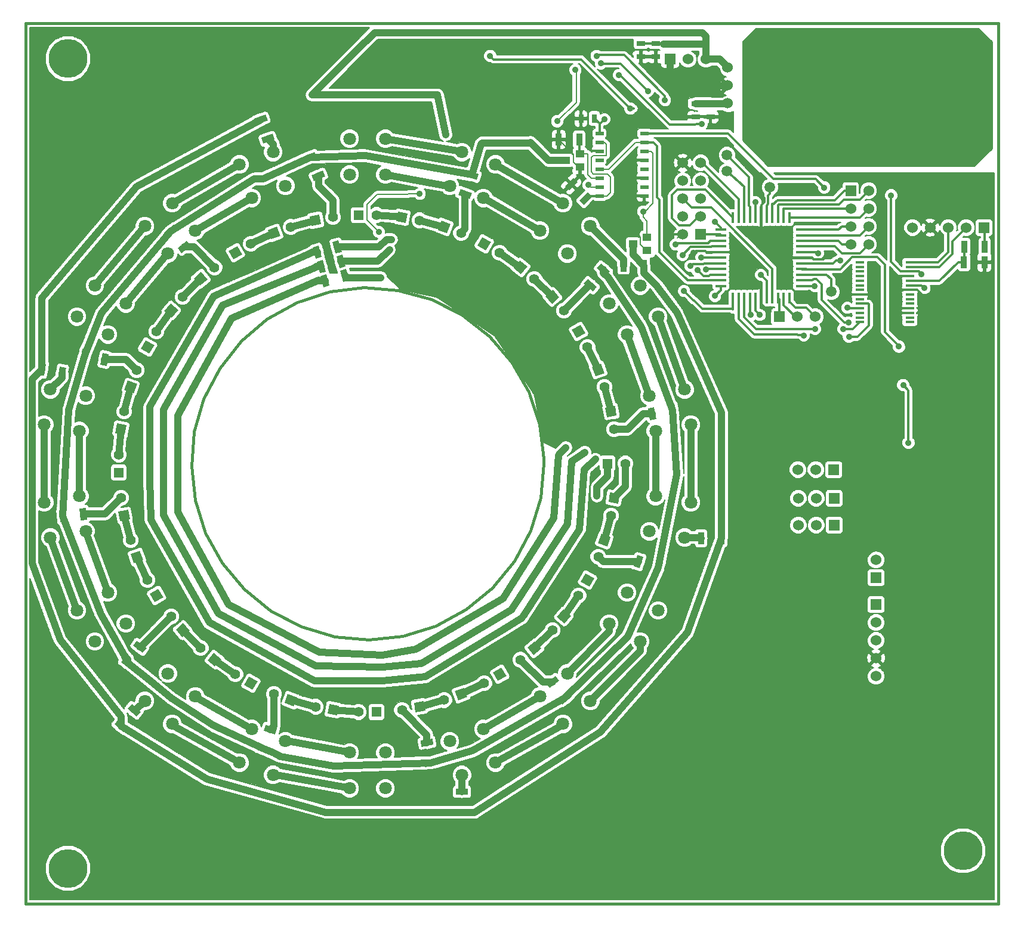
<source format=gbl>
G04 (created by PCBNEW-RS274X (2010-00-09 BZR 23xx)-stable) date So 23 Okt 2011 18:44:42 CEST*
G01*
G70*
G90*
%MOIN*%
G04 Gerber Fmt 3.4, Leading zero omitted, Abs format*
%FSLAX34Y34*%
G04 APERTURE LIST*
%ADD10C,0.006000*%
%ADD11C,0.015000*%
%ADD12R,0.035400X0.066900*%
%ADD13R,0.066900X0.035400*%
%ADD14C,0.055000*%
%ADD15R,0.055000X0.055000*%
%ADD16C,0.216500*%
%ADD17R,0.060000X0.060000*%
%ADD18C,0.060000*%
%ADD19R,0.045000X0.020000*%
%ADD20R,0.047200X0.039400*%
%ADD21R,0.050000X0.016000*%
%ADD22C,0.070900*%
%ADD23R,0.060000X0.016000*%
%ADD24R,0.016000X0.060000*%
%ADD25R,0.051200X0.027600*%
%ADD26C,0.059100*%
%ADD27R,0.027600X0.051200*%
%ADD28R,0.708700X0.472400*%
%ADD29C,0.035000*%
%ADD30C,0.039400*%
%ADD31C,0.011800*%
%ADD32C,0.007900*%
%ADD33C,0.010000*%
G04 APERTURE END LIST*
G54D10*
G54D11*
X60276Y-41338D02*
X60088Y-43249D01*
X59533Y-45088D01*
X58631Y-46785D01*
X57417Y-48273D01*
X55937Y-49498D01*
X54247Y-50411D01*
X52412Y-50979D01*
X50501Y-51180D01*
X48589Y-51006D01*
X46746Y-50464D01*
X45044Y-49574D01*
X43547Y-48370D01*
X42312Y-46898D01*
X41386Y-45215D01*
X40806Y-43384D01*
X40591Y-41475D01*
X40752Y-39562D01*
X41282Y-37715D01*
X42160Y-36006D01*
X43353Y-34501D01*
X44816Y-33256D01*
X46493Y-32319D01*
X48320Y-31725D01*
X50227Y-31498D01*
X52142Y-31645D01*
X53992Y-32162D01*
X55707Y-33028D01*
X57220Y-34210D01*
X58476Y-35665D01*
X59425Y-37335D01*
X60031Y-39158D01*
X60272Y-41064D01*
X60276Y-41338D01*
X31340Y-16732D02*
X31340Y-65945D01*
X85670Y-16732D02*
X31340Y-16732D01*
X85670Y-65945D02*
X85670Y-16732D01*
X31340Y-65945D02*
X85670Y-65945D01*
G54D12*
X84910Y-29212D03*
X83768Y-29212D03*
X83752Y-30078D03*
X84894Y-30078D03*
G54D10*
G36*
X62988Y-26412D02*
X62516Y-26884D01*
X62266Y-26634D01*
X62738Y-26162D01*
X62988Y-26412D01*
X62988Y-26412D01*
G37*
G36*
X62180Y-25604D02*
X61708Y-26076D01*
X61458Y-25826D01*
X61930Y-25354D01*
X62180Y-25604D01*
X62180Y-25604D01*
G37*
G36*
X48816Y-28862D02*
X48988Y-29507D01*
X48646Y-29598D01*
X48474Y-28953D01*
X48816Y-28862D01*
X48816Y-28862D01*
G37*
G36*
X47713Y-29158D02*
X47885Y-29803D01*
X47543Y-29894D01*
X47371Y-29249D01*
X47713Y-29158D01*
X47713Y-29158D01*
G37*
G36*
X49033Y-29669D02*
X49205Y-30314D01*
X48863Y-30405D01*
X48691Y-29760D01*
X49033Y-29669D01*
X49033Y-29669D01*
G37*
G36*
X47930Y-29965D02*
X48102Y-30610D01*
X47760Y-30701D01*
X47588Y-30056D01*
X47930Y-29965D01*
X47930Y-29965D01*
G37*
G36*
X49249Y-30456D02*
X49421Y-31101D01*
X49079Y-31192D01*
X48907Y-30547D01*
X49249Y-30456D01*
X49249Y-30456D01*
G37*
G36*
X48146Y-30752D02*
X48318Y-31397D01*
X47976Y-31488D01*
X47804Y-30843D01*
X48146Y-30752D01*
X48146Y-30752D01*
G37*
G54D12*
X64736Y-30275D03*
X65878Y-30275D03*
X69067Y-45512D03*
X70209Y-45512D03*
G54D13*
X55709Y-59696D03*
X55709Y-60838D03*
G54D10*
G36*
X37253Y-54787D02*
X37765Y-55216D01*
X37537Y-55487D01*
X37025Y-55058D01*
X37253Y-54787D01*
X37253Y-54787D01*
G37*
G36*
X36519Y-55662D02*
X37031Y-56091D01*
X36803Y-56362D01*
X36291Y-55933D01*
X36519Y-55662D01*
X36519Y-55662D01*
G37*
G36*
X33599Y-35977D02*
X33483Y-36635D01*
X33135Y-36573D01*
X33251Y-35915D01*
X33599Y-35977D01*
X33599Y-35977D01*
G37*
G36*
X32474Y-35778D02*
X32358Y-36436D01*
X32010Y-36374D01*
X32126Y-35716D01*
X32474Y-35778D01*
X32474Y-35778D01*
G37*
G36*
X45244Y-23236D02*
X44617Y-23465D01*
X44496Y-23132D01*
X45123Y-22903D01*
X45244Y-23236D01*
X45244Y-23236D01*
G37*
G36*
X44853Y-22163D02*
X44226Y-22392D01*
X44105Y-22059D01*
X44732Y-21830D01*
X44853Y-22163D01*
X44853Y-22163D01*
G37*
G36*
X65307Y-47100D02*
X65496Y-46460D01*
X65835Y-46560D01*
X65646Y-47200D01*
X65307Y-47100D01*
X65307Y-47100D01*
G37*
G36*
X66403Y-47422D02*
X66592Y-46782D01*
X66931Y-46882D01*
X66742Y-47522D01*
X66403Y-47422D01*
X66403Y-47422D01*
G37*
G36*
X60392Y-53609D02*
X60926Y-53208D01*
X61138Y-53491D01*
X60604Y-53892D01*
X60392Y-53609D01*
X60392Y-53609D01*
G37*
G36*
X61077Y-54522D02*
X61611Y-54121D01*
X61823Y-54404D01*
X61289Y-54805D01*
X61077Y-54522D01*
X61077Y-54522D01*
G37*
G36*
X44746Y-55947D02*
X45381Y-56155D01*
X45270Y-56491D01*
X44635Y-56283D01*
X44746Y-55947D01*
X44746Y-55947D01*
G37*
G36*
X44389Y-57032D02*
X45024Y-57240D01*
X44913Y-57576D01*
X44278Y-57368D01*
X44389Y-57032D01*
X44389Y-57032D01*
G37*
G36*
X53394Y-56828D02*
X54053Y-56720D01*
X54110Y-57070D01*
X53451Y-57178D01*
X53394Y-56828D01*
X53394Y-56828D01*
G37*
G36*
X53578Y-57955D02*
X54237Y-57847D01*
X54294Y-58197D01*
X53635Y-58305D01*
X53578Y-57955D01*
X53578Y-57955D01*
G37*
G36*
X35986Y-35225D02*
X35856Y-35880D01*
X35508Y-35811D01*
X35638Y-35156D01*
X35986Y-35225D01*
X35986Y-35225D01*
G37*
G36*
X34865Y-35003D02*
X34735Y-35658D01*
X34387Y-35589D01*
X34517Y-34934D01*
X34865Y-35003D01*
X34865Y-35003D01*
G37*
G36*
X40558Y-29140D02*
X40049Y-29573D01*
X39820Y-29304D01*
X40329Y-28871D01*
X40558Y-29140D01*
X40558Y-29140D01*
G37*
G36*
X39818Y-28271D02*
X39309Y-28704D01*
X39080Y-28435D01*
X39589Y-28002D01*
X39818Y-28271D01*
X39818Y-28271D01*
G37*
G36*
X34696Y-43812D02*
X34762Y-44477D01*
X34410Y-44512D01*
X34344Y-43847D01*
X34696Y-43812D01*
X34696Y-43812D01*
G37*
G36*
X33560Y-43926D02*
X33626Y-44591D01*
X33274Y-44626D01*
X33208Y-43961D01*
X33560Y-43926D01*
X33560Y-43926D01*
G37*
G36*
X37551Y-51244D02*
X38087Y-51644D01*
X37875Y-51928D01*
X37339Y-51528D01*
X37551Y-51244D01*
X37551Y-51244D01*
G37*
G36*
X36868Y-52160D02*
X37404Y-52560D01*
X37192Y-52844D01*
X36656Y-52444D01*
X36868Y-52160D01*
X36868Y-52160D01*
G37*
G36*
X56135Y-26555D02*
X55508Y-26326D01*
X55629Y-25993D01*
X56256Y-26222D01*
X56135Y-26555D01*
X56135Y-26555D01*
G37*
G36*
X56526Y-25482D02*
X55899Y-25253D01*
X56020Y-24920D01*
X56647Y-25149D01*
X56526Y-25482D01*
X56526Y-25482D01*
G37*
G36*
X63020Y-31728D02*
X62508Y-31299D01*
X62736Y-31028D01*
X63248Y-31457D01*
X63020Y-31728D01*
X63020Y-31728D01*
G37*
G36*
X63754Y-30853D02*
X63242Y-30424D01*
X63470Y-30153D01*
X63982Y-30582D01*
X63754Y-30853D01*
X63754Y-30853D01*
G37*
G36*
X66219Y-38908D02*
X66097Y-38251D01*
X66445Y-38186D01*
X66567Y-38843D01*
X66219Y-38908D01*
X66219Y-38908D01*
G37*
G36*
X67342Y-38700D02*
X67220Y-38043D01*
X67568Y-37978D01*
X67690Y-38635D01*
X67342Y-38700D01*
X67342Y-38700D01*
G37*
G36*
X48065Y-25287D02*
X47452Y-25554D01*
X47311Y-25229D01*
X47924Y-24962D01*
X48065Y-25287D01*
X48065Y-25287D01*
G37*
G36*
X47610Y-24240D02*
X46997Y-24507D01*
X46856Y-24182D01*
X47469Y-23915D01*
X47610Y-24240D01*
X47610Y-24240D01*
G37*
G36*
X63500Y-45270D02*
X64016Y-45458D01*
X63828Y-45974D01*
X63312Y-45786D01*
X63500Y-45270D01*
X63500Y-45270D01*
G37*
G54D14*
X63322Y-46562D03*
G54D10*
G36*
X63984Y-42941D02*
X64526Y-43037D01*
X64430Y-43579D01*
X63888Y-43483D01*
X63984Y-42941D01*
X63984Y-42941D01*
G37*
G54D14*
X64033Y-44244D03*
G54D15*
X63831Y-41338D03*
G54D14*
X64831Y-41338D03*
G54D10*
G36*
X62618Y-47478D02*
X63095Y-47753D01*
X62820Y-48230D01*
X62343Y-47955D01*
X62618Y-47478D01*
X62618Y-47478D01*
G37*
G54D14*
X62219Y-48720D03*
G54D10*
G36*
X61367Y-49502D02*
X61788Y-49855D01*
X61435Y-50276D01*
X61014Y-49923D01*
X61367Y-49502D01*
X61367Y-49502D01*
G37*
G54D14*
X60759Y-50655D03*
G54D10*
G36*
X59784Y-51277D02*
X60137Y-51698D01*
X59716Y-52051D01*
X59363Y-51630D01*
X59784Y-51277D01*
X59784Y-51277D01*
G37*
G54D14*
X58984Y-52306D03*
G54D10*
G36*
X46502Y-54405D02*
X46314Y-54921D01*
X45798Y-54733D01*
X45986Y-54217D01*
X46502Y-54405D01*
X46502Y-54405D01*
G37*
G54D14*
X45210Y-54227D03*
G54D10*
G36*
X48831Y-54889D02*
X48735Y-55431D01*
X48193Y-55335D01*
X48289Y-54793D01*
X48831Y-54889D01*
X48831Y-54889D01*
G37*
G54D14*
X47528Y-54938D03*
G54D15*
X50933Y-55236D03*
G54D14*
X49933Y-55236D03*
G54D10*
G36*
X57916Y-52748D02*
X58191Y-53225D01*
X57714Y-53500D01*
X57439Y-53023D01*
X57916Y-52748D01*
X57916Y-52748D01*
G37*
G54D14*
X56949Y-53624D03*
G54D10*
G36*
X55821Y-53875D02*
X56009Y-54391D01*
X55493Y-54579D01*
X55305Y-54063D01*
X55821Y-53875D01*
X55821Y-53875D01*
G37*
G54D14*
X54717Y-54569D03*
G54D10*
G36*
X53562Y-54619D02*
X53658Y-55161D01*
X53116Y-55257D01*
X53020Y-54715D01*
X53562Y-54619D01*
X53562Y-54619D01*
G37*
G54D14*
X52355Y-55112D03*
G54D10*
G36*
X37367Y-37407D02*
X36851Y-37219D01*
X37039Y-36703D01*
X37555Y-36891D01*
X37367Y-37407D01*
X37367Y-37407D01*
G37*
G54D14*
X37545Y-36115D03*
G54D10*
G36*
X36883Y-39736D02*
X36341Y-39640D01*
X36437Y-39098D01*
X36979Y-39194D01*
X36883Y-39736D01*
X36883Y-39736D01*
G37*
G54D14*
X36834Y-38433D03*
G54D15*
X36536Y-41838D03*
G54D14*
X36536Y-40838D03*
G54D10*
G36*
X38249Y-35198D02*
X37772Y-34923D01*
X38047Y-34446D01*
X38524Y-34721D01*
X38249Y-35198D01*
X38249Y-35198D01*
G37*
G54D14*
X38648Y-33956D03*
G54D10*
G36*
X39500Y-33175D02*
X39079Y-32822D01*
X39432Y-32401D01*
X39853Y-32754D01*
X39500Y-33175D01*
X39500Y-33175D01*
G37*
G54D14*
X40108Y-32022D03*
G54D10*
G36*
X41083Y-31400D02*
X40730Y-30979D01*
X41151Y-30626D01*
X41504Y-31047D01*
X41083Y-31400D01*
X41083Y-31400D01*
G37*
G54D14*
X41883Y-30371D03*
G54D10*
G36*
X37153Y-44467D02*
X36611Y-44563D01*
X36515Y-44021D01*
X37057Y-43925D01*
X37153Y-44467D01*
X37153Y-44467D01*
G37*
G54D14*
X36660Y-43260D03*
G54D10*
G36*
X37897Y-46726D02*
X37381Y-46914D01*
X37193Y-46398D01*
X37709Y-46210D01*
X37897Y-46726D01*
X37897Y-46726D01*
G37*
G54D14*
X37203Y-45622D03*
G54D10*
G36*
X39024Y-48821D02*
X38547Y-49096D01*
X38272Y-48619D01*
X38749Y-48344D01*
X39024Y-48821D01*
X39024Y-48821D01*
G37*
G54D14*
X38148Y-47854D03*
G54D10*
G36*
X44294Y-53523D02*
X44019Y-54000D01*
X43542Y-53725D01*
X43817Y-53248D01*
X44294Y-53523D01*
X44294Y-53523D01*
G37*
G54D14*
X43052Y-53124D03*
G54D10*
G36*
X42270Y-52272D02*
X41917Y-52693D01*
X41496Y-52340D01*
X41849Y-51919D01*
X42270Y-52272D01*
X42270Y-52272D01*
G37*
G54D14*
X41117Y-51664D03*
G54D10*
G36*
X40495Y-50689D02*
X40074Y-51042D01*
X39721Y-50621D01*
X40142Y-50268D01*
X40495Y-50689D01*
X40495Y-50689D01*
G37*
G54D14*
X39466Y-49889D03*
G54D10*
G36*
X54365Y-28271D02*
X54553Y-27755D01*
X55069Y-27943D01*
X54881Y-28459D01*
X54365Y-28271D01*
X54365Y-28271D01*
G37*
G54D14*
X55657Y-28449D03*
G54D10*
G36*
X52036Y-27788D02*
X52132Y-27246D01*
X52674Y-27342D01*
X52578Y-27884D01*
X52036Y-27788D01*
X52036Y-27788D01*
G37*
G54D14*
X53339Y-27739D03*
G54D15*
X49933Y-27441D03*
G54D14*
X50933Y-27441D03*
G54D10*
G36*
X56573Y-29154D02*
X56848Y-28677D01*
X57325Y-28952D01*
X57050Y-29429D01*
X56573Y-29154D01*
X56573Y-29154D01*
G37*
G54D14*
X57815Y-29553D03*
G54D10*
G36*
X58597Y-30405D02*
X58950Y-29984D01*
X59371Y-30337D01*
X59018Y-30758D01*
X58597Y-30405D01*
X58597Y-30405D01*
G37*
G54D14*
X59750Y-31013D03*
G54D10*
G36*
X60372Y-31988D02*
X60793Y-31635D01*
X61146Y-32056D01*
X60725Y-32409D01*
X60372Y-31988D01*
X60372Y-31988D01*
G37*
G54D14*
X61401Y-32788D03*
G54D10*
G36*
X61843Y-33855D02*
X62320Y-33580D01*
X62595Y-34057D01*
X62118Y-34332D01*
X61843Y-33855D01*
X61843Y-33855D01*
G37*
G54D14*
X62719Y-34822D03*
G54D10*
G36*
X62970Y-35951D02*
X63486Y-35763D01*
X63674Y-36279D01*
X63158Y-36467D01*
X62970Y-35951D01*
X62970Y-35951D01*
G37*
G54D14*
X63664Y-37055D03*
G54D10*
G36*
X63714Y-38210D02*
X64256Y-38114D01*
X64352Y-38656D01*
X63810Y-38752D01*
X63714Y-38210D01*
X63714Y-38210D01*
G37*
G54D14*
X64207Y-39417D03*
G54D10*
G36*
X42951Y-29929D02*
X42676Y-29452D01*
X43153Y-29177D01*
X43428Y-29654D01*
X42951Y-29929D01*
X42951Y-29929D01*
G37*
G54D14*
X43918Y-29053D03*
G54D10*
G36*
X45046Y-28801D02*
X44858Y-28285D01*
X45374Y-28097D01*
X45562Y-28613D01*
X45046Y-28801D01*
X45046Y-28801D01*
G37*
G54D14*
X46150Y-28107D03*
G54D10*
G36*
X47305Y-28058D02*
X47209Y-27516D01*
X47751Y-27420D01*
X47847Y-27962D01*
X47305Y-28058D01*
X47305Y-28058D01*
G37*
G54D14*
X48512Y-27565D03*
G54D16*
X33701Y-63976D03*
X33701Y-18701D03*
X83701Y-62992D03*
X83701Y-19685D03*
G54D17*
X76477Y-41676D03*
G54D18*
X75477Y-41676D03*
X74477Y-41676D03*
G54D17*
X76497Y-44783D03*
G54D18*
X75497Y-44783D03*
X74497Y-44783D03*
G54D17*
X76497Y-43283D03*
G54D18*
X75497Y-43283D03*
X74497Y-43283D03*
G54D17*
X67339Y-18732D03*
G54D18*
X68339Y-18732D03*
X69339Y-18732D03*
G54D17*
X73439Y-33132D03*
G54D18*
X74439Y-33132D03*
X75439Y-33132D03*
G54D17*
X77421Y-26084D03*
G54D18*
X78421Y-26084D03*
X77421Y-27084D03*
X78421Y-27084D03*
X77421Y-28084D03*
X78421Y-28084D03*
X77421Y-29084D03*
X78421Y-29084D03*
G54D17*
X84874Y-28149D03*
G54D18*
X83874Y-28149D03*
X82874Y-28149D03*
X81874Y-28149D03*
X80874Y-28149D03*
G54D17*
X69039Y-28532D03*
G54D18*
X68039Y-28532D03*
X69039Y-27532D03*
X68039Y-27532D03*
X69039Y-26532D03*
X68039Y-26532D03*
X69039Y-25532D03*
X68039Y-25532D03*
X69039Y-24532D03*
X68039Y-24532D03*
G54D19*
X63389Y-22882D03*
X63389Y-23882D03*
X63389Y-24382D03*
X63389Y-24882D03*
X63389Y-25382D03*
X63389Y-25882D03*
X63389Y-26382D03*
X65889Y-26382D03*
X65889Y-25882D03*
X65889Y-25382D03*
X65889Y-24882D03*
X65889Y-24382D03*
X65889Y-23882D03*
X65889Y-23382D03*
X65889Y-22882D03*
X63389Y-23382D03*
G54D20*
X66050Y-28675D03*
X66050Y-29423D03*
X65263Y-29049D03*
X62304Y-24017D03*
X62304Y-24765D03*
X61517Y-24391D03*
G54D21*
X77930Y-33421D03*
X77930Y-33171D03*
X77930Y-32911D03*
X77930Y-32651D03*
X77930Y-32401D03*
X77930Y-32141D03*
X77930Y-31881D03*
X77930Y-31631D03*
X77930Y-31371D03*
X77930Y-31121D03*
X77930Y-30861D03*
X77930Y-30601D03*
X77930Y-30351D03*
X77930Y-30091D03*
X80730Y-30091D03*
X80730Y-30351D03*
X80730Y-30591D03*
X80730Y-30861D03*
X80730Y-31121D03*
X80730Y-31371D03*
X80730Y-31631D03*
X80730Y-31881D03*
X80730Y-32141D03*
X80730Y-32401D03*
X80730Y-32651D03*
X80730Y-32911D03*
X80730Y-33171D03*
X80730Y-33421D03*
G54D22*
X57586Y-24610D03*
X55706Y-23926D03*
X55022Y-25806D03*
X56902Y-26490D03*
X62876Y-28066D03*
X61344Y-26780D03*
X60058Y-28312D03*
X61590Y-29598D03*
X51433Y-23173D03*
X49433Y-23173D03*
X49433Y-25173D03*
X51433Y-25173D03*
X66665Y-33122D03*
X65665Y-31390D03*
X63933Y-32390D03*
X64933Y-34122D03*
X68149Y-45477D03*
X68496Y-43508D03*
X66527Y-43161D03*
X66180Y-45130D03*
X68496Y-39169D03*
X68149Y-37200D03*
X66180Y-37547D03*
X66527Y-39516D03*
X43281Y-58066D03*
X45161Y-58750D03*
X45845Y-56870D03*
X43965Y-56186D03*
X37991Y-54611D03*
X39523Y-55897D03*
X40809Y-54365D03*
X39277Y-53079D03*
X49433Y-59504D03*
X51433Y-59504D03*
X51433Y-57504D03*
X49433Y-57504D03*
X65665Y-51287D03*
X66665Y-49555D03*
X64933Y-48555D03*
X63933Y-50287D03*
X55706Y-58750D03*
X57586Y-58066D03*
X56902Y-56186D03*
X55022Y-56870D03*
X61344Y-55897D03*
X62876Y-54611D03*
X61590Y-53079D03*
X60058Y-54365D03*
X32371Y-43508D03*
X32718Y-45477D03*
X34687Y-45130D03*
X34340Y-43161D03*
X32718Y-37200D03*
X32371Y-39169D03*
X34340Y-39516D03*
X34687Y-37547D03*
X34202Y-49555D03*
X35202Y-51287D03*
X36934Y-50287D03*
X35934Y-48555D03*
X35202Y-31390D03*
X34202Y-33122D03*
X35934Y-34122D03*
X36934Y-32390D03*
X45161Y-23926D03*
X43281Y-24610D03*
X43965Y-26490D03*
X45845Y-25806D03*
X39523Y-26780D03*
X37991Y-28066D03*
X39277Y-29598D03*
X40809Y-28312D03*
G54D17*
X78839Y-49232D03*
G54D18*
X78839Y-50232D03*
X78839Y-51232D03*
X78839Y-52232D03*
X78839Y-53232D03*
G54D23*
X74671Y-29834D03*
X74671Y-30149D03*
X74671Y-30464D03*
X74671Y-30779D03*
X74671Y-31094D03*
X74671Y-31409D03*
X74671Y-29519D03*
X74671Y-29204D03*
X74671Y-28889D03*
X74671Y-28574D03*
X74671Y-28259D03*
X70171Y-29834D03*
X70171Y-30149D03*
X70171Y-30464D03*
X70171Y-30779D03*
X70171Y-31094D03*
X70171Y-31409D03*
X70171Y-29519D03*
X70171Y-29204D03*
X70171Y-28889D03*
X70171Y-28574D03*
X70171Y-28259D03*
G54D24*
X72421Y-32084D03*
X72421Y-27584D03*
X72106Y-32084D03*
X72106Y-27584D03*
X71791Y-27584D03*
X71791Y-32084D03*
X71476Y-32084D03*
X71476Y-27584D03*
X71161Y-27584D03*
X71161Y-32084D03*
X70846Y-32084D03*
X70846Y-27584D03*
X72736Y-27584D03*
X72736Y-32084D03*
X73051Y-32084D03*
X73051Y-27584D03*
X73366Y-27584D03*
X73366Y-32084D03*
X73681Y-32084D03*
X73681Y-27584D03*
X73996Y-27584D03*
X73996Y-32084D03*
G54D25*
X68760Y-21214D03*
X68760Y-21962D03*
X69587Y-21214D03*
X69587Y-21962D03*
X65709Y-17848D03*
X65709Y-18596D03*
X66536Y-17848D03*
X66536Y-18596D03*
G54D17*
X78839Y-47732D03*
G54D18*
X78839Y-46732D03*
G54D26*
X76339Y-31732D03*
X70512Y-24094D03*
X70512Y-25000D03*
G54D12*
X62253Y-23228D03*
X61111Y-23228D03*
G54D26*
X72914Y-25886D03*
G54D27*
X62357Y-22047D03*
X63105Y-22047D03*
G54D18*
X70552Y-19197D03*
X70552Y-20197D03*
X70552Y-21197D03*
G54D28*
X76064Y-20197D03*
G54D29*
X63252Y-43149D03*
X54804Y-22952D03*
X47339Y-20732D03*
X72402Y-30787D03*
X63662Y-22086D03*
X62776Y-25767D03*
X75589Y-29582D03*
X72089Y-26732D03*
X69079Y-29817D03*
X77239Y-32632D03*
X81539Y-31532D03*
X74804Y-34173D03*
X77323Y-34252D03*
X75433Y-33819D03*
X77008Y-33821D03*
X84339Y-17732D03*
X84339Y-21732D03*
X84339Y-23732D03*
X82339Y-23732D03*
X72339Y-17732D03*
X72339Y-19732D03*
X72339Y-21732D03*
X72339Y-23732D03*
X74339Y-23732D03*
X76339Y-23732D03*
X78339Y-23732D03*
X80339Y-23732D03*
X68864Y-30532D03*
X68465Y-30295D03*
X80353Y-36947D03*
X80650Y-40177D03*
X77289Y-33457D03*
X75945Y-25905D03*
X75414Y-31407D03*
X68032Y-29685D03*
X63465Y-18967D03*
X66103Y-20512D03*
X67638Y-29094D03*
X67048Y-21023D03*
X63229Y-18543D03*
X51063Y-28386D03*
X53347Y-26260D03*
X61024Y-22204D03*
X62048Y-19330D03*
X79685Y-26338D03*
X69095Y-22362D03*
X81378Y-30748D03*
X64479Y-19612D03*
X65118Y-21496D03*
X68111Y-31693D03*
X57284Y-18543D03*
X77339Y-51732D03*
X76339Y-47732D03*
X67756Y-21850D03*
X64528Y-28110D03*
X68642Y-29567D03*
X72839Y-32832D03*
X78229Y-36181D03*
X76969Y-40669D03*
X77088Y-42362D03*
X77147Y-43897D03*
X70945Y-35433D03*
X50256Y-28267D03*
X76089Y-29732D03*
X72339Y-26232D03*
X77239Y-31932D03*
X81539Y-32032D03*
X69843Y-31968D03*
X76839Y-29982D03*
X69339Y-30482D03*
X72339Y-33032D03*
X69839Y-27832D03*
X80119Y-34803D03*
X71839Y-33032D03*
X51772Y-28819D03*
X51654Y-29389D03*
X51162Y-30945D03*
X62579Y-40708D03*
X51260Y-52736D03*
X39036Y-42244D03*
X63170Y-41102D03*
X51260Y-53504D03*
X38268Y-42263D03*
X61516Y-40452D03*
X51260Y-52047D03*
X39823Y-42145D03*
X65827Y-27244D03*
G54D30*
X63831Y-41338D02*
X63831Y-42070D01*
X63252Y-42649D02*
X63252Y-43149D01*
X63831Y-42070D02*
X63252Y-42649D01*
X69339Y-18732D02*
X69339Y-17448D01*
X50827Y-17244D02*
X49804Y-18267D01*
X69135Y-17244D02*
X50827Y-17244D01*
X69339Y-17448D02*
X69135Y-17244D01*
G54D31*
X65709Y-17848D02*
X66536Y-17848D01*
X66536Y-17848D02*
X66994Y-17848D01*
X66994Y-17848D02*
X66962Y-17880D01*
G54D30*
X54339Y-20732D02*
X54804Y-22952D01*
X54339Y-20732D02*
X47339Y-20732D01*
X49804Y-18267D02*
X47339Y-20732D01*
X68544Y-17880D02*
X66962Y-17880D01*
X69339Y-18732D02*
X69339Y-17888D01*
X69339Y-17888D02*
X69331Y-17880D01*
X69331Y-17880D02*
X68544Y-17880D01*
X69339Y-18732D02*
X70089Y-18732D01*
X70089Y-18732D02*
X70589Y-19232D01*
G54D31*
X72736Y-32084D02*
X72736Y-31121D01*
X72736Y-31121D02*
X72402Y-30787D01*
X63389Y-22362D02*
X63389Y-22359D01*
X63389Y-22359D02*
X63662Y-22086D01*
X63389Y-22882D02*
X63389Y-22362D01*
X63389Y-22362D02*
X63389Y-22331D01*
X63389Y-22331D02*
X63105Y-22047D01*
G54D30*
X68760Y-21214D02*
X69587Y-21214D01*
X70589Y-21232D02*
X69605Y-21232D01*
X69605Y-21232D02*
X69587Y-21214D01*
G54D32*
X63389Y-25882D02*
X62891Y-25882D01*
X62891Y-25882D02*
X62776Y-25767D01*
G54D31*
X75526Y-29519D02*
X74671Y-29519D01*
X75589Y-29582D02*
X75526Y-29519D01*
X72106Y-26749D02*
X72106Y-27584D01*
X72089Y-26732D02*
X72106Y-26749D01*
X69191Y-29834D02*
X70171Y-29834D01*
X69079Y-29817D02*
X69191Y-29834D01*
X77930Y-32651D02*
X77258Y-32651D01*
X77258Y-32651D02*
X77239Y-32632D01*
X80730Y-31371D02*
X81378Y-31371D01*
X81378Y-31371D02*
X81539Y-31532D01*
X78418Y-33653D02*
X78395Y-33653D01*
X74056Y-34134D02*
X74056Y-34132D01*
X74058Y-34132D02*
X74056Y-34134D01*
X74329Y-34132D02*
X74058Y-34132D01*
X74804Y-34173D02*
X74329Y-34132D01*
X77796Y-34252D02*
X77323Y-34252D01*
X78395Y-33653D02*
X77796Y-34252D01*
X77930Y-32401D02*
X78408Y-32401D01*
X71161Y-33254D02*
X71161Y-32084D01*
X72039Y-34132D02*
X71161Y-33254D01*
X74056Y-34132D02*
X72039Y-34132D01*
X78439Y-33632D02*
X78418Y-33653D01*
X78439Y-32432D02*
X78439Y-33632D01*
X78408Y-32401D02*
X78439Y-32432D01*
X75433Y-33819D02*
X74843Y-33821D01*
X75433Y-33819D02*
X74843Y-33821D01*
X77930Y-33421D02*
X77530Y-33821D01*
X72128Y-33821D02*
X71476Y-33169D01*
X71476Y-33169D02*
X71476Y-32084D01*
X77530Y-33821D02*
X77008Y-33821D01*
X74843Y-33821D02*
X72128Y-33821D01*
X80339Y-23732D02*
X82339Y-23732D01*
X83701Y-18370D02*
X83701Y-19685D01*
X84339Y-17732D02*
X83701Y-18370D01*
X84339Y-23732D02*
X84339Y-21732D01*
X72339Y-19732D02*
X72339Y-17732D01*
X72339Y-23732D02*
X72339Y-21732D01*
X76339Y-23732D02*
X74339Y-23732D01*
X80339Y-23732D02*
X78339Y-23732D01*
X70171Y-30779D02*
X69567Y-30779D01*
X69189Y-30857D02*
X68864Y-30532D01*
X69489Y-30857D02*
X69189Y-30857D01*
X69567Y-30779D02*
X69489Y-30857D01*
X70171Y-30149D02*
X69227Y-30149D01*
X69227Y-30149D02*
X69199Y-30177D01*
X68465Y-30295D02*
X68603Y-30177D01*
X68959Y-30177D02*
X69199Y-30177D01*
X68603Y-30177D02*
X68959Y-30177D01*
X80650Y-37244D02*
X80650Y-40177D01*
X80650Y-37244D02*
X80353Y-36947D01*
X74671Y-31094D02*
X75277Y-31094D01*
X77064Y-33457D02*
X77289Y-33457D01*
X75789Y-32182D02*
X77064Y-33457D01*
X75789Y-31307D02*
X75789Y-32182D01*
X75489Y-31007D02*
X75789Y-31307D01*
X75364Y-31007D02*
X75489Y-31007D01*
X75277Y-31094D02*
X75364Y-31007D01*
X70565Y-22882D02*
X73115Y-25432D01*
X75945Y-25905D02*
X75464Y-25432D01*
X75464Y-25432D02*
X75239Y-25432D01*
X70565Y-22882D02*
X65889Y-22882D01*
X73115Y-25432D02*
X75239Y-25432D01*
X74671Y-31409D02*
X75412Y-31409D01*
X75412Y-31409D02*
X75414Y-31407D01*
X66611Y-26299D02*
X66611Y-26463D01*
X68189Y-30984D02*
X68189Y-30964D01*
X66727Y-29522D02*
X68189Y-30984D01*
X66727Y-26579D02*
X66727Y-29522D01*
X66611Y-26463D02*
X66727Y-26579D01*
G54D32*
X65889Y-23382D02*
X65398Y-23382D01*
X63898Y-24882D02*
X63389Y-24882D01*
X65398Y-23382D02*
X63898Y-24882D01*
G54D31*
X65889Y-23382D02*
X66389Y-23382D01*
X68319Y-31094D02*
X70171Y-31094D01*
X68189Y-30964D02*
X68319Y-31094D01*
X66611Y-23604D02*
X66611Y-24484D01*
X66611Y-24484D02*
X66611Y-26299D01*
X66389Y-23382D02*
X66611Y-23604D01*
X69056Y-29232D02*
X68484Y-29232D01*
X68031Y-29685D02*
X68032Y-29685D01*
X68484Y-29232D02*
X68031Y-29685D01*
X70171Y-29204D02*
X69661Y-29204D01*
X69633Y-29232D02*
X69056Y-29232D01*
X69661Y-29204D02*
X69633Y-29232D01*
X64567Y-18976D02*
X66103Y-20512D01*
X63474Y-18976D02*
X64567Y-18976D01*
X63474Y-18976D02*
X63465Y-18967D01*
X68189Y-29007D02*
X67725Y-29007D01*
X67725Y-29007D02*
X67638Y-29094D01*
X67048Y-20787D02*
X64765Y-18504D01*
X64765Y-18504D02*
X63268Y-18504D01*
X67048Y-21023D02*
X67048Y-20787D01*
X63268Y-18504D02*
X63229Y-18543D01*
X63229Y-18543D02*
X63268Y-18504D01*
X70171Y-28889D02*
X69582Y-28889D01*
X69464Y-29007D02*
X68189Y-29007D01*
X69582Y-28889D02*
X69464Y-29007D01*
G54D32*
X62087Y-19645D02*
X62087Y-19369D01*
X51063Y-28386D02*
X50402Y-27725D01*
X50402Y-27725D02*
X50402Y-26870D01*
X50402Y-26870D02*
X50973Y-26299D01*
X50973Y-26299D02*
X52653Y-26299D01*
X52653Y-26299D02*
X52692Y-26260D01*
X52692Y-26260D02*
X53347Y-26260D01*
X61024Y-22204D02*
X62087Y-21141D01*
X62087Y-21141D02*
X62087Y-19645D01*
X62087Y-19369D02*
X62048Y-19330D01*
G54D31*
X80730Y-30591D02*
X80208Y-30591D01*
X80208Y-30591D02*
X79685Y-30068D01*
X79685Y-30068D02*
X79685Y-26338D01*
X67756Y-22387D02*
X67756Y-22401D01*
X67770Y-22387D02*
X67756Y-22401D01*
X68401Y-22387D02*
X67770Y-22387D01*
X69095Y-22362D02*
X68401Y-22387D01*
X81221Y-30591D02*
X80730Y-30591D01*
X81378Y-30748D02*
X81221Y-30591D01*
G54D32*
X64532Y-19610D02*
X64481Y-19610D01*
X64481Y-19610D02*
X64479Y-19612D01*
G54D31*
X67309Y-22387D02*
X64532Y-19610D01*
X64532Y-19610D02*
X64524Y-19602D01*
X67756Y-22387D02*
X67309Y-22387D01*
X68682Y-32225D02*
X68643Y-32225D01*
X68643Y-32225D02*
X68111Y-31693D01*
X57284Y-18543D02*
X57481Y-18740D01*
X57481Y-18740D02*
X62362Y-18740D01*
X70846Y-32084D02*
X70846Y-32736D01*
X69134Y-32677D02*
X68682Y-32225D01*
X70787Y-32677D02*
X69134Y-32677D01*
X70846Y-32736D02*
X70787Y-32677D01*
X62362Y-18740D02*
X65118Y-21496D01*
X65315Y-21496D02*
X65119Y-21496D01*
X65119Y-21496D02*
X63741Y-20118D01*
X62363Y-18740D02*
X57481Y-18740D01*
X63741Y-20118D02*
X62363Y-18740D01*
X68039Y-28532D02*
X67549Y-28532D01*
X67087Y-25484D02*
X68039Y-24532D01*
X67087Y-28070D02*
X67087Y-25484D01*
X67549Y-28532D02*
X67087Y-28070D01*
X68760Y-21962D02*
X67868Y-21962D01*
X67868Y-21962D02*
X67756Y-21850D01*
G54D32*
X66050Y-29423D02*
X65999Y-29423D01*
X65118Y-28110D02*
X64528Y-28110D01*
X65670Y-28662D02*
X65118Y-28110D01*
X65670Y-29094D02*
X65670Y-28662D01*
X65999Y-29423D02*
X65670Y-29094D01*
G54D31*
X70171Y-29519D02*
X69362Y-29519D01*
X68760Y-29449D02*
X68642Y-29567D01*
X69292Y-29449D02*
X68760Y-29449D01*
X69362Y-29519D02*
X69292Y-29449D01*
X72421Y-32414D02*
X72839Y-32832D01*
X72421Y-32414D02*
X72421Y-32084D01*
X80730Y-30861D02*
X80163Y-30861D01*
X80254Y-31631D02*
X80730Y-31631D01*
X80158Y-31535D02*
X80254Y-31631D01*
X80158Y-30866D02*
X80158Y-31535D01*
X80163Y-30861D02*
X80158Y-30866D01*
G54D32*
X62304Y-24765D02*
X62207Y-24765D01*
X61930Y-24047D02*
X61111Y-23228D01*
X61930Y-24488D02*
X61930Y-24047D01*
X62207Y-24765D02*
X61930Y-24488D01*
G54D31*
X77930Y-31881D02*
X78496Y-31881D01*
X78937Y-35473D02*
X78229Y-36181D01*
X78937Y-32322D02*
X78937Y-35473D01*
X78496Y-31881D02*
X78937Y-32322D01*
X80730Y-32651D02*
X80053Y-32651D01*
X80080Y-32911D02*
X80730Y-32911D01*
X80079Y-32912D02*
X80080Y-32911D01*
X80079Y-32677D02*
X80079Y-32912D01*
X80053Y-32651D02*
X80079Y-32677D01*
G54D30*
X67339Y-18732D02*
X67339Y-19732D01*
X67839Y-20232D02*
X70589Y-20232D01*
X67339Y-19732D02*
X67839Y-20232D01*
G54D31*
X74671Y-29834D02*
X75225Y-29834D01*
X75892Y-29929D02*
X76089Y-29732D01*
X75320Y-29929D02*
X75892Y-29929D01*
X75225Y-29834D02*
X75320Y-29929D01*
X72421Y-27584D02*
X72421Y-26900D01*
X72589Y-26482D02*
X72339Y-26232D01*
X72589Y-26732D02*
X72589Y-26482D01*
X72421Y-26900D02*
X72589Y-26732D01*
X77290Y-31881D02*
X77930Y-31881D01*
X77239Y-31932D02*
X77290Y-31881D01*
X80731Y-31632D02*
X80730Y-31631D01*
X81139Y-31632D02*
X80731Y-31632D01*
X81539Y-32032D02*
X81139Y-31632D01*
X70171Y-31640D02*
X69843Y-31968D01*
X70171Y-31409D02*
X70171Y-31640D01*
X76422Y-30149D02*
X74671Y-30149D01*
X76589Y-29982D02*
X76422Y-30149D01*
X76839Y-29982D02*
X76589Y-29982D01*
X77421Y-27084D02*
X73671Y-27084D01*
X73681Y-27094D02*
X73681Y-27584D01*
X73671Y-27084D02*
X73681Y-27094D01*
X77520Y-26584D02*
X77026Y-26584D01*
X73405Y-26850D02*
X73366Y-26889D01*
X76760Y-26850D02*
X73405Y-26850D01*
X77026Y-26584D02*
X76760Y-26850D01*
X73366Y-27584D02*
X73366Y-26889D01*
X77921Y-26584D02*
X78421Y-26084D01*
X77520Y-26584D02*
X77921Y-26584D01*
X77421Y-26084D02*
X77066Y-26084D01*
X73071Y-26811D02*
X73051Y-26811D01*
X73051Y-26831D02*
X73071Y-26811D01*
X73051Y-26896D02*
X73051Y-26831D01*
X73333Y-26614D02*
X73051Y-26896D01*
X76536Y-26614D02*
X73333Y-26614D01*
X77066Y-26084D02*
X76536Y-26614D01*
X73051Y-26811D02*
X73051Y-27584D01*
X74671Y-30779D02*
X76086Y-30779D01*
X76339Y-31032D02*
X76339Y-31732D01*
X76086Y-30779D02*
X76339Y-31032D01*
X71791Y-27584D02*
X71791Y-26984D01*
X71739Y-25332D02*
X70512Y-24094D01*
X71739Y-26932D02*
X71739Y-25332D01*
X71791Y-26984D02*
X71739Y-26932D01*
X71476Y-27584D02*
X71476Y-25869D01*
X71476Y-25869D02*
X70512Y-25000D01*
X72914Y-25886D02*
X72914Y-26240D01*
X72736Y-26910D02*
X72736Y-27584D01*
X72815Y-26831D02*
X72736Y-26910D01*
X72815Y-26339D02*
X72815Y-26831D01*
X72914Y-26240D02*
X72815Y-26339D01*
X69339Y-30482D02*
X69357Y-30464D01*
X69357Y-30464D02*
X70171Y-30464D01*
X72106Y-32799D02*
X72106Y-32084D01*
X72339Y-33032D02*
X72106Y-32799D01*
X70539Y-27932D02*
X69639Y-27032D01*
X73051Y-30444D02*
X70539Y-27932D01*
X73051Y-32084D02*
X73051Y-30444D01*
X68539Y-27032D02*
X68039Y-26532D01*
X69639Y-27032D02*
X68539Y-27032D01*
X73439Y-33132D02*
X73439Y-32157D01*
X73439Y-32157D02*
X73366Y-32084D01*
X73681Y-32084D02*
X73681Y-32474D01*
X74339Y-33132D02*
X74439Y-33132D01*
X73681Y-32474D02*
X74339Y-33132D01*
X73996Y-32084D02*
X73996Y-32289D01*
X74939Y-32632D02*
X75439Y-33132D01*
X74339Y-32632D02*
X74939Y-32632D01*
X73996Y-32289D02*
X74339Y-32632D01*
X73996Y-27584D02*
X77921Y-27584D01*
X77921Y-27584D02*
X78421Y-27084D01*
X71161Y-27584D02*
X71161Y-26554D01*
X69139Y-24532D02*
X69039Y-24532D01*
X71161Y-26554D02*
X69139Y-24532D01*
X70171Y-28259D02*
X70171Y-28164D01*
X70171Y-28164D02*
X69839Y-27832D01*
X69039Y-27532D02*
X68939Y-27532D01*
X69294Y-26032D02*
X70846Y-27584D01*
X67739Y-26032D02*
X69294Y-26032D01*
X67439Y-26332D02*
X67739Y-26032D01*
X67439Y-27632D02*
X67439Y-26332D01*
X67839Y-28032D02*
X67439Y-27632D01*
X68439Y-28032D02*
X67839Y-28032D01*
X68939Y-27532D02*
X68439Y-28032D01*
X69039Y-28532D02*
X70129Y-28532D01*
X70129Y-28532D02*
X70171Y-28574D01*
X78421Y-29084D02*
X77921Y-29584D01*
X76541Y-29204D02*
X74671Y-29204D01*
X76921Y-29584D02*
X76541Y-29204D01*
X77921Y-29584D02*
X76921Y-29584D01*
X77421Y-29084D02*
X76921Y-29084D01*
X76726Y-28889D02*
X74671Y-28889D01*
X76921Y-29084D02*
X76726Y-28889D01*
X74671Y-28574D02*
X77931Y-28574D01*
X77931Y-28574D02*
X78421Y-28084D01*
X77421Y-28084D02*
X76921Y-28084D01*
X76746Y-28259D02*
X74671Y-28259D01*
X76921Y-28084D02*
X76746Y-28259D01*
X79339Y-33982D02*
X79339Y-30232D01*
X79339Y-30232D02*
X78911Y-29804D01*
X78911Y-29804D02*
X77517Y-29804D01*
X77517Y-29804D02*
X76839Y-30482D01*
X76839Y-30482D02*
X74689Y-30482D01*
X74671Y-30464D02*
X74689Y-30482D01*
X80140Y-34783D02*
X79339Y-33982D01*
X80119Y-34803D02*
X80139Y-34783D01*
X80139Y-34783D02*
X80140Y-34783D01*
X71791Y-32984D02*
X71791Y-32084D01*
X71839Y-33032D02*
X71791Y-32984D01*
X84910Y-29212D02*
X84910Y-28185D01*
X84910Y-28185D02*
X84874Y-28149D01*
X80730Y-30351D02*
X82366Y-30351D01*
X83111Y-28912D02*
X83874Y-28149D01*
X83111Y-29606D02*
X83111Y-28912D01*
X82366Y-30351D02*
X83111Y-29606D01*
X83752Y-30078D02*
X83426Y-30078D01*
X82383Y-31121D02*
X80730Y-31121D01*
X83426Y-30078D02*
X82383Y-31121D01*
X83768Y-29212D02*
X83768Y-30062D01*
X83768Y-30062D02*
X83752Y-30078D01*
X80730Y-30091D02*
X82310Y-30091D01*
X82874Y-29527D02*
X82874Y-28149D01*
X82310Y-30091D02*
X82874Y-29527D01*
G54D30*
X68149Y-37200D02*
X66674Y-33130D01*
X66674Y-33130D02*
X66665Y-33122D01*
X68496Y-43508D02*
X68496Y-39169D01*
X66527Y-43161D02*
X66527Y-39516D01*
X66180Y-37547D02*
X64922Y-34134D01*
X64922Y-34134D02*
X64933Y-34122D01*
X55706Y-58750D02*
X55706Y-59693D01*
X55706Y-59693D02*
X55709Y-59696D01*
X61344Y-55897D02*
X61398Y-55925D01*
X61398Y-55925D02*
X57586Y-58066D01*
X60058Y-54365D02*
X60059Y-54370D01*
X60059Y-54370D02*
X56902Y-56186D01*
X65665Y-51287D02*
X65665Y-51822D01*
X65665Y-51822D02*
X62876Y-54611D01*
X63933Y-50287D02*
X63933Y-50736D01*
X63933Y-50736D02*
X61590Y-53079D01*
X49433Y-59504D02*
X45178Y-58720D01*
X45178Y-58720D02*
X45161Y-58750D01*
X49433Y-57504D02*
X45808Y-56811D01*
X45808Y-56811D02*
X45845Y-56870D01*
X43281Y-58066D02*
X39489Y-55945D01*
X39489Y-55945D02*
X39523Y-55897D01*
X43965Y-56186D02*
X40788Y-54389D01*
X40788Y-54389D02*
X40809Y-54365D01*
X57586Y-24610D02*
X57579Y-24626D01*
X57579Y-24626D02*
X61344Y-26780D01*
X51433Y-23173D02*
X55670Y-23878D01*
X55670Y-23878D02*
X55706Y-23926D01*
X51433Y-25173D02*
X55020Y-25846D01*
X55020Y-25846D02*
X55022Y-25806D01*
X56902Y-26490D02*
X56910Y-26476D01*
X56910Y-26476D02*
X60058Y-28312D01*
X51772Y-28819D02*
X51496Y-28819D01*
X51085Y-29230D02*
X48731Y-29230D01*
X51496Y-28819D02*
X51085Y-29230D01*
X50552Y-30037D02*
X51006Y-30037D01*
X51006Y-30037D02*
X51654Y-29389D01*
X48948Y-30037D02*
X50552Y-30037D01*
X51162Y-30945D02*
X49285Y-30945D01*
X49285Y-30945D02*
X49164Y-30824D01*
X59559Y-23417D02*
X56832Y-23417D01*
X56832Y-23417D02*
X56772Y-23477D01*
X61517Y-24391D02*
X60533Y-24391D01*
X60533Y-24391D02*
X59559Y-23417D01*
X59559Y-23417D02*
X59520Y-23378D01*
X56772Y-23477D02*
X56273Y-25201D01*
X56273Y-25201D02*
X56273Y-25201D01*
X63612Y-30503D02*
X63612Y-30680D01*
X63612Y-30680D02*
X63858Y-30926D01*
X37030Y-52502D02*
X37030Y-52274D01*
X37030Y-52274D02*
X36820Y-52064D01*
X33748Y-38365D02*
X33417Y-44276D01*
X33417Y-44276D02*
X35547Y-49743D01*
X63858Y-30926D02*
X65730Y-33713D01*
X67717Y-41968D02*
X66667Y-47152D01*
X35547Y-49743D02*
X36820Y-52064D01*
X36820Y-52064D02*
X37048Y-52480D01*
X37048Y-52480D02*
X38308Y-53504D01*
X38308Y-53504D02*
X39479Y-54465D01*
X60533Y-24391D02*
X59520Y-23378D01*
X45553Y-57710D02*
X45195Y-57521D01*
X45195Y-57521D02*
X44651Y-57304D01*
X56273Y-25201D02*
X50339Y-24130D01*
X50339Y-24130D02*
X47233Y-24211D01*
X47233Y-24211D02*
X44599Y-25430D01*
X44599Y-25430D02*
X44099Y-25430D01*
X39449Y-28353D02*
X44099Y-25430D01*
X39449Y-28353D02*
X35566Y-32935D01*
X33748Y-38365D02*
X34626Y-35296D01*
X34626Y-35296D02*
X35566Y-32935D01*
X44651Y-57304D02*
X41839Y-55982D01*
X41839Y-55982D02*
X39479Y-54465D01*
X53936Y-58076D02*
X48540Y-58270D01*
X48540Y-58270D02*
X45553Y-57710D01*
X45553Y-57710D02*
X45545Y-57708D01*
X53936Y-58076D02*
X56294Y-57403D01*
X56294Y-57403D02*
X61450Y-54463D01*
X66667Y-47152D02*
X64957Y-51034D01*
X64957Y-51034D02*
X61450Y-54463D01*
X65730Y-33713D02*
X67455Y-38339D01*
X67455Y-38339D02*
X67717Y-41968D01*
X54717Y-54569D02*
X53339Y-54938D01*
X53339Y-54938D02*
X53339Y-54938D01*
X56949Y-53624D02*
X55657Y-54227D01*
X55657Y-54227D02*
X55657Y-54227D01*
X49933Y-55236D02*
X48512Y-55112D01*
X48512Y-55112D02*
X48512Y-55112D01*
X53752Y-56949D02*
X53752Y-56509D01*
X53752Y-56509D02*
X52355Y-55112D01*
X47528Y-54938D02*
X46150Y-54569D01*
X46150Y-54569D02*
X46150Y-54569D01*
X45210Y-54227D02*
X45210Y-56017D01*
X45210Y-56017D02*
X45008Y-56219D01*
X60765Y-53550D02*
X60228Y-53550D01*
X60228Y-53550D02*
X58984Y-52306D01*
X60759Y-50655D02*
X59750Y-51664D01*
X37203Y-45622D02*
X36834Y-44244D01*
X36834Y-44244D02*
X36834Y-44244D01*
X34553Y-44162D02*
X35758Y-44162D01*
X35758Y-44162D02*
X36660Y-43260D01*
X40108Y-32022D02*
X41117Y-31013D01*
X40189Y-29222D02*
X40734Y-29222D01*
X40734Y-29222D02*
X41883Y-30371D01*
X38648Y-33956D02*
X39466Y-32788D01*
X39466Y-32788D02*
X39466Y-32788D01*
X36536Y-40838D02*
X36660Y-39417D01*
X36660Y-39417D02*
X36660Y-39417D01*
X36834Y-38433D02*
X37203Y-37055D01*
X37203Y-37055D02*
X37203Y-37055D01*
X35747Y-35518D02*
X36948Y-35518D01*
X36948Y-35518D02*
X37545Y-36115D01*
X36934Y-32390D02*
X39277Y-29598D01*
X39277Y-29598D02*
X39277Y-29598D01*
X40809Y-28312D02*
X40808Y-28326D01*
X40808Y-28326D02*
X43965Y-26490D01*
X35202Y-31390D02*
X35202Y-31390D01*
X35202Y-31390D02*
X37991Y-28066D01*
X39523Y-26780D02*
X39528Y-26771D01*
X39528Y-26771D02*
X43281Y-24610D01*
X35934Y-48555D02*
X34666Y-45098D01*
X34666Y-45098D02*
X34687Y-45130D01*
X34340Y-43161D02*
X34340Y-39516D01*
X33367Y-36275D02*
X33367Y-36551D01*
X33367Y-36551D02*
X32718Y-37200D01*
X32371Y-39169D02*
X32371Y-43508D01*
X34202Y-49555D02*
X32717Y-45492D01*
X32717Y-45492D02*
X32718Y-45477D01*
X62219Y-48720D02*
X62219Y-48720D01*
X62219Y-48720D02*
X61401Y-49889D01*
X64831Y-41338D02*
X64831Y-42636D01*
X64831Y-42636D02*
X64207Y-43260D01*
X64033Y-44244D02*
X63664Y-45622D01*
X63664Y-45622D02*
X63664Y-45622D01*
X65571Y-46830D02*
X63590Y-46830D01*
X63590Y-46830D02*
X63322Y-46562D01*
X45161Y-23926D02*
X45161Y-23475D01*
X45161Y-23475D02*
X44870Y-23184D01*
G54D31*
X63389Y-26382D02*
X62768Y-26382D01*
X62768Y-26382D02*
X62627Y-26523D01*
G54D32*
X63996Y-25571D02*
X63996Y-25314D01*
X63820Y-25138D02*
X63996Y-25314D01*
X63052Y-25138D02*
X63820Y-25138D01*
X62933Y-25019D02*
X63052Y-25138D01*
X62933Y-24232D02*
X62933Y-25019D01*
X63031Y-24134D02*
X62933Y-24232D01*
X63760Y-24134D02*
X63031Y-24134D01*
X63780Y-24114D02*
X63760Y-24134D01*
X63780Y-23642D02*
X63780Y-24114D01*
X63996Y-25571D02*
X63996Y-26201D01*
X63389Y-23382D02*
X63678Y-23382D01*
X63815Y-26382D02*
X63389Y-26382D01*
X63996Y-26201D02*
X63815Y-26382D01*
X63780Y-23484D02*
X63780Y-23642D01*
X63678Y-23382D02*
X63780Y-23484D01*
G54D30*
X65263Y-29049D02*
X65263Y-29660D01*
X65263Y-29660D02*
X65878Y-30275D01*
X65878Y-30275D02*
X65878Y-30676D01*
X66575Y-31373D02*
X67721Y-32933D01*
X70209Y-38504D02*
X70209Y-45512D01*
X67721Y-32933D02*
X70209Y-38504D01*
X65878Y-30676D02*
X66575Y-31373D01*
X32242Y-36076D02*
X32242Y-32088D01*
X37536Y-25863D02*
X44479Y-22111D01*
X32242Y-32088D02*
X37536Y-25863D01*
X36661Y-56012D02*
X36661Y-55479D01*
X31693Y-36625D02*
X32242Y-36076D01*
X33263Y-51201D02*
X31693Y-46929D01*
X31693Y-46929D02*
X31693Y-36625D01*
X36661Y-55479D02*
X33263Y-51201D01*
X55709Y-60838D02*
X48111Y-60838D01*
X48111Y-60838D02*
X41457Y-58976D01*
X41457Y-58976D02*
X36661Y-56012D01*
X70209Y-45512D02*
X68308Y-50787D01*
X56418Y-60838D02*
X55709Y-60838D01*
X68308Y-50787D02*
X63429Y-56356D01*
X63429Y-56356D02*
X56418Y-60838D01*
X64736Y-30275D02*
X64736Y-29926D01*
X64736Y-29926D02*
X62876Y-28066D01*
X51260Y-52736D02*
X53426Y-52519D01*
X53426Y-52519D02*
X58465Y-49527D01*
X61839Y-41232D02*
X62579Y-40708D01*
X61589Y-44732D02*
X61839Y-41232D01*
X58465Y-49527D02*
X61589Y-44732D01*
G54D31*
X62579Y-40708D02*
X62638Y-40669D01*
G54D30*
X47845Y-30333D02*
X47571Y-30333D01*
X47571Y-30333D02*
X47505Y-30399D01*
X47505Y-30399D02*
X42339Y-32482D01*
X39036Y-38326D02*
X39036Y-42244D01*
X42339Y-32482D02*
X39036Y-38326D01*
X39036Y-42244D02*
X39036Y-44232D01*
X47542Y-52638D02*
X51260Y-52736D01*
X42089Y-49732D02*
X47542Y-52638D01*
X39036Y-44232D02*
X42089Y-49732D01*
G54D31*
X62253Y-23228D02*
X62253Y-23966D01*
X62253Y-23966D02*
X62304Y-24017D01*
G54D32*
X62304Y-24017D02*
X62718Y-24017D01*
X62942Y-25382D02*
X63389Y-25382D01*
X62736Y-25176D02*
X62942Y-25382D01*
X62736Y-24035D02*
X62736Y-25176D01*
X62718Y-24017D02*
X62736Y-24035D01*
G54D30*
X58071Y-50590D02*
X53662Y-53267D01*
X58071Y-50590D02*
X59036Y-50000D01*
X53662Y-53267D02*
X51260Y-53504D01*
X59036Y-50000D02*
X59154Y-49823D01*
X62520Y-41673D02*
X63170Y-41102D01*
X62284Y-45019D02*
X62520Y-41673D01*
X59154Y-49823D02*
X62284Y-45019D01*
X47628Y-29526D02*
X47345Y-29526D01*
X41839Y-31982D02*
X38268Y-38170D01*
X38268Y-38170D02*
X38268Y-42263D01*
X47305Y-29566D02*
X41839Y-31982D01*
X47345Y-29526D02*
X47305Y-29566D01*
X38268Y-42263D02*
X38339Y-44482D01*
X41589Y-50232D02*
X47482Y-53504D01*
X47482Y-53504D02*
X51260Y-53504D01*
X38339Y-44482D02*
X41589Y-50232D01*
X61115Y-40898D02*
X61134Y-40834D01*
X61134Y-40834D02*
X61516Y-40452D01*
X51260Y-52047D02*
X53150Y-51732D01*
X57993Y-48878D02*
X60849Y-44395D01*
X60849Y-44395D02*
X61115Y-40898D01*
X53150Y-51732D02*
X57993Y-48878D01*
X48061Y-31120D02*
X47716Y-31120D01*
X42839Y-33232D02*
X39823Y-38661D01*
X39823Y-38661D02*
X39823Y-42145D01*
X47697Y-31101D02*
X42839Y-33232D01*
X47716Y-31120D02*
X47697Y-31101D01*
X39823Y-42145D02*
X39823Y-44055D01*
X47724Y-51871D02*
X51260Y-52047D01*
X42678Y-49212D02*
X47724Y-51871D01*
X39823Y-44055D02*
X42678Y-49212D01*
G54D32*
X65827Y-27244D02*
X65933Y-27244D01*
X65933Y-27244D02*
X66378Y-26799D01*
X65827Y-27244D02*
X65827Y-27559D01*
X66050Y-27782D02*
X66050Y-28675D01*
X65827Y-27559D02*
X66050Y-27782D01*
X65889Y-23882D02*
X66285Y-23882D01*
X66378Y-23975D02*
X66378Y-26799D01*
X66285Y-23882D02*
X66378Y-23975D01*
G54D30*
X46150Y-28107D02*
X47528Y-27739D01*
X47528Y-27739D02*
X47528Y-27739D01*
X55882Y-26274D02*
X55882Y-28224D01*
X55882Y-28224D02*
X55657Y-28449D01*
X53339Y-27739D02*
X54717Y-28107D01*
X54717Y-28107D02*
X54717Y-28107D01*
X50933Y-27441D02*
X52355Y-27565D01*
X52355Y-27565D02*
X52355Y-27565D01*
X57815Y-29553D02*
X57815Y-29553D01*
X57815Y-29553D02*
X58984Y-30371D01*
X59750Y-31013D02*
X60759Y-32022D01*
X62878Y-31378D02*
X62811Y-31378D01*
X62811Y-31378D02*
X61401Y-32788D01*
X62719Y-34822D02*
X62719Y-34822D01*
X62719Y-34822D02*
X63322Y-36115D01*
X63664Y-37055D02*
X63664Y-37055D01*
X63664Y-37055D02*
X64033Y-38433D01*
X66332Y-38547D02*
X65831Y-38547D01*
X64961Y-39417D02*
X64207Y-39417D01*
X65831Y-38547D02*
X64961Y-39417D01*
X43918Y-29053D02*
X45210Y-28449D01*
X45210Y-28449D02*
X45210Y-28449D01*
X47688Y-25258D02*
X47688Y-25806D01*
X48512Y-26630D02*
X48512Y-27565D01*
X47688Y-25806D02*
X48512Y-26630D01*
X37713Y-51586D02*
X37769Y-51586D01*
X37769Y-51586D02*
X39466Y-49889D01*
X41117Y-51664D02*
X40108Y-50655D01*
X43052Y-53124D02*
X41883Y-52306D01*
X41883Y-52306D02*
X41883Y-52306D01*
X38148Y-47854D02*
X37545Y-46562D01*
X37545Y-46562D02*
X37545Y-46562D01*
X68149Y-45477D02*
X69032Y-45477D01*
X69032Y-45477D02*
X69067Y-45512D01*
X37395Y-55137D02*
X37465Y-55137D01*
X37465Y-55137D02*
X37991Y-54611D01*
G54D33*
X72133Y-17007D02*
X84543Y-17007D01*
X72053Y-17087D02*
X84623Y-17087D01*
X71973Y-17167D02*
X84703Y-17167D01*
X71893Y-17247D02*
X84783Y-17247D01*
X71813Y-17327D02*
X84863Y-17327D01*
X71733Y-17407D02*
X84943Y-17407D01*
X71653Y-17487D02*
X85023Y-17487D01*
X71573Y-17567D02*
X85103Y-17567D01*
X71493Y-17647D02*
X85183Y-17647D01*
X71413Y-17727D02*
X85263Y-17727D01*
X71388Y-17807D02*
X85289Y-17807D01*
X71388Y-17887D02*
X85289Y-17887D01*
X71388Y-17967D02*
X85289Y-17967D01*
X71388Y-18047D02*
X85289Y-18047D01*
X71388Y-18127D02*
X85289Y-18127D01*
X71388Y-18207D02*
X85289Y-18207D01*
X71388Y-18287D02*
X85289Y-18287D01*
X71388Y-18367D02*
X85289Y-18367D01*
X71388Y-18447D02*
X85289Y-18447D01*
X71388Y-18527D02*
X85289Y-18527D01*
X71388Y-18607D02*
X85289Y-18607D01*
X71388Y-18687D02*
X85289Y-18687D01*
X71388Y-18767D02*
X85289Y-18767D01*
X71388Y-18847D02*
X85289Y-18847D01*
X71388Y-18927D02*
X85289Y-18927D01*
X71388Y-19007D02*
X85289Y-19007D01*
X71388Y-19087D02*
X85289Y-19087D01*
X71388Y-19167D02*
X85289Y-19167D01*
X71388Y-19247D02*
X85289Y-19247D01*
X71388Y-19327D02*
X85289Y-19327D01*
X71388Y-19407D02*
X85289Y-19407D01*
X71388Y-19487D02*
X85289Y-19487D01*
X71388Y-19567D02*
X85289Y-19567D01*
X71388Y-19647D02*
X85289Y-19647D01*
X71388Y-19727D02*
X85289Y-19727D01*
X71388Y-19807D02*
X85289Y-19807D01*
X71388Y-19887D02*
X85289Y-19887D01*
X71388Y-19967D02*
X85289Y-19967D01*
X71388Y-20047D02*
X85289Y-20047D01*
X71388Y-20127D02*
X85289Y-20127D01*
X71388Y-20207D02*
X85289Y-20207D01*
X71388Y-20287D02*
X85289Y-20287D01*
X71388Y-20367D02*
X85289Y-20367D01*
X71388Y-20447D02*
X85289Y-20447D01*
X71388Y-20527D02*
X85289Y-20527D01*
X71388Y-20607D02*
X85289Y-20607D01*
X71388Y-20687D02*
X85289Y-20687D01*
X71388Y-20767D02*
X85289Y-20767D01*
X71388Y-20847D02*
X85289Y-20847D01*
X71388Y-20927D02*
X85289Y-20927D01*
X71388Y-21007D02*
X85289Y-21007D01*
X71388Y-21087D02*
X85289Y-21087D01*
X71388Y-21167D02*
X85289Y-21167D01*
X71388Y-21247D02*
X85289Y-21247D01*
X71388Y-21327D02*
X85289Y-21327D01*
X71388Y-21407D02*
X85289Y-21407D01*
X71388Y-21487D02*
X85289Y-21487D01*
X71388Y-21567D02*
X85289Y-21567D01*
X71388Y-21647D02*
X85289Y-21647D01*
X71388Y-21727D02*
X85289Y-21727D01*
X71388Y-21807D02*
X85289Y-21807D01*
X71388Y-21887D02*
X85289Y-21887D01*
X71388Y-21967D02*
X85289Y-21967D01*
X71388Y-22047D02*
X85289Y-22047D01*
X71388Y-22127D02*
X85289Y-22127D01*
X71388Y-22207D02*
X85289Y-22207D01*
X71388Y-22287D02*
X85289Y-22287D01*
X71388Y-22367D02*
X85289Y-22367D01*
X71388Y-22447D02*
X85289Y-22447D01*
X71388Y-22527D02*
X85289Y-22527D01*
X71388Y-22607D02*
X85289Y-22607D01*
X71388Y-22687D02*
X85289Y-22687D01*
X71388Y-22767D02*
X85289Y-22767D01*
X71388Y-22847D02*
X85289Y-22847D01*
X71388Y-22927D02*
X85289Y-22927D01*
X71388Y-23007D02*
X85289Y-23007D01*
X71388Y-23087D02*
X85289Y-23087D01*
X71388Y-23167D02*
X85289Y-23167D01*
X71388Y-23247D02*
X85289Y-23247D01*
X71447Y-23327D02*
X85289Y-23327D01*
X71527Y-23407D02*
X85289Y-23407D01*
X71607Y-23487D02*
X85289Y-23487D01*
X71687Y-23567D02*
X85289Y-23567D01*
X71767Y-23647D02*
X85289Y-23647D01*
X71847Y-23727D02*
X85273Y-23727D01*
X71927Y-23807D02*
X85193Y-23807D01*
X72007Y-23887D02*
X85113Y-23887D01*
X72087Y-23967D02*
X85033Y-23967D01*
X72167Y-24047D02*
X84953Y-24047D01*
X72247Y-24127D02*
X84873Y-24127D01*
X72327Y-24207D02*
X84793Y-24207D01*
X72407Y-24287D02*
X84713Y-24287D01*
X72487Y-24367D02*
X84633Y-24367D01*
X72567Y-24447D02*
X84553Y-24447D01*
X72647Y-24527D02*
X84473Y-24527D01*
X72727Y-24607D02*
X84393Y-24607D01*
X84318Y-24682D02*
X85289Y-23711D01*
X85289Y-17752D01*
X84543Y-17007D01*
X72133Y-17007D01*
X71388Y-17752D01*
X71388Y-23268D01*
X72801Y-24682D01*
X84318Y-24682D01*
G54D32*
X70460Y-23136D02*
X70460Y-23136D01*
X66567Y-23200D02*
X70523Y-23200D01*
X66632Y-23264D02*
X70587Y-23264D01*
X66696Y-23328D02*
X70651Y-23328D01*
X66760Y-23392D02*
X70715Y-23392D01*
X66813Y-23456D02*
X70779Y-23456D01*
X66850Y-23520D02*
X70843Y-23520D01*
X66863Y-23584D02*
X70866Y-23584D01*
X66866Y-23648D02*
X70308Y-23648D01*
X70716Y-23648D02*
X70876Y-23648D01*
X66866Y-23712D02*
X70201Y-23712D01*
X70823Y-23712D02*
X70940Y-23712D01*
X66866Y-23776D02*
X70137Y-23776D01*
X70887Y-23776D02*
X71004Y-23776D01*
X66866Y-23840D02*
X70087Y-23840D01*
X70938Y-23840D02*
X71068Y-23840D01*
X66866Y-23904D02*
X70061Y-23904D01*
X70964Y-23904D02*
X71132Y-23904D01*
X66866Y-23968D02*
X70034Y-23968D01*
X70991Y-23968D02*
X71196Y-23968D01*
X66866Y-24032D02*
X67851Y-24032D01*
X68210Y-24032D02*
X70022Y-24032D01*
X71002Y-24032D02*
X71260Y-24032D01*
X66866Y-24096D02*
X67763Y-24096D01*
X68316Y-24096D02*
X68798Y-24096D01*
X69280Y-24096D02*
X70022Y-24096D01*
X71002Y-24096D02*
X71324Y-24096D01*
X66866Y-24160D02*
X67752Y-24160D01*
X68326Y-24160D02*
X68711Y-24160D01*
X69367Y-24160D02*
X70022Y-24160D01*
X71002Y-24160D02*
X71388Y-24160D01*
X66866Y-24224D02*
X67816Y-24224D01*
X68262Y-24224D02*
X68647Y-24224D01*
X69431Y-24224D02*
X70035Y-24224D01*
X70999Y-24224D02*
X71452Y-24224D01*
X66866Y-24288D02*
X67564Y-24288D01*
X67710Y-24288D02*
X67880Y-24288D01*
X68198Y-24288D02*
X68368Y-24288D01*
X68517Y-24288D02*
X68605Y-24288D01*
X69474Y-24288D02*
X70061Y-24288D01*
X71063Y-24288D02*
X71516Y-24288D01*
X66866Y-24352D02*
X67543Y-24352D01*
X67774Y-24352D02*
X67944Y-24352D01*
X68134Y-24352D02*
X68304Y-24352D01*
X68543Y-24352D02*
X68578Y-24352D01*
X69501Y-24352D02*
X70088Y-24352D01*
X71126Y-24352D02*
X71580Y-24352D01*
X66866Y-24416D02*
X67521Y-24416D01*
X67838Y-24416D02*
X68008Y-24416D01*
X68070Y-24416D02*
X68240Y-24416D01*
X69527Y-24416D02*
X70141Y-24416D01*
X71189Y-24416D02*
X71644Y-24416D01*
X66866Y-24480D02*
X67505Y-24480D01*
X67902Y-24480D02*
X68176Y-24480D01*
X69534Y-24480D02*
X70205Y-24480D01*
X71253Y-24480D02*
X71708Y-24480D01*
X66866Y-24544D02*
X67509Y-24544D01*
X67942Y-24544D02*
X68136Y-24544D01*
X69534Y-24544D02*
X70320Y-24544D01*
X71316Y-24544D02*
X71772Y-24544D01*
X66866Y-24608D02*
X67514Y-24608D01*
X67878Y-24608D02*
X68200Y-24608D01*
X69576Y-24608D02*
X70211Y-24608D01*
X71379Y-24608D02*
X71836Y-24608D01*
X66866Y-24672D02*
X67519Y-24672D01*
X67814Y-24672D02*
X67984Y-24672D01*
X68094Y-24672D02*
X68264Y-24672D01*
X68548Y-24672D02*
X68561Y-24672D01*
X69640Y-24672D02*
X70147Y-24672D01*
X71443Y-24672D02*
X71900Y-24672D01*
X66866Y-24736D02*
X67545Y-24736D01*
X67750Y-24736D02*
X67920Y-24736D01*
X68158Y-24736D02*
X68328Y-24736D01*
X68527Y-24736D02*
X68587Y-24736D01*
X69704Y-24736D02*
X70092Y-24736D01*
X71506Y-24736D02*
X71964Y-24736D01*
X66866Y-24800D02*
X67577Y-24800D01*
X67686Y-24800D02*
X67856Y-24800D01*
X68222Y-24800D02*
X68392Y-24800D01*
X68500Y-24800D02*
X68614Y-24800D01*
X69768Y-24800D02*
X70065Y-24800D01*
X71569Y-24800D02*
X72028Y-24800D01*
X66866Y-24864D02*
X67792Y-24864D01*
X68286Y-24864D02*
X68671Y-24864D01*
X69832Y-24864D02*
X70038Y-24864D01*
X71633Y-24864D02*
X72092Y-24864D01*
X66866Y-24928D02*
X67750Y-24928D01*
X68327Y-24928D02*
X68735Y-24928D01*
X69896Y-24928D02*
X70022Y-24928D01*
X71696Y-24928D02*
X72156Y-24928D01*
X66866Y-24992D02*
X67770Y-24992D01*
X68307Y-24992D02*
X68856Y-24992D01*
X69221Y-24992D02*
X69238Y-24992D01*
X69960Y-24992D02*
X70022Y-24992D01*
X71759Y-24992D02*
X72220Y-24992D01*
X66866Y-25056D02*
X67894Y-25056D01*
X68185Y-25056D02*
X68895Y-25056D01*
X69184Y-25056D02*
X69302Y-25056D01*
X71822Y-25056D02*
X72284Y-25056D01*
X66866Y-25120D02*
X67751Y-25120D01*
X68327Y-25120D02*
X68751Y-25120D01*
X69327Y-25120D02*
X69366Y-25120D01*
X71886Y-25120D02*
X72443Y-25120D01*
X73163Y-25120D02*
X85438Y-25120D01*
X66866Y-25184D02*
X67687Y-25184D01*
X68391Y-25184D02*
X68687Y-25184D01*
X69391Y-25184D02*
X69430Y-25184D01*
X71941Y-25184D02*
X72507Y-25184D01*
X75505Y-25184D02*
X85438Y-25184D01*
X66866Y-25248D02*
X67623Y-25248D01*
X68455Y-25248D02*
X68623Y-25248D01*
X69455Y-25248D02*
X69494Y-25248D01*
X71978Y-25248D02*
X72571Y-25248D01*
X75641Y-25248D02*
X85438Y-25248D01*
X66866Y-25312D02*
X67595Y-25312D01*
X68484Y-25312D02*
X68595Y-25312D01*
X69484Y-25312D02*
X69558Y-25312D01*
X71991Y-25312D02*
X72635Y-25312D01*
X75706Y-25312D02*
X85438Y-25312D01*
X66866Y-25376D02*
X67568Y-25376D01*
X68511Y-25376D02*
X68568Y-25376D01*
X69511Y-25376D02*
X69622Y-25376D01*
X71994Y-25376D02*
X72699Y-25376D01*
X75771Y-25376D02*
X85438Y-25376D01*
X66866Y-25440D02*
X67544Y-25440D01*
X68534Y-25440D02*
X68544Y-25440D01*
X69534Y-25440D02*
X69686Y-25440D01*
X71994Y-25440D02*
X72709Y-25440D01*
X75836Y-25440D02*
X85438Y-25440D01*
X66866Y-25504D02*
X67544Y-25504D01*
X68534Y-25504D02*
X68544Y-25504D01*
X69534Y-25504D02*
X69750Y-25504D01*
X71994Y-25504D02*
X72603Y-25504D01*
X75901Y-25504D02*
X85438Y-25504D01*
X66866Y-25568D02*
X67544Y-25568D01*
X68534Y-25568D02*
X68544Y-25568D01*
X69534Y-25568D02*
X69814Y-25568D01*
X71994Y-25568D02*
X72539Y-25568D01*
X76102Y-25568D02*
X85438Y-25568D01*
X66866Y-25632D02*
X67544Y-25632D01*
X68533Y-25632D02*
X68544Y-25632D01*
X69533Y-25632D02*
X69878Y-25632D01*
X71994Y-25632D02*
X72489Y-25632D01*
X76197Y-25632D02*
X76998Y-25632D01*
X77845Y-25632D02*
X78219Y-25632D01*
X78623Y-25632D02*
X85438Y-25632D01*
X66866Y-25696D02*
X67570Y-25696D01*
X68506Y-25696D02*
X68570Y-25696D01*
X69506Y-25696D02*
X69942Y-25696D01*
X71994Y-25696D02*
X72463Y-25696D01*
X73366Y-25696D02*
X75368Y-25696D01*
X76260Y-25696D02*
X76947Y-25696D01*
X77896Y-25696D02*
X78109Y-25696D01*
X78733Y-25696D02*
X85438Y-25696D01*
X66866Y-25760D02*
X67597Y-25760D01*
X68480Y-25760D02*
X68597Y-25760D01*
X69480Y-25760D02*
X70006Y-25760D01*
X71994Y-25760D02*
X72436Y-25760D01*
X73393Y-25760D02*
X75433Y-25760D01*
X76287Y-25760D02*
X76926Y-25760D01*
X77916Y-25760D02*
X78045Y-25760D01*
X78797Y-25760D02*
X85438Y-25760D01*
X66866Y-25824D02*
X67600Y-25824D01*
X69446Y-25824D02*
X70070Y-25824D01*
X71994Y-25824D02*
X72424Y-25824D01*
X73404Y-25824D02*
X75499Y-25824D01*
X76313Y-25824D02*
X76926Y-25824D01*
X77916Y-25824D02*
X77994Y-25824D01*
X78850Y-25824D02*
X85438Y-25824D01*
X66866Y-25888D02*
X67523Y-25888D01*
X69511Y-25888D02*
X70134Y-25888D01*
X71994Y-25888D02*
X72424Y-25888D01*
X73404Y-25888D02*
X75564Y-25888D01*
X76316Y-25888D02*
X76909Y-25888D01*
X77916Y-25888D02*
X77967Y-25888D01*
X78876Y-25888D02*
X85438Y-25888D01*
X66866Y-25952D02*
X67459Y-25952D01*
X69575Y-25952D02*
X70198Y-25952D01*
X71994Y-25952D02*
X72424Y-25952D01*
X73404Y-25952D02*
X75574Y-25952D01*
X76316Y-25952D02*
X76837Y-25952D01*
X77916Y-25952D02*
X77940Y-25952D01*
X78902Y-25952D02*
X85438Y-25952D01*
X66866Y-26016D02*
X67395Y-26016D01*
X69639Y-26016D02*
X70262Y-26016D01*
X71994Y-26016D02*
X72437Y-26016D01*
X73390Y-26016D02*
X75589Y-26016D01*
X76300Y-26016D02*
X76773Y-26016D01*
X77916Y-26016D02*
X77926Y-26016D01*
X78916Y-26016D02*
X79494Y-26016D01*
X79877Y-26016D02*
X85438Y-26016D01*
X66866Y-26080D02*
X67331Y-26080D01*
X69703Y-26080D02*
X70326Y-26080D01*
X71994Y-26080D02*
X72463Y-26080D01*
X73364Y-26080D02*
X75616Y-26080D01*
X76274Y-26080D02*
X76709Y-26080D01*
X77916Y-26080D02*
X77926Y-26080D01*
X78916Y-26080D02*
X79419Y-26080D01*
X79952Y-26080D02*
X85438Y-26080D01*
X66866Y-26144D02*
X67267Y-26144D01*
X69767Y-26144D02*
X70390Y-26144D01*
X71994Y-26144D02*
X72490Y-26144D01*
X73337Y-26144D02*
X75659Y-26144D01*
X76230Y-26144D02*
X76645Y-26144D01*
X77916Y-26144D02*
X77926Y-26144D01*
X78916Y-26144D02*
X79364Y-26144D01*
X80007Y-26144D02*
X85438Y-26144D01*
X66866Y-26208D02*
X67221Y-26208D01*
X69831Y-26208D02*
X70454Y-26208D01*
X71994Y-26208D02*
X72543Y-26208D01*
X73285Y-26208D02*
X75723Y-26208D01*
X76166Y-26208D02*
X76581Y-26208D01*
X77916Y-26208D02*
X77936Y-26208D01*
X78905Y-26208D02*
X79338Y-26208D01*
X80033Y-26208D02*
X85438Y-26208D01*
X66866Y-26272D02*
X67196Y-26272D01*
X69895Y-26272D02*
X70518Y-26272D01*
X71994Y-26272D02*
X72573Y-26272D01*
X73221Y-26272D02*
X75860Y-26272D01*
X76027Y-26272D02*
X76517Y-26272D01*
X78878Y-26272D02*
X79314Y-26272D01*
X80056Y-26272D02*
X85438Y-26272D01*
X66866Y-26336D02*
X67184Y-26336D01*
X69959Y-26336D02*
X70582Y-26336D01*
X71994Y-26336D02*
X72561Y-26336D01*
X73150Y-26336D02*
X76453Y-26336D01*
X78852Y-26336D02*
X79314Y-26336D01*
X80056Y-26336D02*
X85438Y-26336D01*
X66908Y-26400D02*
X67184Y-26400D01*
X70023Y-26400D02*
X70646Y-26400D01*
X72258Y-26400D02*
X72560Y-26400D01*
X73107Y-26400D02*
X73203Y-26400D01*
X78805Y-26400D02*
X79314Y-26400D01*
X80056Y-26400D02*
X85438Y-26400D01*
X66952Y-26464D02*
X67184Y-26464D01*
X70087Y-26464D02*
X70710Y-26464D01*
X72346Y-26464D02*
X72560Y-26464D01*
X73070Y-26464D02*
X73122Y-26464D01*
X78741Y-26464D02*
X79335Y-26464D01*
X80034Y-26464D02*
X85438Y-26464D01*
X66973Y-26528D02*
X67184Y-26528D01*
X70151Y-26528D02*
X70774Y-26528D01*
X72407Y-26528D02*
X72560Y-26528D01*
X78642Y-26528D02*
X79362Y-26528D01*
X80007Y-26528D02*
X85438Y-26528D01*
X66982Y-26592D02*
X67184Y-26592D01*
X70215Y-26592D02*
X70838Y-26592D01*
X72433Y-26592D02*
X72560Y-26592D01*
X78272Y-26592D02*
X78316Y-26592D01*
X78528Y-26592D02*
X79415Y-26592D01*
X79955Y-26592D02*
X85438Y-26592D01*
X66982Y-26656D02*
X67184Y-26656D01*
X70279Y-26656D02*
X70902Y-26656D01*
X72459Y-26656D02*
X72560Y-26656D01*
X78681Y-26656D02*
X79430Y-26656D01*
X79940Y-26656D02*
X85438Y-26656D01*
X66982Y-26720D02*
X67184Y-26720D01*
X70343Y-26720D02*
X70906Y-26720D01*
X72460Y-26720D02*
X72560Y-26720D01*
X78757Y-26720D02*
X79430Y-26720D01*
X79940Y-26720D02*
X85438Y-26720D01*
X66982Y-26784D02*
X67184Y-26784D01*
X70407Y-26784D02*
X70906Y-26784D01*
X72460Y-26784D02*
X72520Y-26784D01*
X78821Y-26784D02*
X79430Y-26784D01*
X79940Y-26784D02*
X85438Y-26784D01*
X66982Y-26848D02*
X67184Y-26848D01*
X70471Y-26848D02*
X70906Y-26848D01*
X72442Y-26848D02*
X72494Y-26848D01*
X78860Y-26848D02*
X79430Y-26848D01*
X79940Y-26848D02*
X85438Y-26848D01*
X66982Y-26912D02*
X67184Y-26912D01*
X70535Y-26912D02*
X70906Y-26912D01*
X72415Y-26912D02*
X72481Y-26912D01*
X78886Y-26912D02*
X79430Y-26912D01*
X79940Y-26912D02*
X85438Y-26912D01*
X66982Y-26976D02*
X67184Y-26976D01*
X70599Y-26976D02*
X70906Y-26976D01*
X72369Y-26976D02*
X72481Y-26976D01*
X78912Y-26976D02*
X79430Y-26976D01*
X79940Y-26976D02*
X85438Y-26976D01*
X66982Y-27040D02*
X67184Y-27040D01*
X70663Y-27040D02*
X70906Y-27040D01*
X72361Y-27040D02*
X72481Y-27040D01*
X78916Y-27040D02*
X79430Y-27040D01*
X79940Y-27040D02*
X85438Y-27040D01*
X66982Y-27104D02*
X67184Y-27104D01*
X72381Y-27104D02*
X72461Y-27104D01*
X78916Y-27104D02*
X79430Y-27104D01*
X79940Y-27104D02*
X85438Y-27104D01*
X66982Y-27168D02*
X67184Y-27168D01*
X72381Y-27168D02*
X72461Y-27168D01*
X78916Y-27168D02*
X79430Y-27168D01*
X79940Y-27168D02*
X85438Y-27168D01*
X66982Y-27232D02*
X67184Y-27232D01*
X72381Y-27232D02*
X72461Y-27232D01*
X78895Y-27232D02*
X79430Y-27232D01*
X79940Y-27232D02*
X85438Y-27232D01*
X66982Y-27296D02*
X67184Y-27296D01*
X72381Y-27296D02*
X72461Y-27296D01*
X78868Y-27296D02*
X79430Y-27296D01*
X79940Y-27296D02*
X85438Y-27296D01*
X66982Y-27360D02*
X67184Y-27360D01*
X72381Y-27360D02*
X72461Y-27360D01*
X78842Y-27360D02*
X79430Y-27360D01*
X79940Y-27360D02*
X85438Y-27360D01*
X66982Y-27424D02*
X67184Y-27424D01*
X72381Y-27424D02*
X72461Y-27424D01*
X78781Y-27424D02*
X79430Y-27424D01*
X79940Y-27424D02*
X85438Y-27424D01*
X66982Y-27488D02*
X67184Y-27488D01*
X72381Y-27488D02*
X72461Y-27488D01*
X78717Y-27488D02*
X79430Y-27488D01*
X79940Y-27488D02*
X85438Y-27488D01*
X66982Y-27552D02*
X67184Y-27552D01*
X72381Y-27552D02*
X72461Y-27552D01*
X78584Y-27552D02*
X79430Y-27552D01*
X79940Y-27552D02*
X85438Y-27552D01*
X66982Y-27616D02*
X67184Y-27616D01*
X72381Y-27616D02*
X72461Y-27616D01*
X78248Y-27616D02*
X78256Y-27616D01*
X78585Y-27616D02*
X79430Y-27616D01*
X79940Y-27616D02*
X81914Y-27616D01*
X81946Y-27616D02*
X85438Y-27616D01*
X66982Y-27680D02*
X67193Y-27680D01*
X72381Y-27680D02*
X72461Y-27680D01*
X78717Y-27680D02*
X79430Y-27680D01*
X79940Y-27680D02*
X80713Y-27680D01*
X81036Y-27680D02*
X81611Y-27680D01*
X82138Y-27680D02*
X82713Y-27680D01*
X83036Y-27680D02*
X83713Y-27680D01*
X84036Y-27680D02*
X84473Y-27680D01*
X85275Y-27680D02*
X85438Y-27680D01*
X66982Y-27744D02*
X67212Y-27744D01*
X72381Y-27744D02*
X72461Y-27744D01*
X78781Y-27744D02*
X79430Y-27744D01*
X79940Y-27744D02*
X80579Y-27744D01*
X81169Y-27744D02*
X81589Y-27744D01*
X82160Y-27744D02*
X82579Y-27744D01*
X83169Y-27744D02*
X83579Y-27744D01*
X84169Y-27744D02*
X84407Y-27744D01*
X85342Y-27744D02*
X85438Y-27744D01*
X66982Y-27808D02*
X67256Y-27808D01*
X72381Y-27808D02*
X72461Y-27808D01*
X78843Y-27808D02*
X79430Y-27808D01*
X79940Y-27808D02*
X80515Y-27808D01*
X81233Y-27808D02*
X81618Y-27808D01*
X82130Y-27808D02*
X82515Y-27808D01*
X83233Y-27808D02*
X83515Y-27808D01*
X84233Y-27808D02*
X84380Y-27808D01*
X85369Y-27808D02*
X85438Y-27808D01*
X66982Y-27872D02*
X67319Y-27872D01*
X72381Y-27872D02*
X72461Y-27872D01*
X74271Y-27872D02*
X76788Y-27872D01*
X78870Y-27872D02*
X79430Y-27872D01*
X79940Y-27872D02*
X80454Y-27872D01*
X81296Y-27872D02*
X81441Y-27872D01*
X81512Y-27872D02*
X81682Y-27872D01*
X82066Y-27872D02*
X82236Y-27872D01*
X82308Y-27872D02*
X82454Y-27872D01*
X83296Y-27872D02*
X83454Y-27872D01*
X84296Y-27872D02*
X84379Y-27872D01*
X85369Y-27872D02*
X85438Y-27872D01*
X66982Y-27936D02*
X67383Y-27936D01*
X72381Y-27936D02*
X72461Y-27936D01*
X74265Y-27936D02*
X76708Y-27936D01*
X78896Y-27936D02*
X79430Y-27936D01*
X79940Y-27936D02*
X80427Y-27936D01*
X81322Y-27936D02*
X81389Y-27936D01*
X81576Y-27936D02*
X81746Y-27936D01*
X82002Y-27936D02*
X82172Y-27936D01*
X82364Y-27936D02*
X82427Y-27936D01*
X83322Y-27936D02*
X83427Y-27936D01*
X84322Y-27936D02*
X84379Y-27936D01*
X85369Y-27936D02*
X85438Y-27936D01*
X66982Y-28000D02*
X67447Y-28000D01*
X72381Y-28000D02*
X72461Y-28000D01*
X74235Y-28000D02*
X74294Y-28000D01*
X75048Y-28000D02*
X76644Y-28000D01*
X78916Y-28000D02*
X79430Y-28000D01*
X79940Y-28000D02*
X80400Y-28000D01*
X81348Y-28000D02*
X81367Y-28000D01*
X81640Y-28000D02*
X81810Y-28000D01*
X81938Y-28000D02*
X82108Y-28000D01*
X82391Y-28000D02*
X82399Y-28000D01*
X83348Y-28000D02*
X83400Y-28000D01*
X84348Y-28000D02*
X84379Y-28000D01*
X85369Y-28000D02*
X85438Y-28000D01*
X66982Y-28064D02*
X67511Y-28064D01*
X71313Y-28064D02*
X71322Y-28064D01*
X71628Y-28064D02*
X71637Y-28064D01*
X71943Y-28064D02*
X71952Y-28064D01*
X72381Y-28064D02*
X72461Y-28064D01*
X72888Y-28064D02*
X72897Y-28064D01*
X73203Y-28064D02*
X73212Y-28064D01*
X73518Y-28064D02*
X73527Y-28064D01*
X73833Y-28064D02*
X73842Y-28064D01*
X74151Y-28064D02*
X74211Y-28064D01*
X78916Y-28064D02*
X79430Y-28064D01*
X79940Y-28064D02*
X80379Y-28064D01*
X81704Y-28064D02*
X82044Y-28064D01*
X83369Y-28064D02*
X83379Y-28064D01*
X84369Y-28064D02*
X84379Y-28064D01*
X85369Y-28064D02*
X85438Y-28064D01*
X66982Y-28128D02*
X67575Y-28128D01*
X71096Y-28128D02*
X74182Y-28128D01*
X78916Y-28128D02*
X79430Y-28128D01*
X79940Y-28128D02*
X80379Y-28128D01*
X81768Y-28128D02*
X81980Y-28128D01*
X83369Y-28128D02*
X83379Y-28128D01*
X84369Y-28128D02*
X84379Y-28128D01*
X85369Y-28128D02*
X85438Y-28128D01*
X66982Y-28192D02*
X67639Y-28192D01*
X71160Y-28192D02*
X74176Y-28192D01*
X78912Y-28192D02*
X79430Y-28192D01*
X79940Y-28192D02*
X80379Y-28192D01*
X81746Y-28192D02*
X82002Y-28192D01*
X83369Y-28192D02*
X83379Y-28192D01*
X84369Y-28192D02*
X84379Y-28192D01*
X85369Y-28192D02*
X85438Y-28192D01*
X66982Y-28256D02*
X67603Y-28256D01*
X71224Y-28256D02*
X74176Y-28256D01*
X78885Y-28256D02*
X79430Y-28256D01*
X79940Y-28256D02*
X80382Y-28256D01*
X81682Y-28256D02*
X81852Y-28256D01*
X81896Y-28256D02*
X82066Y-28256D01*
X83365Y-28256D02*
X83382Y-28256D01*
X84365Y-28256D02*
X84379Y-28256D01*
X85369Y-28256D02*
X85438Y-28256D01*
X66982Y-28320D02*
X67553Y-28320D01*
X71288Y-28320D02*
X74176Y-28320D01*
X78858Y-28320D02*
X79430Y-28320D01*
X79940Y-28320D02*
X80409Y-28320D01*
X81338Y-28320D02*
X81366Y-28320D01*
X81618Y-28320D02*
X81788Y-28320D01*
X81960Y-28320D02*
X82130Y-28320D01*
X82373Y-28320D02*
X82408Y-28320D01*
X83338Y-28320D02*
X83342Y-28320D01*
X84338Y-28320D02*
X84379Y-28320D01*
X85369Y-28320D02*
X85438Y-28320D01*
X66982Y-28384D02*
X67532Y-28384D01*
X71352Y-28384D02*
X74178Y-28384D01*
X78821Y-28384D02*
X79430Y-28384D01*
X79940Y-28384D02*
X80435Y-28384D01*
X81312Y-28384D02*
X81393Y-28384D01*
X81554Y-28384D02*
X81724Y-28384D01*
X82024Y-28384D02*
X82194Y-28384D01*
X82352Y-28384D02*
X82435Y-28384D01*
X84312Y-28384D02*
X84379Y-28384D01*
X85369Y-28384D02*
X85438Y-28384D01*
X66982Y-28448D02*
X67511Y-28448D01*
X70663Y-28448D02*
X70695Y-28448D01*
X71416Y-28448D02*
X74179Y-28448D01*
X78757Y-28448D02*
X79430Y-28448D01*
X79940Y-28448D02*
X80473Y-28448D01*
X81275Y-28448D02*
X81660Y-28448D01*
X82088Y-28448D02*
X82473Y-28448D01*
X84275Y-28448D02*
X84379Y-28448D01*
X85369Y-28448D02*
X85438Y-28448D01*
X66982Y-28512D02*
X67507Y-28512D01*
X70666Y-28512D02*
X70759Y-28512D01*
X71480Y-28512D02*
X74176Y-28512D01*
X78681Y-28512D02*
X79430Y-28512D01*
X79940Y-28512D02*
X80537Y-28512D01*
X81211Y-28512D02*
X81596Y-28512D01*
X82152Y-28512D02*
X82537Y-28512D01*
X84211Y-28512D02*
X84389Y-28512D01*
X85358Y-28512D02*
X85438Y-28512D01*
X66982Y-28576D02*
X67512Y-28576D01*
X70666Y-28576D02*
X70823Y-28576D01*
X71544Y-28576D02*
X74176Y-28576D01*
X78288Y-28576D02*
X78314Y-28576D01*
X78526Y-28576D02*
X79430Y-28576D01*
X79940Y-28576D02*
X80612Y-28576D01*
X81137Y-28576D02*
X81595Y-28576D01*
X82152Y-28576D02*
X82613Y-28576D01*
X84137Y-28576D02*
X84425Y-28576D01*
X85322Y-28576D02*
X85438Y-28576D01*
X66982Y-28640D02*
X67517Y-28640D01*
X70666Y-28640D02*
X70887Y-28640D01*
X71608Y-28640D02*
X74176Y-28640D01*
X78643Y-28640D02*
X79430Y-28640D01*
X79940Y-28640D02*
X80765Y-28640D01*
X80981Y-28640D02*
X81676Y-28640D01*
X82084Y-28640D02*
X82619Y-28640D01*
X83742Y-28640D02*
X83765Y-28640D01*
X83981Y-28640D02*
X84525Y-28640D01*
X85222Y-28640D02*
X85438Y-28640D01*
X66982Y-28704D02*
X67531Y-28704D01*
X70661Y-28704D02*
X70951Y-28704D01*
X71672Y-28704D02*
X74180Y-28704D01*
X78741Y-28704D02*
X79430Y-28704D01*
X79940Y-28704D02*
X82619Y-28704D01*
X84034Y-28704D02*
X84644Y-28704D01*
X85177Y-28704D02*
X85438Y-28704D01*
X66982Y-28768D02*
X67456Y-28768D01*
X70666Y-28768D02*
X71015Y-28768D01*
X71736Y-28768D02*
X74177Y-28768D01*
X78805Y-28768D02*
X79430Y-28768D01*
X79940Y-28768D02*
X82619Y-28768D01*
X84111Y-28768D02*
X84568Y-28768D01*
X85253Y-28768D02*
X85438Y-28768D01*
X66982Y-28832D02*
X67376Y-28832D01*
X70666Y-28832D02*
X71079Y-28832D01*
X71800Y-28832D02*
X74176Y-28832D01*
X78853Y-28832D02*
X79430Y-28832D01*
X79940Y-28832D02*
X82619Y-28832D01*
X84138Y-28832D02*
X84541Y-28832D01*
X85280Y-28832D02*
X85438Y-28832D01*
X66982Y-28896D02*
X67319Y-28896D01*
X70666Y-28896D02*
X71143Y-28896D01*
X71864Y-28896D02*
X74176Y-28896D01*
X78879Y-28896D02*
X79430Y-28896D01*
X79940Y-28896D02*
X82619Y-28896D01*
X84140Y-28896D02*
X84538Y-28896D01*
X85282Y-28896D02*
X85438Y-28896D01*
X66982Y-28960D02*
X67292Y-28960D01*
X70666Y-28960D02*
X71207Y-28960D01*
X71928Y-28960D02*
X74176Y-28960D01*
X78906Y-28960D02*
X79430Y-28960D01*
X79940Y-28960D02*
X82619Y-28960D01*
X84140Y-28960D02*
X84538Y-28960D01*
X85282Y-28960D02*
X85438Y-28960D01*
X66982Y-29024D02*
X67267Y-29024D01*
X70658Y-29024D02*
X71271Y-29024D01*
X71992Y-29024D02*
X74182Y-29024D01*
X78916Y-29024D02*
X79430Y-29024D01*
X79940Y-29024D02*
X82619Y-29024D01*
X84140Y-29024D02*
X84538Y-29024D01*
X85282Y-29024D02*
X85438Y-29024D01*
X66982Y-29088D02*
X67267Y-29088D01*
X70666Y-29088D02*
X71335Y-29088D01*
X72056Y-29088D02*
X74176Y-29088D01*
X78916Y-29088D02*
X79430Y-29088D01*
X79940Y-29088D02*
X82619Y-29088D01*
X84140Y-29088D02*
X84538Y-29088D01*
X85282Y-29088D02*
X85438Y-29088D01*
X66982Y-29152D02*
X67267Y-29152D01*
X70666Y-29152D02*
X71399Y-29152D01*
X72120Y-29152D02*
X74176Y-29152D01*
X78916Y-29152D02*
X79430Y-29152D01*
X79940Y-29152D02*
X82619Y-29152D01*
X84140Y-29152D02*
X84538Y-29152D01*
X85282Y-29152D02*
X85438Y-29152D01*
X66982Y-29216D02*
X67287Y-29216D01*
X70666Y-29216D02*
X71463Y-29216D01*
X72184Y-29216D02*
X74176Y-29216D01*
X78902Y-29216D02*
X79430Y-29216D01*
X79940Y-29216D02*
X82619Y-29216D01*
X84140Y-29216D02*
X84538Y-29216D01*
X85282Y-29216D02*
X85438Y-29216D01*
X66982Y-29280D02*
X67313Y-29280D01*
X70666Y-29280D02*
X71527Y-29280D01*
X72248Y-29280D02*
X74176Y-29280D01*
X78875Y-29280D02*
X79430Y-29280D01*
X79940Y-29280D02*
X82619Y-29280D01*
X84140Y-29280D02*
X84538Y-29280D01*
X85282Y-29280D02*
X85438Y-29280D01*
X66982Y-29344D02*
X67363Y-29344D01*
X70690Y-29344D02*
X71591Y-29344D01*
X72312Y-29344D02*
X74184Y-29344D01*
X78848Y-29344D02*
X79430Y-29344D01*
X79940Y-29344D02*
X82619Y-29344D01*
X84140Y-29344D02*
X84538Y-29344D01*
X85282Y-29344D02*
X85438Y-29344D01*
X66982Y-29408D02*
X67427Y-29408D01*
X70710Y-29408D02*
X71655Y-29408D01*
X72376Y-29408D02*
X74176Y-29408D01*
X78797Y-29408D02*
X79430Y-29408D01*
X79940Y-29408D02*
X82619Y-29408D01*
X84140Y-29408D02*
X84538Y-29408D01*
X85282Y-29408D02*
X85438Y-29408D01*
X67038Y-29472D02*
X67720Y-29472D01*
X70658Y-29472D02*
X71719Y-29472D01*
X72440Y-29472D02*
X74176Y-29472D01*
X78733Y-29472D02*
X79430Y-29472D01*
X79940Y-29472D02*
X82568Y-29472D01*
X84140Y-29472D02*
X84538Y-29472D01*
X85282Y-29472D02*
X85438Y-29472D01*
X67102Y-29536D02*
X67693Y-29536D01*
X69323Y-29536D02*
X71783Y-29536D01*
X72504Y-29536D02*
X74176Y-29536D01*
X78622Y-29536D02*
X79430Y-29536D01*
X79940Y-29536D02*
X82504Y-29536D01*
X84140Y-29536D02*
X84538Y-29536D01*
X85282Y-29536D02*
X85438Y-29536D01*
X67166Y-29600D02*
X67666Y-29600D01*
X70692Y-29600D02*
X71847Y-29600D01*
X72568Y-29600D02*
X74176Y-29600D01*
X79056Y-29600D02*
X79430Y-29600D01*
X79940Y-29600D02*
X82440Y-29600D01*
X84133Y-29600D02*
X84524Y-29600D01*
X85275Y-29600D02*
X85438Y-29600D01*
X67230Y-29664D02*
X67661Y-29664D01*
X70701Y-29664D02*
X71911Y-29664D01*
X72632Y-29664D02*
X74151Y-29664D01*
X79132Y-29664D02*
X79430Y-29664D01*
X79940Y-29664D02*
X82376Y-29664D01*
X84107Y-29664D02*
X84493Y-29664D01*
X85296Y-29664D02*
X85438Y-29664D01*
X66498Y-29728D02*
X66572Y-29728D01*
X67294Y-29728D02*
X67661Y-29728D01*
X70675Y-29728D02*
X71975Y-29728D01*
X72696Y-29728D02*
X74133Y-29728D01*
X79196Y-29728D02*
X79430Y-29728D01*
X79940Y-29728D02*
X82312Y-29728D01*
X84124Y-29728D02*
X84479Y-29728D01*
X85309Y-29728D02*
X85438Y-29728D01*
X66451Y-29792D02*
X66636Y-29792D01*
X67358Y-29792D02*
X67675Y-29792D01*
X70666Y-29792D02*
X72039Y-29792D01*
X72760Y-29792D02*
X74189Y-29792D01*
X75153Y-29792D02*
X75274Y-29792D01*
X79260Y-29792D02*
X79430Y-29792D01*
X79940Y-29792D02*
X82248Y-29792D01*
X84124Y-29792D02*
X84479Y-29792D01*
X85310Y-29792D02*
X85438Y-29792D01*
X66338Y-29856D02*
X66700Y-29856D01*
X67422Y-29856D02*
X67701Y-29856D01*
X70666Y-29856D02*
X72103Y-29856D01*
X72824Y-29856D02*
X75338Y-29856D01*
X79324Y-29856D02*
X79430Y-29856D01*
X79940Y-29856D02*
X80360Y-29856D01*
X84124Y-29856D02*
X84479Y-29856D01*
X85310Y-29856D02*
X85438Y-29856D01*
X66250Y-29920D02*
X66764Y-29920D01*
X67486Y-29920D02*
X67742Y-29920D01*
X70666Y-29920D02*
X72167Y-29920D01*
X72888Y-29920D02*
X74145Y-29920D01*
X79388Y-29920D02*
X79430Y-29920D01*
X79940Y-29920D02*
X80307Y-29920D01*
X84124Y-29920D02*
X84479Y-29920D01*
X85310Y-29920D02*
X85438Y-29920D01*
X66250Y-29984D02*
X66828Y-29984D01*
X67550Y-29984D02*
X67806Y-29984D01*
X70652Y-29984D02*
X72231Y-29984D01*
X72952Y-29984D02*
X74142Y-29984D01*
X79962Y-29984D02*
X80285Y-29984D01*
X84124Y-29984D02*
X84503Y-29984D01*
X85285Y-29984D02*
X85438Y-29984D01*
X66250Y-30048D02*
X66892Y-30048D01*
X67614Y-30048D02*
X67937Y-30048D01*
X68124Y-30048D02*
X68187Y-30048D01*
X70666Y-30048D02*
X72295Y-30048D01*
X73016Y-30048D02*
X74168Y-30048D01*
X80026Y-30048D02*
X80285Y-30048D01*
X84124Y-30048D02*
X85438Y-30048D01*
X66250Y-30112D02*
X66956Y-30112D01*
X67678Y-30112D02*
X68140Y-30112D01*
X70666Y-30112D02*
X72359Y-30112D01*
X73080Y-30112D02*
X74176Y-30112D01*
X78375Y-30112D02*
X78858Y-30112D01*
X80090Y-30112D02*
X80285Y-30112D01*
X84124Y-30112D02*
X85438Y-30112D01*
X66252Y-30176D02*
X67020Y-30176D01*
X67742Y-30176D02*
X68113Y-30176D01*
X70666Y-30176D02*
X72423Y-30176D01*
X73144Y-30176D02*
X74176Y-30176D01*
X78375Y-30176D02*
X78922Y-30176D01*
X80154Y-30176D02*
X80285Y-30176D01*
X84124Y-30176D02*
X84499Y-30176D01*
X84834Y-30176D02*
X84954Y-30176D01*
X85289Y-30176D02*
X85438Y-30176D01*
X66264Y-30240D02*
X67084Y-30240D01*
X67806Y-30240D02*
X68094Y-30240D01*
X70666Y-30240D02*
X72487Y-30240D01*
X73208Y-30240D02*
X74176Y-30240D01*
X78375Y-30240D02*
X78986Y-30240D01*
X80218Y-30240D02*
X80285Y-30240D01*
X84124Y-30240D02*
X84478Y-30240D01*
X84834Y-30240D02*
X84954Y-30240D01*
X85309Y-30240D02*
X85438Y-30240D01*
X66271Y-30304D02*
X67148Y-30304D01*
X67870Y-30304D02*
X68094Y-30304D01*
X70649Y-30304D02*
X72551Y-30304D01*
X73259Y-30304D02*
X74191Y-30304D01*
X78375Y-30304D02*
X79050Y-30304D01*
X80282Y-30304D02*
X80285Y-30304D01*
X84124Y-30304D02*
X84478Y-30304D01*
X84834Y-30304D02*
X84954Y-30304D01*
X85309Y-30304D02*
X85438Y-30304D01*
X66271Y-30368D02*
X67212Y-30368D01*
X67934Y-30368D02*
X68094Y-30368D01*
X70666Y-30368D02*
X72615Y-30368D01*
X73292Y-30368D02*
X74176Y-30368D01*
X78375Y-30368D02*
X79084Y-30368D01*
X79594Y-30368D02*
X79624Y-30368D01*
X84124Y-30368D02*
X84479Y-30368D01*
X84834Y-30368D02*
X84954Y-30368D01*
X85309Y-30368D02*
X85438Y-30368D01*
X66271Y-30432D02*
X67276Y-30432D01*
X67998Y-30432D02*
X68120Y-30432D01*
X70666Y-30432D02*
X72291Y-30432D01*
X72516Y-30432D02*
X72679Y-30432D01*
X73304Y-30432D02*
X74176Y-30432D01*
X78375Y-30432D02*
X79084Y-30432D01*
X79594Y-30432D02*
X79688Y-30432D01*
X84124Y-30432D02*
X84479Y-30432D01*
X84834Y-30432D02*
X84954Y-30432D01*
X85309Y-30432D02*
X85438Y-30432D01*
X66271Y-30496D02*
X67340Y-30496D01*
X68062Y-30496D02*
X68146Y-30496D01*
X70666Y-30496D02*
X72169Y-30496D01*
X72636Y-30496D02*
X72743Y-30496D01*
X73306Y-30496D02*
X74176Y-30496D01*
X78375Y-30496D02*
X79084Y-30496D01*
X79594Y-30496D02*
X79752Y-30496D01*
X83367Y-30496D02*
X83398Y-30496D01*
X84104Y-30496D02*
X84493Y-30496D01*
X84834Y-30496D02*
X84954Y-30496D01*
X85294Y-30496D02*
X85438Y-30496D01*
X66318Y-30560D02*
X67404Y-30560D01*
X68126Y-30560D02*
X68205Y-30560D01*
X70666Y-30560D02*
X72105Y-30560D01*
X72700Y-30560D02*
X72796Y-30560D01*
X73306Y-30560D02*
X74176Y-30560D01*
X78375Y-30560D02*
X79084Y-30560D01*
X79594Y-30560D02*
X79816Y-30560D01*
X83303Y-30560D02*
X83447Y-30560D01*
X84056Y-30560D02*
X84528Y-30560D01*
X84834Y-30560D02*
X84954Y-30560D01*
X85260Y-30560D02*
X85438Y-30560D01*
X66382Y-30624D02*
X67468Y-30624D01*
X68190Y-30624D02*
X68289Y-30624D01*
X70651Y-30624D02*
X72068Y-30624D01*
X72736Y-30624D02*
X72796Y-30624D01*
X73306Y-30624D02*
X74191Y-30624D01*
X78375Y-30624D02*
X79084Y-30624D01*
X79594Y-30624D02*
X79880Y-30624D01*
X83239Y-30624D02*
X84606Y-30624D01*
X84802Y-30624D02*
X84986Y-30624D01*
X85181Y-30624D02*
X85438Y-30624D01*
X66446Y-30688D02*
X67532Y-30688D01*
X68254Y-30688D02*
X68527Y-30688D01*
X70666Y-30688D02*
X72042Y-30688D01*
X72763Y-30688D02*
X72796Y-30688D01*
X73306Y-30688D02*
X74176Y-30688D01*
X78375Y-30688D02*
X79084Y-30688D01*
X79594Y-30688D02*
X79944Y-30688D01*
X83175Y-30688D02*
X85438Y-30688D01*
X66510Y-30752D02*
X67596Y-30752D01*
X68323Y-30752D02*
X68559Y-30752D01*
X70666Y-30752D02*
X72031Y-30752D01*
X72773Y-30752D02*
X72796Y-30752D01*
X73306Y-30752D02*
X74176Y-30752D01*
X78375Y-30752D02*
X79084Y-30752D01*
X79594Y-30752D02*
X80008Y-30752D01*
X83111Y-30752D02*
X85438Y-30752D01*
X66574Y-30816D02*
X67660Y-30816D01*
X68401Y-30816D02*
X68623Y-30816D01*
X70666Y-30816D02*
X72031Y-30816D01*
X72792Y-30816D02*
X72796Y-30816D01*
X73306Y-30816D02*
X74176Y-30816D01*
X78375Y-30816D02*
X79084Y-30816D01*
X79594Y-30816D02*
X80093Y-30816D01*
X83047Y-30816D02*
X85438Y-30816D01*
X66638Y-30880D02*
X67724Y-30880D01*
X70666Y-30880D02*
X72039Y-30880D01*
X73306Y-30880D02*
X74176Y-30880D01*
X78375Y-30880D02*
X79084Y-30880D01*
X79594Y-30880D02*
X80365Y-30880D01*
X82983Y-30880D02*
X85438Y-30880D01*
X66702Y-30944D02*
X67788Y-30944D01*
X70653Y-30944D02*
X72065Y-30944D01*
X73306Y-30944D02*
X74189Y-30944D01*
X78375Y-30944D02*
X79084Y-30944D01*
X79594Y-30944D02*
X80257Y-30944D01*
X82919Y-30944D02*
X85438Y-30944D01*
X66766Y-31008D02*
X67852Y-31008D01*
X70666Y-31008D02*
X72098Y-31008D01*
X73306Y-31008D02*
X74176Y-31008D01*
X78375Y-31008D02*
X79084Y-31008D01*
X79594Y-31008D02*
X80250Y-31008D01*
X82855Y-31008D02*
X85438Y-31008D01*
X66830Y-31072D02*
X67916Y-31072D01*
X70666Y-31072D02*
X72162Y-31072D01*
X73306Y-31072D02*
X74176Y-31072D01*
X78375Y-31072D02*
X79084Y-31072D01*
X79594Y-31072D02*
X80276Y-31072D01*
X82791Y-31072D02*
X85438Y-31072D01*
X66888Y-31136D02*
X67980Y-31136D01*
X70666Y-31136D02*
X72274Y-31136D01*
X73306Y-31136D02*
X74176Y-31136D01*
X78375Y-31136D02*
X79084Y-31136D01*
X79594Y-31136D02*
X80285Y-31136D01*
X82727Y-31136D02*
X85438Y-31136D01*
X66937Y-31200D02*
X68062Y-31200D01*
X70666Y-31200D02*
X72454Y-31200D01*
X73306Y-31200D02*
X74176Y-31200D01*
X78375Y-31200D02*
X79084Y-31200D01*
X79594Y-31200D02*
X80285Y-31200D01*
X82663Y-31200D02*
X85438Y-31200D01*
X66984Y-31264D02*
X68128Y-31264D01*
X70655Y-31264D02*
X72481Y-31264D01*
X73306Y-31264D02*
X74187Y-31264D01*
X78375Y-31264D02*
X79084Y-31264D01*
X79594Y-31264D02*
X80285Y-31264D01*
X82599Y-31264D02*
X85438Y-31264D01*
X67030Y-31328D02*
X68024Y-31328D01*
X68201Y-31328D02*
X68218Y-31328D01*
X70666Y-31328D02*
X72481Y-31328D01*
X73306Y-31328D02*
X74176Y-31328D01*
X78375Y-31328D02*
X79084Y-31328D01*
X79594Y-31328D02*
X80285Y-31328D01*
X82523Y-31328D02*
X85438Y-31328D01*
X67077Y-31392D02*
X67888Y-31392D01*
X68335Y-31392D02*
X69676Y-31392D01*
X70666Y-31392D02*
X72481Y-31392D01*
X73306Y-31392D02*
X74176Y-31392D01*
X78375Y-31392D02*
X79084Y-31392D01*
X79594Y-31392D02*
X80285Y-31392D01*
X81882Y-31392D02*
X85438Y-31392D01*
X67124Y-31456D02*
X67824Y-31456D01*
X68399Y-31456D02*
X69676Y-31456D01*
X70666Y-31456D02*
X72481Y-31456D01*
X73306Y-31456D02*
X74176Y-31456D01*
X78375Y-31456D02*
X79084Y-31456D01*
X79594Y-31456D02*
X80262Y-31456D01*
X81909Y-31456D02*
X85438Y-31456D01*
X67171Y-31520D02*
X67782Y-31520D01*
X68441Y-31520D02*
X69676Y-31520D01*
X70666Y-31520D02*
X72481Y-31520D01*
X73306Y-31520D02*
X74176Y-31520D01*
X78375Y-31520D02*
X79084Y-31520D01*
X79594Y-31520D02*
X80242Y-31520D01*
X81910Y-31520D02*
X85438Y-31520D01*
X67218Y-31584D02*
X67755Y-31584D01*
X68468Y-31584D02*
X69699Y-31584D01*
X70642Y-31584D02*
X72204Y-31584D01*
X72361Y-31584D02*
X72481Y-31584D01*
X73306Y-31584D02*
X74199Y-31584D01*
X78375Y-31584D02*
X79084Y-31584D01*
X79594Y-31584D02*
X80293Y-31584D01*
X81910Y-31584D02*
X85438Y-31584D01*
X67265Y-31648D02*
X67740Y-31648D01*
X68482Y-31648D02*
X69646Y-31648D01*
X70587Y-31648D02*
X70627Y-31648D01*
X72381Y-31648D02*
X72461Y-31648D01*
X74216Y-31648D02*
X74254Y-31648D01*
X78375Y-31648D02*
X79084Y-31648D01*
X79594Y-31648D02*
X80357Y-31648D01*
X81180Y-31648D02*
X81185Y-31648D01*
X81892Y-31648D02*
X85438Y-31648D01*
X67312Y-31712D02*
X67740Y-31712D01*
X68491Y-31712D02*
X69575Y-31712D01*
X70411Y-31712D02*
X70585Y-31712D01*
X72381Y-31712D02*
X72461Y-31712D01*
X74258Y-31712D02*
X75194Y-31712D01*
X78401Y-31712D02*
X79084Y-31712D01*
X79594Y-31712D02*
X80259Y-31712D01*
X81201Y-31712D02*
X81211Y-31712D01*
X81865Y-31712D02*
X85438Y-31712D01*
X67359Y-31776D02*
X67744Y-31776D01*
X68555Y-31776D02*
X69522Y-31776D01*
X70381Y-31776D02*
X70571Y-31776D01*
X72381Y-31776D02*
X72461Y-31776D01*
X74271Y-31776D02*
X75334Y-31776D01*
X75491Y-31776D02*
X75534Y-31776D01*
X78419Y-31776D02*
X79084Y-31776D01*
X79594Y-31776D02*
X80249Y-31776D01*
X81210Y-31776D02*
X81258Y-31776D01*
X81819Y-31776D02*
X85438Y-31776D01*
X67406Y-31840D02*
X67770Y-31840D01*
X68619Y-31840D02*
X69495Y-31840D01*
X70331Y-31840D02*
X70571Y-31840D01*
X72381Y-31840D02*
X72461Y-31840D01*
X74271Y-31840D02*
X75534Y-31840D01*
X78361Y-31840D02*
X79084Y-31840D01*
X79594Y-31840D02*
X80275Y-31840D01*
X81184Y-31840D02*
X81322Y-31840D01*
X81755Y-31840D02*
X85438Y-31840D01*
X67453Y-31904D02*
X67797Y-31904D01*
X68683Y-31904D02*
X69472Y-31904D01*
X70267Y-31904D02*
X70571Y-31904D01*
X72381Y-31904D02*
X72461Y-31904D01*
X74271Y-31904D02*
X75534Y-31904D01*
X78298Y-31904D02*
X79084Y-31904D01*
X79594Y-31904D02*
X80285Y-31904D01*
X81175Y-31904D02*
X85438Y-31904D01*
X67500Y-31968D02*
X67861Y-31968D01*
X68747Y-31968D02*
X69472Y-31968D01*
X70214Y-31968D02*
X70571Y-31968D01*
X72381Y-31968D02*
X72461Y-31968D01*
X74271Y-31968D02*
X75534Y-31968D01*
X78407Y-31968D02*
X79084Y-31968D01*
X79594Y-31968D02*
X80285Y-31968D01*
X81175Y-31968D02*
X85438Y-31968D01*
X67547Y-32032D02*
X67959Y-32032D01*
X68843Y-32032D02*
X69472Y-32032D01*
X70214Y-32032D02*
X70571Y-32032D01*
X72381Y-32032D02*
X72461Y-32032D01*
X74271Y-32032D02*
X75534Y-32032D01*
X78408Y-32032D02*
X79084Y-32032D01*
X79594Y-32032D02*
X80285Y-32032D01*
X81175Y-32032D02*
X85438Y-32032D01*
X67594Y-32096D02*
X68153Y-32096D01*
X68913Y-32096D02*
X69494Y-32096D01*
X70191Y-32096D02*
X70571Y-32096D01*
X72381Y-32096D02*
X72461Y-32096D01*
X74271Y-32096D02*
X75534Y-32096D01*
X78382Y-32096D02*
X79084Y-32096D01*
X79594Y-32096D02*
X80285Y-32096D01*
X81175Y-32096D02*
X85438Y-32096D01*
X67641Y-32160D02*
X68217Y-32160D01*
X68977Y-32160D02*
X69521Y-32160D01*
X70164Y-32160D02*
X70571Y-32160D01*
X72381Y-32160D02*
X72461Y-32160D01*
X74271Y-32160D02*
X75534Y-32160D01*
X78481Y-32160D02*
X79084Y-32160D01*
X79594Y-32160D02*
X80285Y-32160D01*
X81175Y-32160D02*
X85438Y-32160D01*
X67688Y-32224D02*
X68281Y-32224D01*
X69041Y-32224D02*
X69574Y-32224D01*
X70111Y-32224D02*
X70571Y-32224D01*
X72381Y-32224D02*
X72461Y-32224D01*
X74291Y-32224D02*
X75542Y-32224D01*
X78592Y-32224D02*
X79084Y-32224D01*
X79594Y-32224D02*
X80285Y-32224D01*
X81175Y-32224D02*
X85438Y-32224D01*
X67735Y-32288D02*
X68345Y-32288D01*
X69105Y-32288D02*
X69646Y-32288D01*
X70039Y-32288D02*
X70571Y-32288D01*
X72381Y-32288D02*
X72461Y-32288D01*
X74355Y-32288D02*
X75558Y-32288D01*
X78644Y-32288D02*
X79084Y-32288D01*
X79594Y-32288D02*
X80285Y-32288D01*
X81175Y-32288D02*
X85438Y-32288D01*
X67782Y-32352D02*
X68409Y-32352D01*
X69169Y-32352D02*
X70571Y-32352D01*
X72381Y-32352D02*
X72461Y-32352D01*
X74419Y-32352D02*
X75602Y-32352D01*
X78679Y-32352D02*
X79084Y-32352D01*
X79594Y-32352D02*
X80285Y-32352D01*
X81175Y-32352D02*
X85438Y-32352D01*
X67829Y-32416D02*
X68478Y-32416D01*
X69233Y-32416D02*
X70571Y-32416D01*
X72381Y-32416D02*
X72461Y-32416D01*
X75067Y-32416D02*
X75663Y-32416D01*
X78691Y-32416D02*
X79084Y-32416D01*
X79594Y-32416D02*
X80285Y-32416D01*
X81175Y-32416D02*
X85438Y-32416D01*
X67876Y-32480D02*
X68577Y-32480D01*
X72381Y-32480D02*
X72461Y-32480D01*
X75147Y-32480D02*
X75727Y-32480D01*
X78694Y-32480D02*
X79084Y-32480D01*
X79594Y-32480D02*
X80260Y-32480D01*
X81200Y-32480D02*
X85438Y-32480D01*
X67923Y-32544D02*
X68641Y-32544D01*
X72381Y-32544D02*
X72461Y-32544D01*
X75211Y-32544D02*
X75791Y-32544D01*
X78694Y-32544D02*
X79084Y-32544D01*
X79594Y-32544D02*
X80242Y-32544D01*
X81219Y-32544D02*
X85438Y-32544D01*
X67970Y-32608D02*
X68705Y-32608D01*
X72361Y-32608D02*
X72504Y-32608D01*
X72582Y-32608D02*
X73184Y-32608D01*
X75275Y-32608D02*
X75855Y-32608D01*
X78694Y-32608D02*
X79084Y-32608D01*
X79594Y-32608D02*
X80297Y-32608D01*
X81163Y-32608D02*
X85438Y-32608D01*
X68017Y-32672D02*
X68769Y-32672D01*
X72441Y-32672D02*
X73024Y-32672D01*
X75622Y-32672D02*
X75919Y-32672D01*
X78694Y-32672D02*
X79084Y-32672D01*
X79594Y-32672D02*
X80302Y-32672D01*
X81158Y-32672D02*
X85438Y-32672D01*
X68054Y-32736D02*
X68833Y-32736D01*
X72568Y-32736D02*
X72969Y-32736D01*
X75743Y-32736D02*
X75983Y-32736D01*
X78694Y-32736D02*
X79084Y-32736D01*
X79594Y-32736D02*
X80255Y-32736D01*
X81205Y-32736D02*
X85438Y-32736D01*
X68093Y-32800D02*
X68897Y-32800D01*
X72632Y-32800D02*
X72944Y-32800D01*
X75807Y-32800D02*
X76047Y-32800D01*
X78694Y-32800D02*
X79084Y-32800D01*
X79594Y-32800D02*
X80242Y-32800D01*
X81219Y-32800D02*
X85438Y-32800D01*
X68121Y-32864D02*
X68964Y-32864D01*
X72671Y-32864D02*
X72944Y-32864D01*
X75864Y-32864D02*
X76111Y-32864D01*
X78694Y-32864D02*
X79084Y-32864D01*
X79594Y-32864D02*
X80277Y-32864D01*
X81182Y-32864D02*
X85438Y-32864D01*
X68150Y-32928D02*
X69113Y-32928D01*
X72698Y-32928D02*
X72944Y-32928D01*
X75891Y-32928D02*
X76175Y-32928D01*
X78694Y-32928D02*
X79084Y-32928D01*
X79594Y-32928D02*
X80340Y-32928D01*
X81120Y-32928D02*
X85438Y-32928D01*
X68178Y-32992D02*
X70906Y-32992D01*
X72710Y-32992D02*
X72944Y-32992D01*
X75917Y-32992D02*
X76239Y-32992D01*
X78694Y-32992D02*
X79084Y-32992D01*
X79594Y-32992D02*
X80259Y-32992D01*
X81201Y-32992D02*
X85438Y-32992D01*
X68207Y-33056D02*
X70906Y-33056D01*
X72710Y-33056D02*
X72944Y-33056D01*
X75934Y-33056D02*
X76303Y-33056D01*
X78694Y-33056D02*
X79084Y-33056D01*
X79594Y-33056D02*
X80249Y-33056D01*
X81210Y-33056D02*
X85438Y-33056D01*
X68236Y-33120D02*
X70906Y-33120D01*
X72704Y-33120D02*
X72944Y-33120D01*
X75934Y-33120D02*
X76367Y-33120D01*
X78694Y-33120D02*
X79084Y-33120D01*
X79594Y-33120D02*
X80275Y-33120D01*
X81184Y-33120D02*
X85438Y-33120D01*
X68264Y-33184D02*
X70906Y-33184D01*
X72677Y-33184D02*
X72944Y-33184D01*
X75934Y-33184D02*
X76431Y-33184D01*
X78694Y-33184D02*
X79084Y-33184D01*
X79594Y-33184D02*
X80285Y-33184D01*
X81175Y-33184D02*
X85438Y-33184D01*
X68293Y-33248D02*
X70906Y-33248D01*
X72647Y-33248D02*
X72944Y-33248D01*
X75926Y-33248D02*
X76495Y-33248D01*
X78694Y-33248D02*
X79084Y-33248D01*
X79594Y-33248D02*
X80285Y-33248D01*
X81175Y-33248D02*
X85438Y-33248D01*
X68322Y-33312D02*
X70917Y-33312D01*
X72082Y-33312D02*
X72094Y-33312D01*
X72583Y-33312D02*
X72944Y-33312D01*
X75900Y-33312D02*
X76559Y-33312D01*
X78694Y-33312D02*
X79084Y-33312D01*
X79594Y-33312D02*
X80285Y-33312D01*
X81175Y-33312D02*
X85438Y-33312D01*
X68350Y-33376D02*
X70941Y-33376D01*
X72043Y-33376D02*
X72199Y-33376D01*
X72477Y-33376D02*
X72944Y-33376D01*
X75873Y-33376D02*
X76623Y-33376D01*
X78694Y-33376D02*
X79084Y-33376D01*
X79594Y-33376D02*
X80285Y-33376D01*
X81175Y-33376D02*
X85438Y-33376D01*
X68379Y-33440D02*
X70986Y-33440D01*
X72107Y-33440D02*
X72944Y-33440D01*
X75831Y-33440D02*
X76687Y-33440D01*
X78694Y-33440D02*
X79084Y-33440D01*
X79594Y-33440D02*
X80285Y-33440D01*
X81175Y-33440D02*
X85438Y-33440D01*
X68407Y-33504D02*
X71050Y-33504D01*
X72171Y-33504D02*
X72957Y-33504D01*
X75767Y-33504D02*
X76751Y-33504D01*
X78694Y-33504D02*
X79084Y-33504D01*
X79594Y-33504D02*
X80285Y-33504D01*
X81175Y-33504D02*
X85438Y-33504D01*
X68436Y-33568D02*
X71114Y-33568D01*
X75706Y-33568D02*
X76736Y-33568D01*
X78694Y-33568D02*
X79084Y-33568D01*
X79594Y-33568D02*
X80296Y-33568D01*
X81163Y-33568D02*
X85438Y-33568D01*
X68465Y-33632D02*
X71178Y-33632D01*
X75758Y-33632D02*
X76685Y-33632D01*
X78694Y-33632D02*
X79084Y-33632D01*
X79594Y-33632D02*
X80335Y-33632D01*
X81124Y-33632D02*
X85438Y-33632D01*
X68493Y-33696D02*
X71242Y-33696D01*
X75784Y-33696D02*
X76658Y-33696D01*
X78681Y-33696D02*
X79084Y-33696D01*
X79594Y-33696D02*
X85438Y-33696D01*
X68522Y-33760D02*
X71306Y-33760D01*
X75804Y-33760D02*
X76637Y-33760D01*
X78654Y-33760D02*
X79084Y-33760D01*
X79594Y-33760D02*
X85438Y-33760D01*
X68551Y-33824D02*
X71370Y-33824D01*
X75804Y-33824D02*
X76637Y-33824D01*
X78607Y-33824D02*
X79084Y-33824D01*
X79594Y-33824D02*
X85438Y-33824D01*
X68579Y-33888D02*
X71434Y-33888D01*
X75804Y-33888D02*
X76637Y-33888D01*
X78519Y-33888D02*
X79084Y-33888D01*
X79606Y-33888D02*
X85438Y-33888D01*
X68608Y-33952D02*
X71498Y-33952D01*
X75779Y-33952D02*
X76660Y-33952D01*
X78455Y-33952D02*
X79084Y-33952D01*
X79670Y-33952D02*
X85438Y-33952D01*
X68636Y-34016D02*
X71562Y-34016D01*
X75752Y-34016D02*
X76687Y-34016D01*
X78391Y-34016D02*
X79090Y-34016D01*
X79734Y-34016D02*
X85438Y-34016D01*
X68665Y-34080D02*
X71626Y-34080D01*
X75167Y-34080D02*
X75169Y-34080D01*
X75696Y-34080D02*
X76742Y-34080D01*
X78327Y-34080D02*
X79103Y-34080D01*
X79798Y-34080D02*
X85438Y-34080D01*
X68694Y-34144D02*
X71690Y-34144D01*
X75175Y-34144D02*
X75248Y-34144D01*
X75617Y-34144D02*
X76818Y-34144D01*
X78263Y-34144D02*
X79146Y-34144D01*
X79862Y-34144D02*
X85438Y-34144D01*
X68722Y-34208D02*
X71754Y-34208D01*
X75175Y-34208D02*
X76952Y-34208D01*
X78199Y-34208D02*
X79205Y-34208D01*
X79926Y-34208D02*
X85438Y-34208D01*
X68751Y-34272D02*
X71818Y-34272D01*
X75164Y-34272D02*
X76952Y-34272D01*
X78135Y-34272D02*
X79269Y-34272D01*
X79990Y-34272D02*
X85438Y-34272D01*
X68780Y-34336D02*
X71893Y-34336D01*
X75138Y-34336D02*
X76956Y-34336D01*
X78071Y-34336D02*
X79333Y-34336D01*
X80054Y-34336D02*
X85438Y-34336D01*
X68808Y-34400D02*
X74474Y-34400D01*
X75101Y-34400D02*
X76982Y-34400D01*
X78007Y-34400D02*
X79397Y-34400D01*
X80118Y-34400D02*
X85438Y-34400D01*
X68837Y-34464D02*
X74570Y-34464D01*
X75037Y-34464D02*
X77010Y-34464D01*
X77929Y-34464D02*
X79461Y-34464D01*
X80271Y-34464D02*
X85438Y-34464D01*
X68866Y-34528D02*
X74690Y-34528D01*
X74915Y-34528D02*
X77074Y-34528D01*
X77571Y-34528D02*
X79525Y-34528D01*
X80369Y-34528D02*
X85438Y-34528D01*
X68894Y-34592D02*
X77174Y-34592D01*
X77471Y-34592D02*
X79589Y-34592D01*
X80433Y-34592D02*
X85438Y-34592D01*
X68923Y-34656D02*
X79653Y-34656D01*
X80460Y-34656D02*
X85438Y-34656D01*
X68951Y-34720D02*
X79717Y-34720D01*
X80486Y-34720D02*
X85438Y-34720D01*
X68980Y-34784D02*
X79748Y-34784D01*
X80490Y-34784D02*
X85438Y-34784D01*
X69009Y-34848D02*
X79748Y-34848D01*
X80490Y-34848D02*
X85438Y-34848D01*
X69037Y-34912D02*
X79762Y-34912D01*
X80475Y-34912D02*
X85438Y-34912D01*
X69066Y-34976D02*
X79789Y-34976D01*
X80448Y-34976D02*
X85438Y-34976D01*
X69095Y-35040D02*
X79831Y-35040D01*
X80406Y-35040D02*
X85438Y-35040D01*
X69123Y-35104D02*
X79895Y-35104D01*
X80342Y-35104D02*
X85438Y-35104D01*
X69152Y-35168D02*
X80029Y-35168D01*
X80206Y-35168D02*
X85438Y-35168D01*
X69180Y-35232D02*
X85438Y-35232D01*
X69209Y-35296D02*
X85438Y-35296D01*
X69238Y-35360D02*
X85438Y-35360D01*
X69266Y-35424D02*
X85438Y-35424D01*
X69295Y-35488D02*
X85438Y-35488D01*
X69324Y-35552D02*
X85438Y-35552D01*
X69352Y-35616D02*
X85438Y-35616D01*
X69381Y-35680D02*
X85438Y-35680D01*
X69409Y-35744D02*
X85438Y-35744D01*
X69438Y-35808D02*
X85438Y-35808D01*
X69467Y-35872D02*
X85438Y-35872D01*
X69495Y-35936D02*
X85438Y-35936D01*
X69524Y-36000D02*
X85438Y-36000D01*
X69553Y-36064D02*
X85438Y-36064D01*
X69581Y-36128D02*
X85438Y-36128D01*
X69610Y-36192D02*
X85438Y-36192D01*
X69638Y-36256D02*
X85438Y-36256D01*
X69667Y-36320D02*
X85438Y-36320D01*
X69696Y-36384D02*
X85438Y-36384D01*
X69724Y-36448D02*
X85438Y-36448D01*
X69753Y-36512D02*
X85438Y-36512D01*
X69782Y-36576D02*
X80280Y-36576D01*
X80428Y-36576D02*
X85438Y-36576D01*
X69810Y-36640D02*
X80136Y-36640D01*
X80571Y-36640D02*
X85438Y-36640D01*
X69839Y-36704D02*
X80072Y-36704D01*
X80635Y-36704D02*
X85438Y-36704D01*
X69867Y-36768D02*
X80026Y-36768D01*
X80681Y-36768D02*
X85438Y-36768D01*
X69896Y-36832D02*
X79999Y-36832D01*
X80707Y-36832D02*
X85438Y-36832D01*
X69925Y-36896D02*
X79982Y-36896D01*
X80724Y-36896D02*
X85438Y-36896D01*
X69953Y-36960D02*
X79982Y-36960D01*
X80726Y-36960D02*
X85438Y-36960D01*
X69982Y-37024D02*
X79983Y-37024D01*
X80790Y-37024D02*
X85438Y-37024D01*
X70011Y-37088D02*
X80010Y-37088D01*
X80847Y-37088D02*
X85438Y-37088D01*
X70039Y-37152D02*
X80036Y-37152D01*
X80888Y-37152D02*
X85438Y-37152D01*
X70068Y-37216D02*
X80097Y-37216D01*
X80900Y-37216D02*
X85438Y-37216D01*
X70096Y-37280D02*
X80187Y-37280D01*
X80905Y-37280D02*
X85438Y-37280D01*
X70125Y-37344D02*
X80390Y-37344D01*
X80905Y-37344D02*
X85438Y-37344D01*
X70154Y-37408D02*
X80395Y-37408D01*
X80905Y-37408D02*
X85438Y-37408D01*
X70182Y-37472D02*
X80395Y-37472D01*
X80905Y-37472D02*
X85438Y-37472D01*
X70211Y-37536D02*
X80395Y-37536D01*
X80905Y-37536D02*
X85438Y-37536D01*
X70240Y-37600D02*
X80395Y-37600D01*
X80905Y-37600D02*
X85438Y-37600D01*
X70268Y-37664D02*
X80395Y-37664D01*
X80905Y-37664D02*
X85438Y-37664D01*
X70297Y-37728D02*
X80395Y-37728D01*
X80905Y-37728D02*
X85438Y-37728D01*
X70325Y-37792D02*
X80395Y-37792D01*
X80905Y-37792D02*
X85438Y-37792D01*
X70354Y-37856D02*
X80395Y-37856D01*
X80905Y-37856D02*
X85438Y-37856D01*
X70383Y-37920D02*
X80395Y-37920D01*
X80905Y-37920D02*
X85438Y-37920D01*
X70411Y-37984D02*
X80395Y-37984D01*
X80905Y-37984D02*
X85438Y-37984D01*
X70440Y-38048D02*
X80395Y-38048D01*
X80905Y-38048D02*
X85438Y-38048D01*
X70469Y-38112D02*
X80395Y-38112D01*
X80905Y-38112D02*
X85438Y-38112D01*
X70497Y-38176D02*
X80395Y-38176D01*
X80905Y-38176D02*
X85438Y-38176D01*
X70526Y-38240D02*
X80395Y-38240D01*
X80905Y-38240D02*
X85438Y-38240D01*
X70555Y-38304D02*
X80395Y-38304D01*
X80905Y-38304D02*
X85438Y-38304D01*
X70577Y-38368D02*
X80395Y-38368D01*
X80905Y-38368D02*
X85438Y-38368D01*
X70592Y-38432D02*
X80395Y-38432D01*
X80905Y-38432D02*
X85438Y-38432D01*
X70604Y-38496D02*
X80395Y-38496D01*
X80905Y-38496D02*
X85438Y-38496D01*
X70602Y-38560D02*
X80395Y-38560D01*
X80905Y-38560D02*
X85438Y-38560D01*
X70602Y-38624D02*
X80395Y-38624D01*
X80905Y-38624D02*
X85438Y-38624D01*
X70602Y-38688D02*
X80395Y-38688D01*
X80905Y-38688D02*
X85438Y-38688D01*
X70602Y-38752D02*
X80395Y-38752D01*
X80905Y-38752D02*
X85438Y-38752D01*
X70602Y-38816D02*
X80395Y-38816D01*
X80905Y-38816D02*
X85438Y-38816D01*
X70602Y-38880D02*
X80395Y-38880D01*
X80905Y-38880D02*
X85438Y-38880D01*
X70602Y-38944D02*
X80395Y-38944D01*
X80905Y-38944D02*
X85438Y-38944D01*
X70602Y-39008D02*
X80395Y-39008D01*
X80905Y-39008D02*
X85438Y-39008D01*
X70602Y-39072D02*
X80395Y-39072D01*
X80905Y-39072D02*
X85438Y-39072D01*
X70602Y-39136D02*
X80395Y-39136D01*
X80905Y-39136D02*
X85438Y-39136D01*
X70602Y-39200D02*
X80395Y-39200D01*
X80905Y-39200D02*
X85438Y-39200D01*
X70602Y-39264D02*
X80395Y-39264D01*
X80905Y-39264D02*
X85438Y-39264D01*
X70602Y-39328D02*
X80395Y-39328D01*
X80905Y-39328D02*
X85438Y-39328D01*
X70602Y-39392D02*
X80395Y-39392D01*
X80905Y-39392D02*
X85438Y-39392D01*
X70602Y-39456D02*
X80395Y-39456D01*
X80905Y-39456D02*
X85438Y-39456D01*
X70602Y-39520D02*
X80395Y-39520D01*
X80905Y-39520D02*
X85438Y-39520D01*
X70602Y-39584D02*
X80395Y-39584D01*
X80905Y-39584D02*
X85438Y-39584D01*
X70602Y-39648D02*
X80395Y-39648D01*
X80905Y-39648D02*
X85438Y-39648D01*
X70602Y-39712D02*
X80395Y-39712D01*
X80905Y-39712D02*
X85438Y-39712D01*
X70602Y-39776D02*
X80395Y-39776D01*
X80905Y-39776D02*
X85438Y-39776D01*
X70602Y-39840D02*
X80395Y-39840D01*
X80905Y-39840D02*
X85438Y-39840D01*
X70602Y-39904D02*
X80395Y-39904D01*
X80905Y-39904D02*
X85438Y-39904D01*
X70602Y-39968D02*
X80336Y-39968D01*
X80965Y-39968D02*
X85438Y-39968D01*
X70602Y-40032D02*
X80309Y-40032D01*
X80992Y-40032D02*
X85438Y-40032D01*
X70602Y-40096D02*
X80282Y-40096D01*
X81018Y-40096D02*
X85438Y-40096D01*
X70602Y-40160D02*
X80279Y-40160D01*
X81021Y-40160D02*
X85438Y-40160D01*
X70602Y-40224D02*
X80279Y-40224D01*
X81021Y-40224D02*
X85438Y-40224D01*
X70602Y-40288D02*
X80294Y-40288D01*
X81005Y-40288D02*
X85438Y-40288D01*
X70602Y-40352D02*
X80321Y-40352D01*
X80979Y-40352D02*
X85438Y-40352D01*
X70602Y-40416D02*
X80364Y-40416D01*
X80935Y-40416D02*
X85438Y-40416D01*
X70602Y-40480D02*
X80428Y-40480D01*
X80871Y-40480D02*
X85438Y-40480D01*
X70602Y-40544D02*
X80565Y-40544D01*
X80732Y-40544D02*
X85438Y-40544D01*
X70602Y-40608D02*
X85438Y-40608D01*
X70602Y-40672D02*
X85438Y-40672D01*
X70602Y-40736D02*
X85438Y-40736D01*
X70602Y-40800D02*
X85438Y-40800D01*
X70602Y-40864D02*
X85438Y-40864D01*
X70602Y-40928D02*
X85438Y-40928D01*
X70602Y-40992D02*
X85438Y-40992D01*
X70602Y-41056D02*
X85438Y-41056D01*
X70602Y-41120D02*
X85438Y-41120D01*
X70602Y-41184D02*
X74372Y-41184D01*
X74584Y-41184D02*
X75372Y-41184D01*
X75584Y-41184D02*
X76131Y-41184D01*
X76824Y-41184D02*
X85438Y-41184D01*
X70602Y-41248D02*
X74217Y-41248D01*
X74737Y-41248D02*
X75217Y-41248D01*
X75737Y-41248D02*
X76030Y-41248D01*
X76925Y-41248D02*
X85438Y-41248D01*
X70602Y-41312D02*
X74141Y-41312D01*
X74813Y-41312D02*
X75141Y-41312D01*
X75813Y-41312D02*
X75993Y-41312D01*
X76962Y-41312D02*
X85438Y-41312D01*
X70602Y-41376D02*
X74077Y-41376D01*
X74877Y-41376D02*
X75077Y-41376D01*
X75877Y-41376D02*
X75982Y-41376D01*
X76972Y-41376D02*
X85438Y-41376D01*
X70602Y-41440D02*
X74040Y-41440D01*
X74916Y-41440D02*
X75040Y-41440D01*
X75916Y-41440D02*
X75982Y-41440D01*
X76972Y-41440D02*
X85438Y-41440D01*
X70602Y-41504D02*
X74013Y-41504D01*
X74942Y-41504D02*
X75013Y-41504D01*
X75942Y-41504D02*
X75982Y-41504D01*
X76972Y-41504D02*
X85438Y-41504D01*
X70602Y-41568D02*
X73986Y-41568D01*
X74968Y-41568D02*
X74986Y-41568D01*
X75968Y-41568D02*
X75982Y-41568D01*
X76972Y-41568D02*
X85438Y-41568D01*
X70602Y-41632D02*
X73982Y-41632D01*
X74972Y-41632D02*
X74982Y-41632D01*
X75972Y-41632D02*
X75982Y-41632D01*
X76972Y-41632D02*
X85438Y-41632D01*
X70602Y-41696D02*
X73982Y-41696D01*
X74972Y-41696D02*
X74982Y-41696D01*
X75972Y-41696D02*
X75982Y-41696D01*
X76972Y-41696D02*
X85438Y-41696D01*
X70602Y-41760D02*
X73982Y-41760D01*
X74972Y-41760D02*
X74982Y-41760D01*
X75972Y-41760D02*
X75982Y-41760D01*
X76972Y-41760D02*
X85438Y-41760D01*
X70602Y-41824D02*
X74002Y-41824D01*
X74951Y-41824D02*
X75002Y-41824D01*
X75951Y-41824D02*
X75982Y-41824D01*
X76972Y-41824D02*
X85438Y-41824D01*
X70602Y-41888D02*
X74028Y-41888D01*
X74924Y-41888D02*
X75028Y-41888D01*
X75924Y-41888D02*
X75982Y-41888D01*
X76972Y-41888D02*
X85438Y-41888D01*
X70602Y-41952D02*
X74055Y-41952D01*
X74898Y-41952D02*
X75055Y-41952D01*
X75898Y-41952D02*
X75982Y-41952D01*
X76972Y-41952D02*
X85438Y-41952D01*
X70602Y-42016D02*
X74117Y-42016D01*
X74837Y-42016D02*
X75117Y-42016D01*
X75837Y-42016D02*
X75982Y-42016D01*
X76971Y-42016D02*
X85438Y-42016D01*
X70602Y-42080D02*
X74181Y-42080D01*
X74773Y-42080D02*
X75181Y-42080D01*
X75773Y-42080D02*
X76009Y-42080D01*
X76944Y-42080D02*
X85438Y-42080D01*
X70602Y-42144D02*
X74313Y-42144D01*
X74640Y-42144D02*
X75313Y-42144D01*
X75640Y-42144D02*
X76074Y-42144D01*
X76880Y-42144D02*
X85438Y-42144D01*
X70602Y-42208D02*
X85438Y-42208D01*
X70602Y-42272D02*
X85438Y-42272D01*
X70602Y-42336D02*
X85438Y-42336D01*
X70602Y-42400D02*
X85438Y-42400D01*
X70602Y-42464D02*
X85438Y-42464D01*
X70602Y-42528D02*
X85438Y-42528D01*
X70602Y-42592D02*
X85438Y-42592D01*
X70602Y-42656D02*
X85438Y-42656D01*
X70602Y-42720D02*
X85438Y-42720D01*
X70602Y-42784D02*
X85438Y-42784D01*
X70602Y-42848D02*
X74254Y-42848D01*
X74740Y-42848D02*
X75254Y-42848D01*
X75740Y-42848D02*
X76057Y-42848D01*
X76938Y-42848D02*
X85438Y-42848D01*
X70602Y-42912D02*
X74168Y-42912D01*
X74826Y-42912D02*
X75168Y-42912D01*
X75826Y-42912D02*
X76016Y-42912D01*
X76979Y-42912D02*
X85438Y-42912D01*
X70602Y-42976D02*
X74104Y-42976D01*
X74890Y-42976D02*
X75104Y-42976D01*
X75890Y-42976D02*
X76002Y-42976D01*
X76992Y-42976D02*
X85438Y-42976D01*
X70602Y-43040D02*
X74063Y-43040D01*
X74933Y-43040D02*
X75063Y-43040D01*
X75933Y-43040D02*
X76002Y-43040D01*
X76992Y-43040D02*
X85438Y-43040D01*
X70602Y-43104D02*
X74036Y-43104D01*
X74959Y-43104D02*
X75036Y-43104D01*
X75959Y-43104D02*
X76002Y-43104D01*
X76992Y-43104D02*
X85438Y-43104D01*
X70602Y-43168D02*
X74009Y-43168D01*
X74985Y-43168D02*
X75009Y-43168D01*
X75985Y-43168D02*
X76002Y-43168D01*
X76992Y-43168D02*
X85438Y-43168D01*
X70602Y-43232D02*
X74002Y-43232D01*
X74992Y-43232D02*
X75002Y-43232D01*
X75992Y-43232D02*
X76002Y-43232D01*
X76992Y-43232D02*
X85438Y-43232D01*
X70602Y-43296D02*
X74002Y-43296D01*
X74992Y-43296D02*
X75002Y-43296D01*
X75992Y-43296D02*
X76002Y-43296D01*
X76992Y-43296D02*
X85438Y-43296D01*
X70602Y-43360D02*
X74002Y-43360D01*
X74992Y-43360D02*
X75002Y-43360D01*
X75992Y-43360D02*
X76002Y-43360D01*
X76992Y-43360D02*
X85438Y-43360D01*
X70602Y-43424D02*
X74019Y-43424D01*
X74974Y-43424D02*
X75019Y-43424D01*
X75974Y-43424D02*
X76002Y-43424D01*
X76992Y-43424D02*
X85438Y-43424D01*
X70602Y-43488D02*
X74046Y-43488D01*
X74947Y-43488D02*
X75046Y-43488D01*
X75947Y-43488D02*
X76002Y-43488D01*
X76992Y-43488D02*
X85438Y-43488D01*
X70602Y-43552D02*
X74072Y-43552D01*
X74921Y-43552D02*
X75072Y-43552D01*
X75921Y-43552D02*
X76002Y-43552D01*
X76992Y-43552D02*
X85438Y-43552D01*
X70602Y-43616D02*
X74130Y-43616D01*
X74864Y-43616D02*
X75130Y-43616D01*
X75864Y-43616D02*
X76002Y-43616D01*
X76992Y-43616D02*
X85438Y-43616D01*
X70602Y-43680D02*
X74194Y-43680D01*
X74800Y-43680D02*
X75194Y-43680D01*
X75800Y-43680D02*
X76026Y-43680D01*
X76967Y-43680D02*
X85438Y-43680D01*
X70602Y-43744D02*
X74316Y-43744D01*
X74677Y-43744D02*
X75316Y-43744D01*
X75677Y-43744D02*
X76082Y-43744D01*
X76911Y-43744D02*
X85438Y-43744D01*
X70602Y-43808D02*
X85438Y-43808D01*
X70602Y-43872D02*
X85438Y-43872D01*
X70602Y-43936D02*
X85438Y-43936D01*
X70602Y-44000D02*
X85438Y-44000D01*
X70602Y-44064D02*
X85438Y-44064D01*
X70602Y-44128D02*
X85438Y-44128D01*
X70602Y-44192D02*
X85438Y-44192D01*
X70602Y-44256D02*
X85438Y-44256D01*
X70602Y-44320D02*
X74321Y-44320D01*
X74673Y-44320D02*
X75321Y-44320D01*
X75673Y-44320D02*
X76085Y-44320D01*
X76910Y-44320D02*
X85438Y-44320D01*
X70602Y-44384D02*
X74196Y-44384D01*
X74798Y-44384D02*
X75196Y-44384D01*
X75798Y-44384D02*
X76028Y-44384D01*
X76967Y-44384D02*
X85438Y-44384D01*
X70602Y-44448D02*
X74132Y-44448D01*
X74862Y-44448D02*
X75132Y-44448D01*
X75862Y-44448D02*
X76002Y-44448D01*
X76992Y-44448D02*
X85438Y-44448D01*
X70602Y-44512D02*
X74074Y-44512D01*
X74921Y-44512D02*
X75074Y-44512D01*
X75921Y-44512D02*
X76002Y-44512D01*
X76992Y-44512D02*
X85438Y-44512D01*
X70602Y-44576D02*
X74048Y-44576D01*
X74948Y-44576D02*
X75048Y-44576D01*
X75948Y-44576D02*
X76002Y-44576D01*
X76992Y-44576D02*
X85438Y-44576D01*
X70602Y-44640D02*
X74021Y-44640D01*
X74974Y-44640D02*
X75021Y-44640D01*
X75974Y-44640D02*
X76002Y-44640D01*
X76992Y-44640D02*
X85438Y-44640D01*
X70602Y-44704D02*
X74002Y-44704D01*
X74992Y-44704D02*
X75002Y-44704D01*
X75992Y-44704D02*
X76002Y-44704D01*
X76992Y-44704D02*
X85438Y-44704D01*
X70602Y-44768D02*
X74002Y-44768D01*
X74992Y-44768D02*
X75002Y-44768D01*
X75992Y-44768D02*
X76002Y-44768D01*
X76992Y-44768D02*
X85438Y-44768D01*
X70602Y-44832D02*
X74002Y-44832D01*
X74992Y-44832D02*
X75002Y-44832D01*
X75992Y-44832D02*
X76002Y-44832D01*
X76992Y-44832D02*
X85438Y-44832D01*
X70602Y-44896D02*
X74008Y-44896D01*
X74986Y-44896D02*
X75008Y-44896D01*
X75986Y-44896D02*
X76002Y-44896D01*
X76992Y-44896D02*
X85438Y-44896D01*
X70602Y-44960D02*
X74034Y-44960D01*
X74959Y-44960D02*
X75034Y-44960D01*
X75959Y-44960D02*
X76002Y-44960D01*
X76992Y-44960D02*
X85438Y-44960D01*
X70602Y-45024D02*
X74060Y-45024D01*
X74932Y-45024D02*
X75060Y-45024D01*
X75932Y-45024D02*
X76002Y-45024D01*
X76992Y-45024D02*
X85438Y-45024D01*
X70602Y-45088D02*
X74102Y-45088D01*
X74892Y-45088D02*
X75102Y-45088D01*
X75892Y-45088D02*
X76002Y-45088D01*
X76992Y-45088D02*
X85438Y-45088D01*
X70602Y-45152D02*
X74166Y-45152D01*
X74828Y-45152D02*
X75166Y-45152D01*
X75828Y-45152D02*
X76014Y-45152D01*
X76979Y-45152D02*
X85438Y-45152D01*
X70602Y-45216D02*
X74249Y-45216D01*
X74745Y-45216D02*
X75249Y-45216D01*
X75745Y-45216D02*
X76054Y-45216D01*
X76939Y-45216D02*
X85438Y-45216D01*
X70602Y-45280D02*
X85438Y-45280D01*
X70602Y-45344D02*
X85438Y-45344D01*
X70602Y-45408D02*
X85438Y-45408D01*
X70602Y-45472D02*
X85438Y-45472D01*
X70596Y-45536D02*
X85438Y-45536D01*
X70583Y-45600D02*
X85438Y-45600D01*
X70581Y-45664D02*
X85438Y-45664D01*
X70581Y-45728D02*
X85438Y-45728D01*
X70581Y-45792D02*
X85438Y-45792D01*
X70581Y-45856D02*
X85438Y-45856D01*
X70566Y-45920D02*
X85438Y-45920D01*
X70523Y-45984D02*
X85438Y-45984D01*
X70431Y-46048D02*
X85438Y-46048D01*
X70408Y-46112D02*
X85438Y-46112D01*
X70385Y-46176D02*
X85438Y-46176D01*
X70362Y-46240D02*
X78734Y-46240D01*
X78946Y-46240D02*
X85438Y-46240D01*
X70339Y-46304D02*
X78579Y-46304D01*
X79099Y-46304D02*
X85438Y-46304D01*
X70316Y-46368D02*
X78503Y-46368D01*
X79175Y-46368D02*
X85438Y-46368D01*
X70293Y-46432D02*
X78439Y-46432D01*
X79239Y-46432D02*
X85438Y-46432D01*
X70270Y-46496D02*
X78402Y-46496D01*
X79278Y-46496D02*
X85438Y-46496D01*
X70247Y-46560D02*
X78375Y-46560D01*
X79304Y-46560D02*
X85438Y-46560D01*
X70224Y-46624D02*
X78348Y-46624D01*
X79330Y-46624D02*
X85438Y-46624D01*
X70201Y-46688D02*
X78344Y-46688D01*
X79334Y-46688D02*
X85438Y-46688D01*
X70178Y-46752D02*
X78344Y-46752D01*
X79334Y-46752D02*
X85438Y-46752D01*
X70155Y-46816D02*
X78344Y-46816D01*
X79334Y-46816D02*
X85438Y-46816D01*
X70132Y-46880D02*
X78364Y-46880D01*
X79313Y-46880D02*
X85438Y-46880D01*
X70109Y-46944D02*
X78390Y-46944D01*
X79286Y-46944D02*
X85438Y-46944D01*
X70086Y-47008D02*
X78417Y-47008D01*
X79260Y-47008D02*
X85438Y-47008D01*
X70063Y-47072D02*
X78479Y-47072D01*
X79199Y-47072D02*
X85438Y-47072D01*
X70040Y-47136D02*
X78543Y-47136D01*
X79135Y-47136D02*
X85438Y-47136D01*
X70017Y-47200D02*
X78675Y-47200D01*
X79002Y-47200D02*
X85438Y-47200D01*
X69993Y-47264D02*
X78436Y-47264D01*
X79242Y-47264D02*
X85438Y-47264D01*
X69970Y-47328D02*
X78372Y-47328D01*
X79307Y-47328D02*
X85438Y-47328D01*
X69947Y-47392D02*
X78345Y-47392D01*
X79334Y-47392D02*
X85438Y-47392D01*
X69924Y-47456D02*
X78344Y-47456D01*
X79334Y-47456D02*
X85438Y-47456D01*
X69901Y-47520D02*
X78344Y-47520D01*
X79334Y-47520D02*
X85438Y-47520D01*
X69878Y-47584D02*
X78344Y-47584D01*
X79334Y-47584D02*
X85438Y-47584D01*
X69855Y-47648D02*
X78344Y-47648D01*
X79334Y-47648D02*
X85438Y-47648D01*
X69832Y-47712D02*
X78344Y-47712D01*
X79334Y-47712D02*
X85438Y-47712D01*
X31572Y-47776D02*
X31585Y-47776D01*
X69809Y-47776D02*
X78344Y-47776D01*
X79334Y-47776D02*
X85438Y-47776D01*
X31572Y-47840D02*
X31609Y-47840D01*
X69786Y-47840D02*
X78344Y-47840D01*
X79334Y-47840D02*
X85438Y-47840D01*
X31572Y-47904D02*
X31633Y-47904D01*
X69763Y-47904D02*
X78344Y-47904D01*
X79334Y-47904D02*
X85438Y-47904D01*
X31572Y-47968D02*
X31656Y-47968D01*
X69740Y-47968D02*
X78344Y-47968D01*
X79334Y-47968D02*
X85438Y-47968D01*
X31572Y-48032D02*
X31680Y-48032D01*
X69717Y-48032D02*
X78344Y-48032D01*
X79334Y-48032D02*
X85438Y-48032D01*
X31572Y-48096D02*
X31703Y-48096D01*
X69694Y-48096D02*
X78354Y-48096D01*
X79323Y-48096D02*
X85438Y-48096D01*
X31572Y-48160D02*
X31727Y-48160D01*
X69671Y-48160D02*
X78391Y-48160D01*
X79286Y-48160D02*
X85438Y-48160D01*
X31572Y-48224D02*
X31750Y-48224D01*
X69648Y-48224D02*
X78492Y-48224D01*
X79185Y-48224D02*
X85438Y-48224D01*
X31572Y-48288D02*
X31774Y-48288D01*
X69625Y-48288D02*
X85438Y-48288D01*
X31572Y-48352D02*
X31797Y-48352D01*
X69602Y-48352D02*
X85438Y-48352D01*
X31572Y-48416D02*
X31821Y-48416D01*
X69579Y-48416D02*
X85438Y-48416D01*
X31572Y-48480D02*
X31844Y-48480D01*
X69556Y-48480D02*
X85438Y-48480D01*
X31572Y-48544D02*
X31868Y-48544D01*
X69533Y-48544D02*
X85438Y-48544D01*
X31572Y-48608D02*
X31891Y-48608D01*
X69510Y-48608D02*
X85438Y-48608D01*
X31572Y-48672D02*
X31915Y-48672D01*
X69487Y-48672D02*
X85438Y-48672D01*
X31572Y-48736D02*
X31939Y-48736D01*
X69464Y-48736D02*
X85438Y-48736D01*
X31572Y-48800D02*
X31962Y-48800D01*
X69441Y-48800D02*
X78396Y-48800D01*
X79283Y-48800D02*
X85438Y-48800D01*
X31572Y-48864D02*
X31986Y-48864D01*
X69418Y-48864D02*
X78357Y-48864D01*
X79322Y-48864D02*
X85438Y-48864D01*
X31572Y-48928D02*
X32009Y-48928D01*
X69395Y-48928D02*
X78344Y-48928D01*
X79334Y-48928D02*
X85438Y-48928D01*
X31572Y-48992D02*
X32033Y-48992D01*
X69371Y-48992D02*
X78344Y-48992D01*
X79334Y-48992D02*
X85438Y-48992D01*
X31572Y-49056D02*
X32056Y-49056D01*
X69348Y-49056D02*
X78344Y-49056D01*
X79334Y-49056D02*
X85438Y-49056D01*
X31572Y-49120D02*
X32080Y-49120D01*
X69325Y-49120D02*
X78344Y-49120D01*
X79334Y-49120D02*
X85438Y-49120D01*
X31572Y-49184D02*
X32103Y-49184D01*
X69302Y-49184D02*
X78344Y-49184D01*
X79334Y-49184D02*
X85438Y-49184D01*
X31572Y-49248D02*
X32127Y-49248D01*
X69279Y-49248D02*
X78344Y-49248D01*
X79334Y-49248D02*
X85438Y-49248D01*
X31572Y-49312D02*
X32150Y-49312D01*
X69256Y-49312D02*
X78344Y-49312D01*
X79334Y-49312D02*
X85438Y-49312D01*
X31572Y-49376D02*
X32174Y-49376D01*
X69233Y-49376D02*
X78344Y-49376D01*
X79334Y-49376D02*
X85438Y-49376D01*
X31572Y-49440D02*
X32197Y-49440D01*
X69210Y-49440D02*
X78344Y-49440D01*
X79334Y-49440D02*
X85438Y-49440D01*
X31572Y-49504D02*
X32221Y-49504D01*
X69187Y-49504D02*
X78344Y-49504D01*
X79334Y-49504D02*
X85438Y-49504D01*
X31572Y-49568D02*
X32245Y-49568D01*
X69164Y-49568D02*
X78344Y-49568D01*
X79334Y-49568D02*
X85438Y-49568D01*
X31572Y-49632D02*
X32268Y-49632D01*
X69141Y-49632D02*
X78369Y-49632D01*
X79308Y-49632D02*
X85438Y-49632D01*
X31572Y-49696D02*
X32292Y-49696D01*
X69118Y-49696D02*
X78427Y-49696D01*
X79250Y-49696D02*
X85438Y-49696D01*
X31572Y-49760D02*
X32315Y-49760D01*
X69095Y-49760D02*
X78686Y-49760D01*
X78994Y-49760D02*
X85438Y-49760D01*
X31572Y-49824D02*
X32339Y-49824D01*
X69072Y-49824D02*
X78547Y-49824D01*
X79131Y-49824D02*
X85438Y-49824D01*
X31572Y-49888D02*
X32362Y-49888D01*
X69049Y-49888D02*
X78483Y-49888D01*
X79195Y-49888D02*
X85438Y-49888D01*
X31572Y-49952D02*
X32386Y-49952D01*
X69026Y-49952D02*
X78420Y-49952D01*
X79259Y-49952D02*
X85438Y-49952D01*
X31572Y-50016D02*
X32409Y-50016D01*
X69003Y-50016D02*
X78393Y-50016D01*
X79286Y-50016D02*
X85438Y-50016D01*
X31572Y-50080D02*
X32433Y-50080D01*
X68980Y-50080D02*
X78367Y-50080D01*
X79312Y-50080D02*
X85438Y-50080D01*
X31572Y-50144D02*
X32456Y-50144D01*
X68957Y-50144D02*
X78344Y-50144D01*
X79334Y-50144D02*
X85438Y-50144D01*
X31572Y-50208D02*
X32480Y-50208D01*
X68934Y-50208D02*
X78344Y-50208D01*
X79334Y-50208D02*
X85438Y-50208D01*
X31572Y-50272D02*
X32503Y-50272D01*
X68911Y-50272D02*
X78344Y-50272D01*
X79334Y-50272D02*
X85438Y-50272D01*
X31572Y-50336D02*
X32527Y-50336D01*
X68888Y-50336D02*
X78346Y-50336D01*
X79331Y-50336D02*
X85438Y-50336D01*
X31572Y-50400D02*
X32551Y-50400D01*
X68865Y-50400D02*
X78372Y-50400D01*
X79305Y-50400D02*
X85438Y-50400D01*
X31572Y-50464D02*
X32574Y-50464D01*
X68842Y-50464D02*
X78399Y-50464D01*
X79278Y-50464D02*
X85438Y-50464D01*
X31572Y-50528D02*
X32598Y-50528D01*
X68819Y-50528D02*
X78435Y-50528D01*
X79243Y-50528D02*
X85438Y-50528D01*
X31572Y-50592D02*
X32621Y-50592D01*
X68796Y-50592D02*
X78499Y-50592D01*
X79179Y-50592D02*
X85438Y-50592D01*
X31572Y-50656D02*
X32645Y-50656D01*
X68773Y-50656D02*
X78569Y-50656D01*
X79109Y-50656D02*
X85438Y-50656D01*
X31572Y-50720D02*
X32668Y-50720D01*
X68749Y-50720D02*
X78723Y-50720D01*
X78953Y-50720D02*
X85438Y-50720D01*
X31572Y-50784D02*
X32692Y-50784D01*
X68726Y-50784D02*
X78627Y-50784D01*
X79051Y-50784D02*
X85438Y-50784D01*
X31572Y-50848D02*
X32715Y-50848D01*
X68703Y-50848D02*
X78523Y-50848D01*
X79155Y-50848D02*
X85438Y-50848D01*
X31572Y-50912D02*
X32739Y-50912D01*
X68680Y-50912D02*
X78459Y-50912D01*
X79219Y-50912D02*
X85438Y-50912D01*
X31572Y-50976D02*
X32762Y-50976D01*
X68644Y-50976D02*
X78410Y-50976D01*
X79269Y-50976D02*
X85438Y-50976D01*
X31572Y-51040D02*
X32786Y-51040D01*
X68605Y-51040D02*
X78383Y-51040D01*
X79296Y-51040D02*
X85438Y-51040D01*
X31572Y-51104D02*
X32809Y-51104D01*
X68547Y-51104D02*
X78357Y-51104D01*
X79322Y-51104D02*
X85438Y-51104D01*
X31572Y-51168D02*
X32833Y-51168D01*
X68491Y-51168D02*
X78344Y-51168D01*
X79334Y-51168D02*
X85438Y-51168D01*
X31572Y-51232D02*
X32857Y-51232D01*
X68435Y-51232D02*
X78344Y-51232D01*
X79334Y-51232D02*
X85438Y-51232D01*
X31572Y-51296D02*
X32880Y-51296D01*
X68379Y-51296D02*
X78344Y-51296D01*
X79334Y-51296D02*
X85438Y-51296D01*
X31572Y-51360D02*
X32910Y-51360D01*
X68323Y-51360D02*
X78356Y-51360D01*
X79321Y-51360D02*
X85438Y-51360D01*
X31572Y-51424D02*
X32943Y-51424D01*
X68267Y-51424D02*
X78382Y-51424D01*
X79295Y-51424D02*
X85438Y-51424D01*
X31572Y-51488D02*
X32988Y-51488D01*
X68211Y-51488D02*
X78409Y-51488D01*
X79268Y-51488D02*
X85438Y-51488D01*
X31572Y-51552D02*
X33039Y-51552D01*
X68155Y-51552D02*
X78459Y-51552D01*
X79219Y-51552D02*
X85438Y-51552D01*
X31572Y-51616D02*
X33090Y-51616D01*
X68099Y-51616D02*
X78523Y-51616D01*
X79155Y-51616D02*
X85438Y-51616D01*
X31572Y-51680D02*
X33141Y-51680D01*
X68043Y-51680D02*
X78627Y-51680D01*
X79050Y-51680D02*
X85438Y-51680D01*
X31572Y-51744D02*
X33192Y-51744D01*
X67987Y-51744D02*
X78622Y-51744D01*
X79046Y-51744D02*
X85438Y-51744D01*
X31572Y-51808D02*
X33243Y-51808D01*
X67931Y-51808D02*
X78560Y-51808D01*
X79119Y-51808D02*
X85438Y-51808D01*
X31572Y-51872D02*
X33293Y-51872D01*
X67875Y-51872D02*
X78564Y-51872D01*
X79114Y-51872D02*
X85438Y-51872D01*
X31572Y-51936D02*
X33344Y-51936D01*
X67819Y-51936D02*
X78628Y-51936D01*
X79050Y-51936D02*
X85438Y-51936D01*
X31572Y-52000D02*
X33395Y-52000D01*
X67763Y-52000D02*
X78360Y-52000D01*
X78522Y-52000D02*
X78692Y-52000D01*
X78986Y-52000D02*
X79156Y-52000D01*
X79322Y-52000D02*
X85438Y-52000D01*
X31572Y-52064D02*
X33446Y-52064D01*
X67707Y-52064D02*
X78339Y-52064D01*
X78586Y-52064D02*
X78756Y-52064D01*
X78922Y-52064D02*
X79092Y-52064D01*
X79348Y-52064D02*
X85438Y-52064D01*
X31572Y-52128D02*
X33497Y-52128D01*
X67651Y-52128D02*
X78317Y-52128D01*
X78650Y-52128D02*
X78820Y-52128D01*
X78858Y-52128D02*
X79028Y-52128D01*
X79361Y-52128D02*
X85438Y-52128D01*
X31572Y-52192D02*
X33548Y-52192D01*
X67595Y-52192D02*
X78305Y-52192D01*
X78714Y-52192D02*
X78964Y-52192D01*
X79366Y-52192D02*
X85438Y-52192D01*
X31572Y-52256D02*
X33599Y-52256D01*
X67539Y-52256D02*
X78310Y-52256D01*
X78730Y-52256D02*
X78948Y-52256D01*
X79371Y-52256D02*
X85438Y-52256D01*
X31572Y-52320D02*
X33650Y-52320D01*
X67483Y-52320D02*
X78315Y-52320D01*
X78666Y-52320D02*
X78836Y-52320D01*
X78842Y-52320D02*
X79012Y-52320D01*
X79366Y-52320D02*
X85438Y-52320D01*
X31572Y-52384D02*
X33701Y-52384D01*
X67427Y-52384D02*
X78323Y-52384D01*
X78602Y-52384D02*
X78772Y-52384D01*
X78906Y-52384D02*
X79076Y-52384D01*
X79345Y-52384D02*
X85438Y-52384D01*
X31572Y-52448D02*
X33752Y-52448D01*
X67371Y-52448D02*
X78350Y-52448D01*
X78538Y-52448D02*
X78708Y-52448D01*
X78970Y-52448D02*
X79140Y-52448D01*
X79323Y-52448D02*
X85438Y-52448D01*
X31572Y-52512D02*
X33803Y-52512D01*
X67315Y-52512D02*
X78415Y-52512D01*
X78474Y-52512D02*
X78644Y-52512D01*
X79034Y-52512D02*
X79204Y-52512D01*
X79262Y-52512D02*
X85438Y-52512D01*
X31572Y-52576D02*
X33854Y-52576D01*
X67259Y-52576D02*
X78580Y-52576D01*
X79098Y-52576D02*
X85438Y-52576D01*
X31572Y-52640D02*
X33904Y-52640D01*
X67203Y-52640D02*
X78554Y-52640D01*
X79123Y-52640D02*
X85438Y-52640D01*
X31572Y-52704D02*
X33955Y-52704D01*
X67147Y-52704D02*
X78585Y-52704D01*
X79095Y-52704D02*
X85438Y-52704D01*
X31572Y-52768D02*
X34006Y-52768D01*
X67091Y-52768D02*
X78664Y-52768D01*
X79014Y-52768D02*
X85438Y-52768D01*
X31572Y-52832D02*
X34057Y-52832D01*
X67035Y-52832D02*
X78539Y-52832D01*
X79139Y-52832D02*
X85438Y-52832D01*
X31572Y-52896D02*
X34108Y-52896D01*
X66979Y-52896D02*
X78475Y-52896D01*
X79203Y-52896D02*
X85438Y-52896D01*
X31572Y-52960D02*
X34159Y-52960D01*
X66923Y-52960D02*
X78417Y-52960D01*
X79263Y-52960D02*
X85438Y-52960D01*
X31572Y-53024D02*
X34210Y-53024D01*
X66867Y-53024D02*
X78390Y-53024D01*
X79289Y-53024D02*
X85438Y-53024D01*
X31572Y-53088D02*
X34261Y-53088D01*
X66811Y-53088D02*
X78363Y-53088D01*
X79316Y-53088D02*
X85438Y-53088D01*
X31572Y-53152D02*
X34312Y-53152D01*
X66755Y-53152D02*
X78344Y-53152D01*
X79334Y-53152D02*
X85438Y-53152D01*
X31572Y-53216D02*
X34363Y-53216D01*
X66699Y-53216D02*
X78344Y-53216D01*
X79334Y-53216D02*
X85438Y-53216D01*
X31572Y-53280D02*
X34414Y-53280D01*
X66643Y-53280D02*
X78344Y-53280D01*
X79334Y-53280D02*
X85438Y-53280D01*
X31572Y-53344D02*
X34465Y-53344D01*
X66587Y-53344D02*
X78349Y-53344D01*
X79328Y-53344D02*
X85438Y-53344D01*
X31572Y-53408D02*
X34516Y-53408D01*
X66531Y-53408D02*
X78376Y-53408D01*
X79301Y-53408D02*
X85438Y-53408D01*
X31572Y-53472D02*
X34566Y-53472D01*
X66475Y-53472D02*
X78402Y-53472D01*
X79275Y-53472D02*
X85438Y-53472D01*
X31572Y-53536D02*
X34617Y-53536D01*
X66419Y-53536D02*
X78443Y-53536D01*
X79235Y-53536D02*
X85438Y-53536D01*
X31572Y-53600D02*
X34668Y-53600D01*
X66363Y-53600D02*
X78507Y-53600D01*
X79171Y-53600D02*
X85438Y-53600D01*
X31572Y-53664D02*
X34719Y-53664D01*
X66307Y-53664D02*
X78589Y-53664D01*
X79089Y-53664D02*
X85438Y-53664D01*
X31572Y-53728D02*
X34770Y-53728D01*
X66251Y-53728D02*
X85438Y-53728D01*
X31572Y-53792D02*
X34821Y-53792D01*
X66195Y-53792D02*
X85438Y-53792D01*
X31572Y-53856D02*
X34872Y-53856D01*
X66139Y-53856D02*
X85438Y-53856D01*
X31572Y-53920D02*
X34923Y-53920D01*
X66083Y-53920D02*
X85438Y-53920D01*
X31572Y-53984D02*
X34974Y-53984D01*
X66027Y-53984D02*
X85438Y-53984D01*
X31572Y-54048D02*
X35025Y-54048D01*
X65971Y-54048D02*
X85438Y-54048D01*
X31572Y-54112D02*
X35076Y-54112D01*
X65915Y-54112D02*
X85438Y-54112D01*
X31572Y-54176D02*
X35127Y-54176D01*
X65859Y-54176D02*
X85438Y-54176D01*
X31572Y-54240D02*
X35177Y-54240D01*
X65803Y-54240D02*
X85438Y-54240D01*
X31572Y-54304D02*
X35228Y-54304D01*
X65747Y-54304D02*
X85438Y-54304D01*
X31572Y-54368D02*
X35279Y-54368D01*
X65691Y-54368D02*
X85438Y-54368D01*
X31572Y-54432D02*
X35330Y-54432D01*
X65635Y-54432D02*
X85438Y-54432D01*
X31572Y-54496D02*
X35381Y-54496D01*
X65579Y-54496D02*
X85438Y-54496D01*
X31572Y-54560D02*
X35432Y-54560D01*
X65523Y-54560D02*
X85438Y-54560D01*
X31572Y-54624D02*
X35483Y-54624D01*
X65467Y-54624D02*
X85438Y-54624D01*
X31572Y-54688D02*
X35534Y-54688D01*
X65411Y-54688D02*
X85438Y-54688D01*
X31572Y-54752D02*
X35585Y-54752D01*
X65355Y-54752D02*
X85438Y-54752D01*
X31572Y-54816D02*
X35636Y-54816D01*
X65299Y-54816D02*
X85438Y-54816D01*
X31572Y-54880D02*
X35687Y-54880D01*
X65243Y-54880D02*
X85438Y-54880D01*
X31572Y-54944D02*
X35738Y-54944D01*
X65187Y-54944D02*
X85438Y-54944D01*
X31572Y-55008D02*
X35789Y-55008D01*
X65131Y-55008D02*
X85438Y-55008D01*
X31572Y-55072D02*
X35839Y-55072D01*
X65075Y-55072D02*
X85438Y-55072D01*
X31572Y-55136D02*
X35890Y-55136D01*
X65019Y-55136D02*
X85438Y-55136D01*
X31572Y-55200D02*
X35941Y-55200D01*
X64963Y-55200D02*
X85438Y-55200D01*
X31572Y-55264D02*
X35992Y-55264D01*
X64907Y-55264D02*
X85438Y-55264D01*
X31572Y-55328D02*
X36043Y-55328D01*
X64851Y-55328D02*
X85438Y-55328D01*
X31572Y-55392D02*
X36094Y-55392D01*
X64795Y-55392D02*
X85438Y-55392D01*
X31572Y-55456D02*
X36145Y-55456D01*
X64739Y-55456D02*
X85438Y-55456D01*
X31572Y-55520D02*
X36196Y-55520D01*
X64683Y-55520D02*
X85438Y-55520D01*
X31572Y-55584D02*
X36247Y-55584D01*
X64627Y-55584D02*
X85438Y-55584D01*
X31572Y-55648D02*
X36268Y-55648D01*
X64571Y-55648D02*
X85438Y-55648D01*
X31572Y-55712D02*
X36222Y-55712D01*
X64515Y-55712D02*
X85438Y-55712D01*
X31572Y-55776D02*
X36168Y-55776D01*
X64459Y-55776D02*
X85438Y-55776D01*
X31572Y-55840D02*
X36117Y-55840D01*
X64403Y-55840D02*
X85438Y-55840D01*
X31572Y-55904D02*
X36097Y-55904D01*
X64347Y-55904D02*
X85438Y-55904D01*
X31572Y-55968D02*
X36099Y-55968D01*
X64291Y-55968D02*
X85438Y-55968D01*
X31572Y-56032D02*
X36123Y-56032D01*
X64235Y-56032D02*
X85438Y-56032D01*
X31572Y-56096D02*
X36182Y-56096D01*
X64179Y-56096D02*
X85438Y-56096D01*
X31572Y-56160D02*
X36259Y-56160D01*
X64123Y-56160D02*
X85438Y-56160D01*
X31572Y-56224D02*
X36334Y-56224D01*
X64067Y-56224D02*
X85438Y-56224D01*
X31572Y-56288D02*
X36381Y-56288D01*
X64011Y-56288D02*
X85438Y-56288D01*
X31572Y-56352D02*
X36463Y-56352D01*
X63955Y-56352D02*
X85438Y-56352D01*
X31572Y-56416D02*
X36564Y-56416D01*
X63899Y-56416D02*
X85438Y-56416D01*
X31572Y-56480D02*
X36640Y-56480D01*
X63843Y-56480D02*
X85438Y-56480D01*
X31572Y-56544D02*
X36730Y-56544D01*
X63787Y-56544D02*
X85438Y-56544D01*
X31572Y-56608D02*
X36878Y-56608D01*
X63731Y-56608D02*
X85438Y-56608D01*
X31572Y-56672D02*
X36982Y-56672D01*
X63654Y-56672D02*
X85438Y-56672D01*
X31572Y-56736D02*
X37086Y-56736D01*
X63561Y-56736D02*
X85438Y-56736D01*
X31572Y-56800D02*
X37189Y-56800D01*
X63461Y-56800D02*
X85438Y-56800D01*
X31572Y-56864D02*
X37293Y-56864D01*
X63361Y-56864D02*
X85438Y-56864D01*
X31572Y-56928D02*
X37397Y-56928D01*
X63261Y-56928D02*
X85438Y-56928D01*
X31572Y-56992D02*
X37500Y-56992D01*
X63161Y-56992D02*
X85438Y-56992D01*
X31572Y-57056D02*
X37604Y-57056D01*
X63061Y-57056D02*
X85438Y-57056D01*
X31572Y-57120D02*
X37708Y-57120D01*
X62961Y-57120D02*
X85438Y-57120D01*
X31572Y-57184D02*
X37811Y-57184D01*
X62861Y-57184D02*
X85438Y-57184D01*
X31572Y-57248D02*
X37915Y-57248D01*
X62761Y-57248D02*
X85438Y-57248D01*
X31572Y-57312D02*
X38018Y-57312D01*
X62661Y-57312D02*
X85438Y-57312D01*
X31572Y-57376D02*
X38122Y-57376D01*
X62561Y-57376D02*
X85438Y-57376D01*
X31572Y-57440D02*
X38226Y-57440D01*
X62460Y-57440D02*
X85438Y-57440D01*
X31572Y-57504D02*
X38329Y-57504D01*
X62360Y-57504D02*
X85438Y-57504D01*
X31572Y-57568D02*
X38433Y-57568D01*
X62260Y-57568D02*
X85438Y-57568D01*
X31572Y-57632D02*
X38537Y-57632D01*
X62160Y-57632D02*
X85438Y-57632D01*
X31572Y-57696D02*
X38640Y-57696D01*
X62060Y-57696D02*
X85438Y-57696D01*
X31572Y-57760D02*
X38744Y-57760D01*
X61960Y-57760D02*
X85438Y-57760D01*
X31572Y-57824D02*
X38847Y-57824D01*
X61860Y-57824D02*
X85438Y-57824D01*
X31572Y-57888D02*
X38951Y-57888D01*
X61760Y-57888D02*
X85438Y-57888D01*
X31572Y-57952D02*
X39055Y-57952D01*
X61660Y-57952D02*
X85438Y-57952D01*
X31572Y-58016D02*
X39158Y-58016D01*
X61560Y-58016D02*
X85438Y-58016D01*
X31572Y-58080D02*
X39262Y-58080D01*
X61460Y-58080D02*
X85438Y-58080D01*
X31572Y-58144D02*
X39366Y-58144D01*
X61360Y-58144D02*
X85438Y-58144D01*
X31572Y-58208D02*
X39469Y-58208D01*
X61260Y-58208D02*
X85438Y-58208D01*
X31572Y-58272D02*
X39573Y-58272D01*
X61159Y-58272D02*
X85438Y-58272D01*
X31572Y-58336D02*
X39677Y-58336D01*
X61059Y-58336D02*
X85438Y-58336D01*
X31572Y-58400D02*
X39780Y-58400D01*
X60959Y-58400D02*
X85438Y-58400D01*
X31572Y-58464D02*
X39884Y-58464D01*
X60859Y-58464D02*
X85438Y-58464D01*
X31572Y-58528D02*
X39987Y-58528D01*
X60759Y-58528D02*
X85438Y-58528D01*
X31572Y-58592D02*
X40091Y-58592D01*
X60659Y-58592D02*
X85438Y-58592D01*
X31572Y-58656D02*
X40195Y-58656D01*
X60559Y-58656D02*
X85438Y-58656D01*
X31572Y-58720D02*
X40298Y-58720D01*
X60459Y-58720D02*
X85438Y-58720D01*
X31572Y-58784D02*
X40402Y-58784D01*
X60359Y-58784D02*
X85438Y-58784D01*
X31572Y-58848D02*
X40506Y-58848D01*
X60259Y-58848D02*
X85438Y-58848D01*
X31572Y-58912D02*
X40609Y-58912D01*
X60159Y-58912D02*
X85438Y-58912D01*
X31572Y-58976D02*
X40713Y-58976D01*
X60059Y-58976D02*
X85438Y-58976D01*
X31572Y-59040D02*
X40817Y-59040D01*
X59959Y-59040D02*
X85438Y-59040D01*
X31572Y-59104D02*
X40920Y-59104D01*
X59859Y-59104D02*
X85438Y-59104D01*
X31572Y-59168D02*
X41024Y-59168D01*
X59758Y-59168D02*
X85438Y-59168D01*
X31572Y-59232D02*
X41127Y-59232D01*
X59658Y-59232D02*
X85438Y-59232D01*
X31572Y-59296D02*
X41231Y-59296D01*
X59558Y-59296D02*
X85438Y-59296D01*
X31572Y-59360D02*
X41368Y-59360D01*
X59458Y-59360D02*
X85438Y-59360D01*
X31572Y-59424D02*
X41598Y-59424D01*
X59358Y-59424D02*
X85438Y-59424D01*
X31572Y-59488D02*
X41827Y-59488D01*
X59258Y-59488D02*
X85438Y-59488D01*
X31572Y-59552D02*
X42057Y-59552D01*
X59158Y-59552D02*
X85438Y-59552D01*
X31572Y-59616D02*
X42286Y-59616D01*
X59058Y-59616D02*
X85438Y-59616D01*
X31572Y-59680D02*
X42515Y-59680D01*
X58958Y-59680D02*
X85438Y-59680D01*
X31572Y-59744D02*
X42745Y-59744D01*
X58858Y-59744D02*
X85438Y-59744D01*
X31572Y-59808D02*
X42974Y-59808D01*
X58758Y-59808D02*
X85438Y-59808D01*
X31572Y-59872D02*
X43203Y-59872D01*
X58658Y-59872D02*
X85438Y-59872D01*
X31572Y-59936D02*
X43433Y-59936D01*
X58558Y-59936D02*
X85438Y-59936D01*
X31572Y-60000D02*
X43662Y-60000D01*
X58457Y-60000D02*
X85438Y-60000D01*
X31572Y-60064D02*
X43891Y-60064D01*
X58357Y-60064D02*
X85438Y-60064D01*
X31572Y-60128D02*
X44121Y-60128D01*
X58257Y-60128D02*
X85438Y-60128D01*
X31572Y-60192D02*
X44350Y-60192D01*
X58157Y-60192D02*
X85438Y-60192D01*
X31572Y-60256D02*
X44580Y-60256D01*
X58057Y-60256D02*
X85438Y-60256D01*
X31572Y-60320D02*
X44809Y-60320D01*
X57957Y-60320D02*
X85438Y-60320D01*
X31572Y-60384D02*
X45038Y-60384D01*
X57857Y-60384D02*
X85438Y-60384D01*
X31572Y-60448D02*
X45268Y-60448D01*
X57757Y-60448D02*
X85438Y-60448D01*
X31572Y-60512D02*
X45497Y-60512D01*
X57657Y-60512D02*
X85438Y-60512D01*
X31572Y-60576D02*
X45726Y-60576D01*
X57557Y-60576D02*
X85438Y-60576D01*
X31572Y-60640D02*
X45956Y-60640D01*
X57457Y-60640D02*
X85438Y-60640D01*
X31572Y-60704D02*
X46185Y-60704D01*
X57357Y-60704D02*
X85438Y-60704D01*
X31572Y-60768D02*
X46414Y-60768D01*
X57257Y-60768D02*
X85438Y-60768D01*
X31572Y-60832D02*
X46644Y-60832D01*
X57156Y-60832D02*
X85438Y-60832D01*
X31572Y-60896D02*
X46873Y-60896D01*
X57056Y-60896D02*
X85438Y-60896D01*
X31572Y-60960D02*
X47103Y-60960D01*
X56956Y-60960D02*
X85438Y-60960D01*
X31572Y-61024D02*
X47332Y-61024D01*
X56856Y-61024D02*
X85438Y-61024D01*
X31572Y-61088D02*
X47561Y-61088D01*
X56756Y-61088D02*
X85438Y-61088D01*
X31572Y-61152D02*
X47791Y-61152D01*
X56656Y-61152D02*
X85438Y-61152D01*
X31572Y-61216D02*
X48036Y-61216D01*
X56509Y-61216D02*
X85438Y-61216D01*
X31572Y-61280D02*
X85438Y-61280D01*
X31572Y-61344D02*
X85438Y-61344D01*
X31572Y-61408D02*
X85438Y-61408D01*
X31572Y-61472D02*
X85438Y-61472D01*
X31572Y-61536D02*
X85438Y-61536D01*
X31572Y-61600D02*
X85438Y-61600D01*
X31572Y-61664D02*
X85438Y-61664D01*
X31572Y-61728D02*
X83415Y-61728D01*
X83990Y-61728D02*
X85438Y-61728D01*
X31572Y-61792D02*
X83260Y-61792D01*
X84144Y-61792D02*
X85438Y-61792D01*
X31572Y-61856D02*
X83104Y-61856D01*
X84299Y-61856D02*
X85438Y-61856D01*
X31572Y-61920D02*
X82966Y-61920D01*
X84437Y-61920D02*
X85438Y-61920D01*
X31572Y-61984D02*
X82902Y-61984D01*
X84501Y-61984D02*
X85438Y-61984D01*
X31572Y-62048D02*
X82838Y-62048D01*
X84565Y-62048D02*
X85438Y-62048D01*
X31572Y-62112D02*
X82774Y-62112D01*
X84629Y-62112D02*
X85438Y-62112D01*
X31572Y-62176D02*
X82710Y-62176D01*
X84693Y-62176D02*
X85438Y-62176D01*
X31572Y-62240D02*
X82646Y-62240D01*
X84757Y-62240D02*
X85438Y-62240D01*
X31572Y-62304D02*
X82603Y-62304D01*
X84800Y-62304D02*
X85438Y-62304D01*
X31572Y-62368D02*
X82577Y-62368D01*
X84826Y-62368D02*
X85438Y-62368D01*
X31572Y-62432D02*
X82550Y-62432D01*
X84853Y-62432D02*
X85438Y-62432D01*
X31572Y-62496D02*
X82523Y-62496D01*
X84879Y-62496D02*
X85438Y-62496D01*
X31572Y-62560D02*
X82497Y-62560D01*
X84906Y-62560D02*
X85438Y-62560D01*
X31572Y-62624D02*
X82470Y-62624D01*
X84932Y-62624D02*
X85438Y-62624D01*
X31572Y-62688D02*
X82444Y-62688D01*
X84958Y-62688D02*
X85438Y-62688D01*
X31572Y-62752D02*
X33318Y-62752D01*
X34087Y-62752D02*
X82423Y-62752D01*
X84979Y-62752D02*
X85438Y-62752D01*
X31572Y-62816D02*
X33163Y-62816D01*
X34241Y-62816D02*
X82423Y-62816D01*
X84979Y-62816D02*
X85438Y-62816D01*
X31572Y-62880D02*
X33008Y-62880D01*
X34395Y-62880D02*
X82423Y-62880D01*
X84979Y-62880D02*
X85438Y-62880D01*
X31572Y-62944D02*
X32926Y-62944D01*
X34477Y-62944D02*
X82423Y-62944D01*
X84979Y-62944D02*
X85438Y-62944D01*
X31572Y-63008D02*
X32862Y-63008D01*
X34541Y-63008D02*
X82423Y-63008D01*
X84979Y-63008D02*
X85438Y-63008D01*
X31572Y-63072D02*
X32798Y-63072D01*
X34605Y-63072D02*
X82423Y-63072D01*
X84979Y-63072D02*
X85438Y-63072D01*
X31572Y-63136D02*
X32734Y-63136D01*
X34669Y-63136D02*
X82423Y-63136D01*
X84979Y-63136D02*
X85438Y-63136D01*
X31572Y-63200D02*
X32670Y-63200D01*
X34733Y-63200D02*
X82423Y-63200D01*
X84979Y-63200D02*
X85438Y-63200D01*
X31572Y-63264D02*
X32613Y-63264D01*
X34790Y-63264D02*
X82430Y-63264D01*
X84971Y-63264D02*
X85438Y-63264D01*
X31572Y-63328D02*
X32587Y-63328D01*
X34816Y-63328D02*
X82457Y-63328D01*
X84945Y-63328D02*
X85438Y-63328D01*
X31572Y-63392D02*
X32560Y-63392D01*
X34843Y-63392D02*
X82483Y-63392D01*
X84918Y-63392D02*
X85438Y-63392D01*
X31572Y-63456D02*
X32533Y-63456D01*
X34869Y-63456D02*
X82510Y-63456D01*
X84892Y-63456D02*
X85438Y-63456D01*
X31572Y-63520D02*
X32507Y-63520D01*
X34896Y-63520D02*
X82536Y-63520D01*
X84865Y-63520D02*
X85438Y-63520D01*
X31572Y-63584D02*
X32480Y-63584D01*
X34922Y-63584D02*
X82562Y-63584D01*
X84839Y-63584D02*
X85438Y-63584D01*
X31572Y-63648D02*
X32454Y-63648D01*
X34949Y-63648D02*
X82589Y-63648D01*
X84812Y-63648D02*
X85438Y-63648D01*
X31572Y-63712D02*
X32427Y-63712D01*
X34975Y-63712D02*
X82615Y-63712D01*
X84786Y-63712D02*
X85438Y-63712D01*
X31572Y-63776D02*
X32423Y-63776D01*
X34979Y-63776D02*
X82677Y-63776D01*
X84724Y-63776D02*
X85438Y-63776D01*
X31572Y-63840D02*
X32423Y-63840D01*
X34979Y-63840D02*
X82741Y-63840D01*
X84660Y-63840D02*
X85438Y-63840D01*
X31572Y-63904D02*
X32423Y-63904D01*
X34979Y-63904D02*
X82805Y-63904D01*
X84596Y-63904D02*
X85438Y-63904D01*
X31572Y-63968D02*
X32423Y-63968D01*
X34979Y-63968D02*
X82869Y-63968D01*
X84532Y-63968D02*
X85438Y-63968D01*
X31572Y-64032D02*
X32423Y-64032D01*
X34979Y-64032D02*
X82933Y-64032D01*
X84468Y-64032D02*
X85438Y-64032D01*
X31572Y-64096D02*
X32423Y-64096D01*
X34979Y-64096D02*
X83026Y-64096D01*
X84375Y-64096D02*
X85438Y-64096D01*
X31572Y-64160D02*
X32423Y-64160D01*
X34979Y-64160D02*
X83180Y-64160D01*
X84220Y-64160D02*
X85438Y-64160D01*
X31572Y-64224D02*
X32423Y-64224D01*
X34979Y-64224D02*
X83335Y-64224D01*
X84065Y-64224D02*
X85438Y-64224D01*
X31572Y-64288D02*
X32447Y-64288D01*
X34955Y-64288D02*
X85438Y-64288D01*
X31572Y-64352D02*
X32473Y-64352D01*
X34928Y-64352D02*
X85438Y-64352D01*
X31572Y-64416D02*
X32500Y-64416D01*
X34902Y-64416D02*
X85438Y-64416D01*
X31572Y-64480D02*
X32526Y-64480D01*
X34875Y-64480D02*
X85438Y-64480D01*
X31572Y-64544D02*
X32553Y-64544D01*
X34849Y-64544D02*
X85438Y-64544D01*
X31572Y-64608D02*
X32579Y-64608D01*
X34822Y-64608D02*
X85438Y-64608D01*
X31572Y-64672D02*
X32605Y-64672D01*
X34796Y-64672D02*
X85438Y-64672D01*
X31572Y-64736D02*
X32653Y-64736D01*
X34748Y-64736D02*
X85438Y-64736D01*
X31572Y-64800D02*
X32717Y-64800D01*
X34684Y-64800D02*
X85438Y-64800D01*
X31572Y-64864D02*
X32781Y-64864D01*
X34620Y-64864D02*
X85438Y-64864D01*
X31572Y-64928D02*
X32845Y-64928D01*
X34556Y-64928D02*
X85438Y-64928D01*
X31572Y-64992D02*
X32909Y-64992D01*
X34492Y-64992D02*
X85438Y-64992D01*
X31572Y-65056D02*
X32973Y-65056D01*
X34428Y-65056D02*
X85438Y-65056D01*
X31572Y-65120D02*
X33123Y-65120D01*
X34278Y-65120D02*
X85438Y-65120D01*
X31572Y-65184D02*
X33277Y-65184D01*
X34123Y-65184D02*
X85438Y-65184D01*
X31572Y-65248D02*
X33431Y-65248D01*
X33968Y-65248D02*
X85438Y-65248D01*
X31572Y-65312D02*
X85438Y-65312D01*
X31572Y-65376D02*
X85438Y-65376D01*
X31572Y-65440D02*
X85438Y-65440D01*
X31572Y-65504D02*
X85438Y-65504D01*
X31572Y-65568D02*
X85438Y-65568D01*
X31572Y-65632D02*
X85438Y-65632D01*
X31572Y-65696D02*
X85438Y-65696D01*
X31572Y-16964D02*
X50552Y-16964D01*
X31572Y-17028D02*
X50487Y-17028D01*
X31572Y-17092D02*
X50423Y-17092D01*
X31572Y-17156D02*
X50359Y-17156D01*
X31572Y-17220D02*
X50295Y-17220D01*
X31572Y-17284D02*
X50231Y-17284D01*
X31572Y-17348D02*
X50167Y-17348D01*
X31572Y-17412D02*
X50103Y-17412D01*
X31572Y-17476D02*
X33320Y-17476D01*
X34084Y-17476D02*
X50039Y-17476D01*
X31572Y-17540D02*
X33165Y-17540D01*
X34238Y-17540D02*
X49975Y-17540D01*
X31572Y-17604D02*
X33010Y-17604D01*
X34393Y-17604D02*
X49911Y-17604D01*
X31572Y-17668D02*
X32927Y-17668D01*
X34476Y-17668D02*
X49847Y-17668D01*
X31572Y-17732D02*
X32863Y-17732D01*
X34540Y-17732D02*
X49783Y-17732D01*
X31572Y-17796D02*
X32799Y-17796D01*
X34604Y-17796D02*
X49719Y-17796D01*
X31572Y-17860D02*
X32735Y-17860D01*
X34668Y-17860D02*
X49655Y-17860D01*
X31572Y-17924D02*
X32671Y-17924D01*
X34732Y-17924D02*
X49591Y-17924D01*
X31572Y-17988D02*
X32614Y-17988D01*
X34790Y-17988D02*
X49527Y-17988D01*
X31572Y-18052D02*
X32587Y-18052D01*
X34816Y-18052D02*
X49463Y-18052D01*
X31572Y-18116D02*
X32560Y-18116D01*
X34842Y-18116D02*
X49399Y-18116D01*
X31572Y-18180D02*
X32534Y-18180D01*
X34869Y-18180D02*
X49335Y-18180D01*
X31572Y-18244D02*
X32507Y-18244D01*
X34895Y-18244D02*
X49271Y-18244D01*
X31572Y-18308D02*
X32481Y-18308D01*
X34922Y-18308D02*
X49207Y-18308D01*
X31572Y-18372D02*
X32454Y-18372D01*
X34948Y-18372D02*
X49143Y-18372D01*
X31572Y-18436D02*
X32428Y-18436D01*
X34975Y-18436D02*
X49079Y-18436D01*
X31572Y-18500D02*
X32423Y-18500D01*
X34979Y-18500D02*
X49015Y-18500D01*
X31572Y-18564D02*
X32423Y-18564D01*
X34979Y-18564D02*
X48951Y-18564D01*
X31572Y-18628D02*
X32423Y-18628D01*
X34979Y-18628D02*
X48887Y-18628D01*
X31572Y-18692D02*
X32423Y-18692D01*
X34979Y-18692D02*
X48823Y-18692D01*
X31572Y-18756D02*
X32423Y-18756D01*
X34979Y-18756D02*
X48759Y-18756D01*
X31572Y-18820D02*
X32423Y-18820D01*
X34979Y-18820D02*
X48695Y-18820D01*
X31572Y-18884D02*
X32423Y-18884D01*
X34979Y-18884D02*
X48631Y-18884D01*
X31572Y-18948D02*
X32423Y-18948D01*
X34979Y-18948D02*
X48567Y-18948D01*
X31572Y-19012D02*
X32446Y-19012D01*
X34955Y-19012D02*
X48503Y-19012D01*
X31572Y-19076D02*
X32473Y-19076D01*
X34929Y-19076D02*
X48439Y-19076D01*
X31572Y-19140D02*
X32499Y-19140D01*
X34902Y-19140D02*
X48375Y-19140D01*
X31572Y-19204D02*
X32526Y-19204D01*
X34876Y-19204D02*
X48311Y-19204D01*
X31572Y-19268D02*
X32552Y-19268D01*
X34849Y-19268D02*
X48247Y-19268D01*
X31572Y-19332D02*
X32579Y-19332D01*
X34823Y-19332D02*
X48183Y-19332D01*
X31572Y-19396D02*
X32605Y-19396D01*
X34796Y-19396D02*
X48119Y-19396D01*
X31572Y-19460D02*
X32652Y-19460D01*
X34749Y-19460D02*
X48055Y-19460D01*
X31572Y-19524D02*
X32716Y-19524D01*
X34685Y-19524D02*
X47991Y-19524D01*
X31572Y-19588D02*
X32780Y-19588D01*
X34621Y-19588D02*
X47927Y-19588D01*
X31572Y-19652D02*
X32844Y-19652D01*
X34557Y-19652D02*
X47863Y-19652D01*
X31572Y-19716D02*
X32908Y-19716D01*
X34493Y-19716D02*
X47799Y-19716D01*
X31572Y-19780D02*
X32972Y-19780D01*
X34429Y-19780D02*
X47735Y-19780D01*
X31572Y-19844D02*
X33120Y-19844D01*
X34281Y-19844D02*
X47671Y-19844D01*
X31572Y-19908D02*
X33274Y-19908D01*
X34126Y-19908D02*
X47607Y-19908D01*
X31572Y-19972D02*
X33429Y-19972D01*
X33970Y-19972D02*
X47543Y-19972D01*
X31572Y-20036D02*
X47479Y-20036D01*
X31572Y-20100D02*
X47415Y-20100D01*
X31572Y-20164D02*
X47351Y-20164D01*
X31572Y-20228D02*
X47287Y-20228D01*
X31572Y-20292D02*
X47223Y-20292D01*
X31572Y-20356D02*
X47159Y-20356D01*
X31572Y-20420D02*
X47095Y-20420D01*
X31572Y-20484D02*
X47041Y-20484D01*
X31572Y-20548D02*
X46999Y-20548D01*
X31572Y-20612D02*
X46970Y-20612D01*
X31572Y-20676D02*
X46958Y-20676D01*
X31572Y-20740D02*
X46947Y-20740D01*
X31572Y-20804D02*
X46960Y-20804D01*
X31572Y-20868D02*
X46973Y-20868D01*
X31572Y-20932D02*
X47008Y-20932D01*
X31572Y-20996D02*
X47051Y-20996D01*
X31572Y-21060D02*
X47135Y-21060D01*
X31572Y-21124D02*
X47333Y-21124D01*
X31572Y-21188D02*
X54032Y-21188D01*
X31572Y-21252D02*
X54045Y-21252D01*
X31572Y-21316D02*
X54058Y-21316D01*
X31572Y-21380D02*
X54072Y-21380D01*
X31572Y-21444D02*
X54085Y-21444D01*
X31572Y-21508D02*
X54099Y-21508D01*
X31572Y-21572D02*
X54112Y-21572D01*
X31572Y-21636D02*
X44697Y-21636D01*
X44741Y-21636D02*
X54125Y-21636D01*
X31572Y-21700D02*
X44521Y-21700D01*
X44877Y-21700D02*
X54139Y-21700D01*
X31572Y-21764D02*
X44290Y-21764D01*
X44916Y-21764D02*
X54152Y-21764D01*
X31572Y-21828D02*
X44168Y-21828D01*
X44939Y-21828D02*
X54166Y-21828D01*
X31572Y-21892D02*
X43998Y-21892D01*
X44962Y-21892D02*
X54179Y-21892D01*
X31572Y-21956D02*
X43935Y-21956D01*
X44986Y-21956D02*
X54192Y-21956D01*
X31572Y-22020D02*
X43816Y-22020D01*
X45009Y-22020D02*
X54206Y-22020D01*
X31572Y-22084D02*
X43698Y-22084D01*
X45032Y-22084D02*
X54219Y-22084D01*
X31572Y-22148D02*
X43580Y-22148D01*
X45049Y-22148D02*
X54233Y-22148D01*
X31572Y-22212D02*
X43461Y-22212D01*
X45045Y-22212D02*
X54246Y-22212D01*
X31572Y-22276D02*
X43343Y-22276D01*
X45015Y-22276D02*
X54259Y-22276D01*
X31572Y-22340D02*
X43225Y-22340D01*
X44937Y-22340D02*
X54273Y-22340D01*
X31572Y-22404D02*
X43106Y-22404D01*
X44760Y-22404D02*
X54286Y-22404D01*
X31572Y-22468D02*
X42988Y-22468D01*
X44641Y-22468D02*
X54299Y-22468D01*
X31572Y-22532D02*
X42870Y-22532D01*
X44523Y-22532D02*
X54313Y-22532D01*
X31572Y-22596D02*
X42751Y-22596D01*
X44404Y-22596D02*
X54326Y-22596D01*
X31572Y-22660D02*
X42633Y-22660D01*
X44286Y-22660D02*
X49238Y-22660D01*
X49629Y-22660D02*
X51238Y-22660D01*
X51629Y-22660D02*
X54340Y-22660D01*
X31572Y-22724D02*
X42515Y-22724D01*
X44168Y-22724D02*
X45048Y-22724D01*
X45199Y-22724D02*
X49106Y-22724D01*
X49760Y-22724D02*
X51106Y-22724D01*
X51760Y-22724D02*
X54353Y-22724D01*
X31572Y-22788D02*
X42396Y-22788D01*
X44049Y-22788D02*
X44871Y-22788D01*
X45282Y-22788D02*
X49042Y-22788D01*
X49824Y-22788D02*
X51042Y-22788D01*
X51824Y-22788D02*
X54366Y-22788D01*
X31572Y-22852D02*
X42278Y-22852D01*
X43931Y-22852D02*
X44672Y-22852D01*
X45312Y-22852D02*
X48978Y-22852D01*
X49888Y-22852D02*
X50978Y-22852D01*
X51904Y-22852D02*
X54380Y-22852D01*
X31572Y-22916D02*
X42159Y-22916D01*
X43812Y-22916D02*
X44518Y-22916D01*
X45336Y-22916D02*
X48946Y-22916D01*
X49921Y-22916D02*
X50946Y-22916D01*
X52290Y-22916D02*
X54393Y-22916D01*
X31572Y-22980D02*
X42041Y-22980D01*
X43694Y-22980D02*
X44373Y-22980D01*
X45359Y-22980D02*
X48919Y-22980D01*
X49948Y-22980D02*
X50919Y-22980D01*
X52676Y-22980D02*
X54407Y-22980D01*
X31572Y-23044D02*
X41923Y-23044D01*
X43576Y-23044D02*
X44322Y-23044D01*
X45382Y-23044D02*
X48893Y-23044D01*
X49974Y-23044D02*
X50893Y-23044D01*
X53062Y-23044D02*
X54423Y-23044D01*
X31572Y-23108D02*
X41804Y-23108D01*
X43457Y-23108D02*
X44302Y-23108D01*
X45405Y-23108D02*
X48884Y-23108D01*
X49982Y-23108D02*
X50884Y-23108D01*
X53449Y-23108D02*
X54450Y-23108D01*
X31572Y-23172D02*
X41686Y-23172D01*
X43339Y-23172D02*
X44302Y-23172D01*
X45429Y-23172D02*
X48884Y-23172D01*
X49982Y-23172D02*
X50884Y-23172D01*
X53835Y-23172D02*
X54477Y-23172D01*
X31572Y-23236D02*
X41568Y-23236D01*
X43220Y-23236D02*
X44326Y-23236D01*
X45465Y-23236D02*
X48884Y-23236D01*
X49982Y-23236D02*
X50884Y-23236D01*
X54221Y-23236D02*
X54542Y-23236D01*
X31572Y-23300D02*
X41449Y-23300D01*
X43102Y-23300D02*
X44349Y-23300D01*
X45508Y-23300D02*
X48891Y-23300D01*
X49974Y-23300D02*
X50891Y-23300D01*
X54607Y-23300D02*
X54635Y-23300D01*
X31572Y-23364D02*
X41331Y-23364D01*
X42984Y-23364D02*
X44372Y-23364D01*
X45532Y-23364D02*
X48918Y-23364D01*
X49947Y-23364D02*
X50918Y-23364D01*
X31572Y-23428D02*
X41213Y-23428D01*
X42865Y-23428D02*
X44396Y-23428D01*
X45545Y-23428D02*
X48944Y-23428D01*
X49921Y-23428D02*
X50944Y-23428D01*
X31572Y-23492D02*
X41094Y-23492D01*
X42747Y-23492D02*
X44419Y-23492D01*
X45554Y-23492D02*
X48976Y-23492D01*
X49890Y-23492D02*
X50976Y-23492D01*
X31572Y-23556D02*
X40976Y-23556D01*
X42628Y-23556D02*
X44442Y-23556D01*
X45567Y-23556D02*
X49040Y-23556D01*
X49826Y-23556D02*
X51040Y-23556D01*
X31572Y-23620D02*
X40858Y-23620D01*
X42510Y-23620D02*
X44495Y-23620D01*
X45629Y-23620D02*
X49104Y-23620D01*
X49762Y-23620D02*
X51104Y-23620D01*
X65492Y-23620D02*
X65526Y-23620D01*
X31572Y-23684D02*
X40739Y-23684D01*
X42392Y-23684D02*
X44667Y-23684D01*
X45655Y-23684D02*
X49232Y-23684D01*
X49633Y-23684D02*
X51232Y-23684D01*
X51633Y-23684D02*
X52113Y-23684D01*
X65428Y-23684D02*
X65494Y-23684D01*
X31572Y-23748D02*
X40621Y-23748D01*
X42273Y-23748D02*
X44641Y-23748D01*
X45682Y-23748D02*
X47365Y-23748D01*
X47576Y-23748D02*
X49904Y-23748D01*
X50437Y-23748D02*
X52500Y-23748D01*
X65364Y-23748D02*
X65469Y-23748D01*
X31572Y-23812D02*
X40503Y-23812D01*
X42155Y-23812D02*
X44615Y-23812D01*
X45708Y-23812D02*
X47217Y-23812D01*
X50793Y-23812D02*
X52888Y-23812D01*
X57082Y-23812D02*
X59398Y-23812D01*
X65300Y-23812D02*
X65469Y-23812D01*
X31572Y-23876D02*
X40384Y-23876D01*
X42036Y-23876D02*
X44612Y-23876D01*
X45710Y-23876D02*
X47023Y-23876D01*
X51149Y-23876D02*
X53275Y-23876D01*
X57063Y-23876D02*
X59462Y-23876D01*
X65236Y-23876D02*
X65469Y-23876D01*
X31572Y-23940D02*
X40266Y-23940D01*
X41918Y-23940D02*
X44612Y-23940D01*
X45710Y-23940D02*
X46885Y-23940D01*
X51504Y-23940D02*
X53663Y-23940D01*
X57045Y-23940D02*
X59526Y-23940D01*
X65172Y-23940D02*
X65469Y-23940D01*
X31572Y-24004D02*
X40147Y-24004D01*
X41800Y-24004D02*
X44612Y-24004D01*
X45710Y-24004D02*
X46746Y-24004D01*
X51860Y-24004D02*
X54050Y-24004D01*
X57026Y-24004D02*
X59590Y-24004D01*
X65108Y-24004D02*
X65469Y-24004D01*
X31572Y-24068D02*
X40029Y-24068D01*
X41681Y-24068D02*
X43156Y-24068D01*
X43407Y-24068D02*
X44625Y-24068D01*
X45696Y-24068D02*
X46608Y-24068D01*
X52216Y-24068D02*
X54437Y-24068D01*
X57008Y-24068D02*
X57461Y-24068D01*
X57712Y-24068D02*
X59654Y-24068D01*
X65044Y-24068D02*
X65488Y-24068D01*
X31572Y-24132D02*
X39911Y-24132D01*
X41563Y-24132D02*
X43002Y-24132D01*
X43561Y-24132D02*
X44652Y-24132D01*
X45669Y-24132D02*
X46469Y-24132D01*
X52572Y-24132D02*
X54825Y-24132D01*
X56990Y-24132D02*
X57307Y-24132D01*
X57866Y-24132D02*
X59718Y-24132D01*
X64980Y-24132D02*
X65477Y-24132D01*
X31572Y-24196D02*
X39792Y-24196D01*
X41444Y-24196D02*
X42919Y-24196D01*
X43643Y-24196D02*
X44678Y-24196D01*
X45643Y-24196D02*
X46331Y-24196D01*
X52927Y-24196D02*
X55212Y-24196D01*
X56971Y-24196D02*
X57224Y-24196D01*
X57948Y-24196D02*
X59782Y-24196D01*
X64916Y-24196D02*
X65442Y-24196D01*
X31572Y-24260D02*
X39674Y-24260D01*
X41326Y-24260D02*
X42855Y-24260D01*
X43707Y-24260D02*
X44719Y-24260D01*
X45603Y-24260D02*
X46193Y-24260D01*
X53283Y-24260D02*
X55264Y-24260D01*
X56953Y-24260D02*
X57160Y-24260D01*
X58012Y-24260D02*
X59846Y-24260D01*
X64852Y-24260D02*
X65426Y-24260D01*
X31572Y-24324D02*
X39556Y-24324D01*
X41208Y-24324D02*
X42806Y-24324D01*
X43757Y-24324D02*
X44783Y-24324D01*
X45539Y-24324D02*
X46054Y-24324D01*
X53639Y-24324D02*
X55328Y-24324D01*
X56083Y-24324D02*
X56117Y-24324D01*
X56934Y-24324D02*
X57111Y-24324D01*
X58062Y-24324D02*
X59910Y-24324D01*
X64788Y-24324D02*
X65476Y-24324D01*
X65829Y-24324D02*
X65949Y-24324D01*
X31572Y-24388D02*
X39437Y-24388D01*
X41089Y-24388D02*
X42779Y-24388D01*
X43784Y-24388D02*
X44847Y-24388D01*
X45475Y-24388D02*
X45916Y-24388D01*
X53995Y-24388D02*
X55392Y-24388D01*
X56019Y-24388D02*
X56098Y-24388D01*
X56916Y-24388D02*
X57084Y-24388D01*
X58088Y-24388D02*
X59974Y-24388D01*
X64724Y-24388D02*
X65949Y-24388D01*
X31572Y-24452D02*
X39319Y-24452D01*
X40971Y-24452D02*
X42752Y-24452D01*
X43810Y-24452D02*
X44996Y-24452D01*
X45325Y-24452D02*
X45777Y-24452D01*
X54350Y-24452D02*
X55541Y-24452D01*
X55870Y-24452D02*
X56080Y-24452D01*
X56897Y-24452D02*
X57058Y-24452D01*
X58115Y-24452D02*
X60038Y-24452D01*
X64660Y-24452D02*
X65464Y-24452D01*
X31572Y-24516D02*
X39201Y-24516D01*
X40852Y-24516D02*
X42660Y-24516D01*
X43830Y-24516D02*
X45639Y-24516D01*
X54706Y-24516D02*
X56061Y-24516D01*
X56879Y-24516D02*
X57037Y-24516D01*
X58178Y-24516D02*
X60102Y-24516D01*
X64596Y-24516D02*
X65425Y-24516D01*
X31572Y-24580D02*
X39082Y-24580D01*
X40734Y-24580D02*
X42549Y-24580D01*
X43830Y-24580D02*
X45500Y-24580D01*
X48141Y-24580D02*
X50620Y-24580D01*
X55062Y-24580D02*
X56043Y-24580D01*
X56860Y-24580D02*
X57037Y-24580D01*
X58290Y-24580D02*
X60166Y-24580D01*
X64532Y-24580D02*
X65446Y-24580D01*
X31572Y-24644D02*
X38964Y-24644D01*
X40616Y-24644D02*
X42438Y-24644D01*
X43830Y-24644D02*
X45362Y-24644D01*
X47236Y-24644D02*
X49276Y-24644D01*
X49591Y-24644D02*
X50978Y-24644D01*
X55417Y-24644D02*
X56024Y-24644D01*
X56842Y-24644D02*
X57037Y-24644D01*
X58402Y-24644D02*
X60230Y-24644D01*
X64468Y-24644D02*
X65489Y-24644D01*
X31572Y-24708D02*
X38846Y-24708D01*
X40497Y-24708D02*
X42326Y-24708D01*
X43830Y-24708D02*
X45223Y-24708D01*
X47097Y-24708D02*
X49122Y-24708D01*
X49744Y-24708D02*
X51122Y-24708D01*
X55773Y-24708D02*
X56005Y-24708D01*
X56823Y-24708D02*
X57037Y-24708D01*
X58514Y-24708D02*
X60314Y-24708D01*
X62244Y-24708D02*
X62364Y-24708D01*
X64404Y-24708D02*
X65484Y-24708D01*
X31572Y-24772D02*
X38727Y-24772D01*
X40379Y-24772D02*
X42215Y-24772D01*
X43807Y-24772D02*
X45085Y-24772D01*
X46959Y-24772D02*
X47873Y-24772D01*
X47972Y-24772D02*
X49058Y-24772D01*
X49808Y-24772D02*
X51058Y-24772D01*
X56805Y-24772D02*
X57059Y-24772D01*
X58626Y-24772D02*
X60473Y-24772D01*
X61818Y-24772D02*
X61868Y-24772D01*
X62244Y-24772D02*
X62364Y-24772D01*
X64340Y-24772D02*
X65469Y-24772D01*
X31572Y-24836D02*
X38609Y-24836D01*
X40260Y-24836D02*
X42104Y-24836D01*
X43781Y-24836D02*
X44946Y-24836D01*
X46821Y-24836D02*
X47724Y-24836D01*
X48074Y-24836D02*
X48994Y-24836D01*
X49872Y-24836D02*
X50994Y-24836D01*
X56786Y-24836D02*
X57085Y-24836D01*
X58738Y-24836D02*
X61877Y-24836D01*
X62244Y-24836D02*
X62364Y-24836D01*
X64276Y-24836D02*
X65469Y-24836D01*
X31572Y-24900D02*
X38491Y-24900D01*
X40142Y-24900D02*
X41992Y-24900D01*
X43754Y-24900D02*
X44808Y-24900D01*
X46682Y-24900D02*
X47531Y-24900D01*
X48110Y-24900D02*
X48953Y-24900D01*
X49914Y-24900D02*
X50953Y-24900D01*
X56768Y-24900D02*
X57112Y-24900D01*
X58849Y-24900D02*
X61829Y-24900D01*
X62244Y-24900D02*
X62364Y-24900D01*
X64212Y-24900D02*
X65469Y-24900D01*
X31572Y-24964D02*
X38372Y-24964D01*
X40024Y-24964D02*
X41881Y-24964D01*
X43703Y-24964D02*
X44669Y-24964D01*
X46544Y-24964D02*
X47432Y-24964D01*
X48137Y-24964D02*
X48926Y-24964D01*
X49941Y-24964D02*
X50926Y-24964D01*
X56749Y-24964D02*
X57164Y-24964D01*
X58961Y-24964D02*
X61829Y-24964D01*
X62244Y-24964D02*
X62364Y-24964D01*
X64148Y-24964D02*
X65469Y-24964D01*
X31572Y-25028D02*
X38254Y-25028D01*
X39905Y-25028D02*
X41770Y-25028D01*
X43639Y-25028D02*
X44531Y-25028D01*
X46406Y-25028D02*
X47285Y-25028D01*
X48165Y-25028D02*
X48899Y-25028D01*
X49968Y-25028D02*
X50899Y-25028D01*
X56804Y-25028D02*
X57228Y-25028D01*
X59073Y-25028D02*
X61837Y-25028D01*
X62244Y-25028D02*
X62364Y-25028D01*
X64084Y-25028D02*
X65471Y-25028D01*
X31572Y-25092D02*
X38135Y-25092D01*
X39787Y-25092D02*
X41659Y-25092D01*
X43551Y-25092D02*
X43892Y-25092D01*
X46267Y-25092D02*
X47173Y-25092D01*
X48193Y-25092D02*
X48884Y-25092D01*
X49982Y-25092D02*
X50884Y-25092D01*
X56836Y-25092D02*
X57315Y-25092D01*
X59185Y-25092D02*
X61863Y-25092D01*
X62244Y-25092D02*
X62364Y-25092D01*
X64107Y-25092D02*
X65498Y-25092D01*
X31572Y-25156D02*
X38017Y-25156D01*
X39668Y-25156D02*
X41547Y-25156D01*
X43123Y-25156D02*
X43164Y-25156D01*
X43397Y-25156D02*
X43789Y-25156D01*
X46129Y-25156D02*
X47131Y-25156D01*
X48221Y-25156D02*
X48884Y-25156D01*
X49982Y-25156D02*
X50884Y-25156D01*
X56843Y-25156D02*
X57469Y-25156D01*
X57702Y-25156D02*
X57714Y-25156D01*
X59297Y-25156D02*
X61791Y-25156D01*
X62230Y-25156D02*
X62378Y-25156D01*
X64168Y-25156D02*
X65459Y-25156D01*
X31572Y-25220D02*
X37899Y-25220D01*
X39550Y-25220D02*
X41436Y-25220D01*
X43012Y-25220D02*
X43687Y-25220D01*
X45990Y-25220D02*
X47116Y-25220D01*
X48249Y-25220D02*
X48884Y-25220D01*
X49982Y-25220D02*
X50884Y-25220D01*
X56829Y-25220D02*
X57825Y-25220D01*
X59409Y-25220D02*
X61727Y-25220D01*
X62134Y-25220D02*
X62509Y-25220D01*
X64211Y-25220D02*
X65433Y-25220D01*
X31572Y-25284D02*
X37780Y-25284D01*
X39432Y-25284D02*
X41325Y-25284D01*
X42901Y-25284D02*
X43586Y-25284D01*
X46019Y-25284D02*
X47122Y-25284D01*
X48260Y-25284D02*
X48884Y-25284D01*
X49981Y-25284D02*
X50884Y-25284D01*
X56805Y-25284D02*
X57937Y-25284D01*
X59520Y-25284D02*
X61663Y-25284D01*
X62140Y-25284D02*
X62531Y-25284D01*
X64225Y-25284D02*
X65436Y-25284D01*
X31572Y-25348D02*
X37662Y-25348D01*
X39313Y-25348D02*
X41213Y-25348D01*
X42789Y-25348D02*
X43484Y-25348D01*
X46163Y-25348D02*
X47150Y-25348D01*
X48249Y-25348D02*
X48911Y-25348D01*
X49954Y-25348D02*
X50911Y-25348D01*
X56782Y-25348D02*
X58049Y-25348D01*
X59632Y-25348D02*
X61609Y-25348D01*
X62101Y-25348D02*
X62576Y-25348D01*
X64231Y-25348D02*
X65949Y-25348D01*
X31572Y-25412D02*
X37544Y-25412D01*
X39195Y-25412D02*
X41102Y-25412D01*
X42678Y-25412D02*
X43382Y-25412D01*
X46227Y-25412D02*
X47178Y-25412D01*
X48214Y-25412D02*
X48938Y-25412D01*
X49927Y-25412D02*
X50938Y-25412D01*
X56759Y-25412D02*
X58161Y-25412D01*
X59744Y-25412D02*
X61609Y-25412D01*
X62037Y-25412D02*
X62207Y-25412D01*
X62326Y-25412D02*
X62640Y-25412D01*
X64231Y-25412D02*
X65949Y-25412D01*
X31572Y-25476D02*
X37425Y-25476D01*
X39076Y-25476D02*
X40991Y-25476D01*
X42567Y-25476D02*
X43280Y-25476D01*
X46291Y-25476D02*
X47206Y-25476D01*
X48117Y-25476D02*
X48964Y-25476D01*
X49901Y-25476D02*
X50964Y-25476D01*
X55468Y-25476D02*
X55605Y-25476D01*
X56736Y-25476D02*
X58273Y-25476D01*
X59856Y-25476D02*
X61665Y-25476D01*
X61973Y-25476D02*
X62143Y-25476D01*
X62385Y-25476D02*
X62543Y-25476D01*
X64231Y-25476D02*
X65440Y-25476D01*
X31572Y-25540D02*
X37322Y-25540D01*
X38958Y-25540D02*
X40879Y-25540D01*
X42456Y-25540D02*
X43179Y-25540D01*
X45298Y-25540D02*
X45362Y-25540D01*
X46329Y-25540D02*
X47233Y-25540D01*
X48081Y-25540D02*
X49024Y-25540D01*
X49842Y-25540D02*
X51024Y-25540D01*
X55506Y-25540D02*
X55962Y-25540D01*
X56712Y-25540D02*
X58384Y-25540D01*
X59968Y-25540D02*
X61407Y-25540D01*
X61559Y-25540D02*
X61729Y-25540D01*
X61909Y-25540D02*
X62079Y-25540D01*
X62412Y-25540D02*
X62479Y-25540D01*
X64231Y-25540D02*
X65430Y-25540D01*
X31572Y-25604D02*
X37245Y-25604D01*
X38840Y-25604D02*
X40768Y-25604D01*
X42344Y-25604D02*
X43077Y-25604D01*
X45159Y-25604D02*
X45335Y-25604D01*
X46356Y-25604D02*
X47261Y-25604D01*
X48081Y-25604D02*
X49088Y-25604D01*
X49778Y-25604D02*
X51088Y-25604D01*
X55533Y-25604D02*
X56293Y-25604D01*
X56678Y-25604D02*
X58496Y-25604D01*
X60079Y-25604D02*
X61343Y-25604D01*
X61623Y-25604D02*
X61793Y-25604D01*
X61845Y-25604D02*
X62015Y-25604D01*
X62419Y-25604D02*
X62442Y-25604D01*
X64231Y-25604D02*
X65456Y-25604D01*
X31572Y-25668D02*
X37190Y-25668D01*
X38721Y-25668D02*
X40657Y-25668D01*
X42233Y-25668D02*
X42975Y-25668D01*
X45021Y-25668D02*
X45309Y-25668D01*
X46382Y-25668D02*
X47290Y-25668D01*
X48106Y-25668D02*
X49194Y-25668D01*
X49671Y-25668D02*
X51194Y-25668D01*
X51671Y-25668D02*
X51947Y-25668D01*
X55559Y-25668D02*
X56468Y-25668D01*
X56588Y-25668D02*
X58608Y-25668D01*
X60191Y-25668D02*
X61279Y-25668D01*
X61687Y-25668D02*
X61951Y-25668D01*
X62411Y-25668D02*
X62416Y-25668D01*
X64231Y-25668D02*
X65503Y-25668D01*
X31572Y-25732D02*
X37136Y-25732D01*
X38603Y-25732D02*
X40545Y-25732D01*
X42122Y-25732D02*
X42874Y-25732D01*
X44882Y-25732D02*
X45296Y-25732D01*
X46394Y-25732D02*
X47295Y-25732D01*
X48170Y-25732D02*
X52288Y-25732D01*
X55571Y-25732D02*
X58720Y-25732D01*
X60303Y-25732D02*
X61239Y-25732D01*
X61717Y-25732D02*
X61921Y-25732D01*
X62385Y-25732D02*
X62405Y-25732D01*
X64231Y-25732D02*
X65474Y-25732D01*
X31572Y-25796D02*
X37081Y-25796D01*
X38484Y-25796D02*
X40434Y-25796D01*
X42011Y-25796D02*
X42772Y-25796D01*
X44733Y-25796D02*
X45296Y-25796D01*
X46394Y-25796D02*
X47295Y-25796D01*
X48234Y-25796D02*
X52629Y-25796D01*
X55571Y-25796D02*
X58831Y-25796D01*
X60415Y-25796D02*
X61219Y-25796D01*
X61653Y-25796D02*
X61985Y-25796D01*
X62325Y-25796D02*
X62405Y-25796D01*
X64231Y-25796D02*
X65469Y-25796D01*
X31572Y-25860D02*
X37027Y-25860D01*
X38366Y-25860D02*
X40323Y-25860D01*
X41899Y-25860D02*
X42670Y-25860D01*
X44145Y-25860D02*
X45296Y-25860D01*
X46394Y-25860D02*
X47305Y-25860D01*
X48298Y-25860D02*
X52970Y-25860D01*
X55833Y-25860D02*
X58943Y-25860D01*
X60527Y-25860D02*
X61219Y-25860D01*
X61589Y-25860D02*
X61759Y-25860D01*
X61879Y-25860D02*
X62049Y-25860D01*
X62261Y-25860D02*
X62413Y-25860D01*
X64231Y-25860D02*
X65469Y-25860D01*
X31572Y-25924D02*
X36972Y-25924D01*
X38248Y-25924D02*
X40212Y-25924D01*
X41788Y-25924D02*
X42569Y-25924D01*
X44043Y-25924D02*
X45299Y-25924D01*
X46390Y-25924D02*
X47318Y-25924D01*
X48362Y-25924D02*
X53188Y-25924D01*
X56052Y-25924D02*
X59055Y-25924D01*
X60639Y-25924D02*
X61240Y-25924D01*
X61525Y-25924D02*
X61695Y-25924D01*
X61943Y-25924D02*
X62113Y-25924D01*
X62197Y-25924D02*
X62439Y-25924D01*
X64231Y-25924D02*
X65469Y-25924D01*
X31572Y-25988D02*
X36918Y-25988D01*
X38129Y-25988D02*
X40100Y-25988D01*
X41677Y-25988D02*
X42467Y-25988D01*
X44188Y-25988D02*
X45326Y-25988D01*
X46363Y-25988D02*
X47345Y-25988D01*
X48426Y-25988D02*
X53095Y-25988D01*
X53600Y-25988D02*
X53652Y-25988D01*
X56186Y-25988D02*
X56680Y-25988D01*
X57125Y-25988D02*
X59167Y-25988D01*
X60750Y-25988D02*
X61282Y-25988D01*
X61461Y-25988D02*
X61631Y-25988D01*
X62007Y-25988D02*
X62473Y-25988D01*
X64231Y-25988D02*
X65469Y-25988D01*
X31572Y-26052D02*
X36864Y-26052D01*
X38011Y-26052D02*
X39989Y-26052D01*
X41566Y-26052D02*
X42365Y-26052D01*
X44303Y-26052D02*
X45352Y-26052D01*
X46337Y-26052D02*
X47388Y-26052D01*
X48490Y-26052D02*
X52589Y-26052D01*
X53663Y-26052D02*
X53993Y-26052D01*
X56360Y-26052D02*
X56564Y-26052D01*
X57240Y-26052D02*
X59278Y-26052D01*
X60862Y-26052D02*
X61567Y-26052D01*
X62029Y-26052D02*
X62537Y-26052D01*
X64231Y-26052D02*
X65481Y-26052D01*
X31572Y-26116D02*
X36809Y-26116D01*
X37892Y-26116D02*
X39878Y-26116D01*
X41454Y-26116D02*
X42263Y-26116D01*
X44367Y-26116D02*
X45379Y-26116D01*
X46310Y-26116D02*
X47442Y-26116D01*
X48554Y-26116D02*
X50832Y-26116D01*
X53689Y-26116D02*
X54334Y-26116D01*
X56422Y-26116D02*
X56500Y-26116D01*
X57304Y-26116D02*
X59390Y-26116D01*
X60974Y-26116D02*
X61503Y-26116D01*
X62005Y-26116D02*
X62507Y-26116D01*
X64231Y-26116D02*
X65493Y-26116D01*
X31572Y-26180D02*
X36755Y-26180D01*
X37784Y-26180D02*
X39766Y-26180D01*
X41343Y-26180D02*
X42162Y-26180D01*
X44431Y-26180D02*
X45443Y-26180D01*
X46247Y-26180D02*
X47506Y-26180D01*
X48618Y-26180D02*
X50760Y-26180D01*
X53716Y-26180D02*
X54620Y-26180D01*
X57368Y-26180D02*
X59502Y-26180D01*
X61086Y-26180D02*
X61498Y-26180D01*
X61941Y-26180D02*
X62443Y-26180D01*
X64231Y-26180D02*
X65449Y-26180D01*
X31572Y-26244D02*
X36700Y-26244D01*
X37730Y-26244D02*
X39383Y-26244D01*
X41232Y-26244D02*
X42060Y-26244D01*
X44458Y-26244D02*
X45507Y-26244D01*
X46183Y-26244D02*
X47570Y-26244D01*
X48682Y-26244D02*
X50696Y-26244D01*
X53718Y-26244D02*
X54684Y-26244D01*
X57395Y-26244D02*
X59614Y-26244D01*
X61198Y-26244D02*
X61202Y-26244D01*
X61485Y-26244D02*
X61538Y-26244D01*
X61877Y-26244D02*
X62379Y-26244D01*
X64222Y-26244D02*
X65426Y-26244D01*
X31572Y-26308D02*
X36646Y-26308D01*
X37675Y-26308D02*
X39229Y-26308D01*
X41121Y-26308D02*
X41958Y-26308D01*
X44484Y-26308D02*
X45622Y-26308D01*
X46067Y-26308D02*
X47634Y-26308D01*
X48746Y-26308D02*
X50632Y-26308D01*
X53718Y-26308D02*
X54799Y-26308D01*
X55243Y-26308D02*
X55311Y-26308D01*
X57421Y-26308D02*
X59725Y-26308D01*
X61639Y-26308D02*
X61644Y-26308D01*
X61771Y-26308D02*
X62315Y-26308D01*
X64201Y-26308D02*
X65460Y-26308D01*
X31572Y-26372D02*
X36591Y-26372D01*
X37621Y-26372D02*
X39155Y-26372D01*
X41009Y-26372D02*
X41857Y-26372D01*
X44511Y-26372D02*
X47698Y-26372D01*
X48804Y-26372D02*
X50568Y-26372D01*
X53702Y-26372D02*
X55314Y-26372D01*
X57511Y-26372D02*
X59837Y-26372D01*
X61712Y-26372D02*
X62251Y-26372D01*
X64157Y-26372D02*
X65949Y-26372D01*
X31572Y-26436D02*
X36537Y-26436D01*
X37566Y-26436D02*
X39091Y-26436D01*
X40898Y-26436D02*
X41755Y-26436D01*
X44514Y-26436D02*
X47762Y-26436D01*
X48847Y-26436D02*
X50504Y-26436D01*
X53675Y-26436D02*
X55344Y-26436D01*
X57621Y-26436D02*
X59949Y-26436D01*
X61776Y-26436D02*
X62187Y-26436D01*
X64093Y-26436D02*
X65480Y-26436D01*
X65829Y-26436D02*
X65949Y-26436D01*
X31572Y-26500D02*
X36482Y-26500D01*
X37512Y-26500D02*
X39046Y-26500D01*
X40787Y-26500D02*
X41653Y-26500D01*
X44514Y-26500D02*
X47826Y-26500D01*
X48880Y-26500D02*
X50440Y-26500D01*
X52766Y-26500D02*
X53062Y-26500D01*
X53631Y-26500D02*
X55414Y-26500D01*
X57730Y-26500D02*
X60061Y-26500D01*
X61822Y-26500D02*
X62123Y-26500D01*
X64029Y-26500D02*
X65425Y-26500D01*
X65829Y-26500D02*
X65949Y-26500D01*
X31572Y-26564D02*
X36428Y-26564D01*
X37457Y-26564D02*
X39019Y-26564D01*
X40676Y-26564D02*
X41552Y-26564D01*
X44514Y-26564D02*
X47890Y-26564D01*
X48892Y-26564D02*
X50376Y-26564D01*
X51040Y-26564D02*
X53126Y-26564D01*
X53567Y-26564D02*
X55489Y-26564D01*
X56339Y-26564D02*
X56353Y-26564D01*
X57840Y-26564D02*
X60172Y-26564D01*
X61849Y-26564D02*
X62084Y-26564D01*
X63957Y-26564D02*
X65440Y-26564D01*
X65829Y-26564D02*
X65949Y-26564D01*
X31572Y-26628D02*
X36373Y-26628D01*
X37403Y-26628D02*
X38992Y-26628D01*
X40564Y-26628D02*
X41450Y-26628D01*
X44501Y-26628D02*
X47954Y-26628D01*
X48905Y-26628D02*
X50312Y-26628D01*
X50976Y-26628D02*
X53264Y-26628D01*
X53427Y-26628D02*
X55489Y-26628D01*
X56316Y-26628D02*
X56365Y-26628D01*
X57949Y-26628D02*
X60284Y-26628D01*
X61876Y-26628D02*
X62071Y-26628D01*
X63743Y-26628D02*
X65473Y-26628D01*
X65829Y-26628D02*
X65949Y-26628D01*
X31572Y-26692D02*
X36319Y-26692D01*
X37348Y-26692D02*
X38974Y-26692D01*
X40453Y-26692D02*
X41348Y-26692D01*
X44475Y-26692D02*
X48018Y-26692D01*
X48905Y-26692D02*
X50248Y-26692D01*
X50912Y-26692D02*
X55489Y-26692D01*
X56275Y-26692D02*
X56391Y-26692D01*
X58059Y-26692D02*
X60396Y-26692D01*
X61893Y-26692D02*
X62078Y-26692D01*
X62982Y-26692D02*
X65548Y-26692D01*
X65799Y-26692D02*
X65979Y-26692D01*
X31572Y-26756D02*
X36264Y-26756D01*
X37294Y-26756D02*
X38974Y-26756D01*
X40342Y-26756D02*
X41246Y-26756D01*
X44448Y-26756D02*
X48082Y-26756D01*
X48905Y-26756D02*
X50202Y-26756D01*
X50848Y-26756D02*
X55489Y-26756D01*
X56275Y-26756D02*
X56418Y-26756D01*
X58168Y-26756D02*
X60508Y-26756D01*
X61893Y-26756D02*
X62112Y-26756D01*
X62918Y-26756D02*
X66088Y-26756D01*
X31572Y-26820D02*
X36210Y-26820D01*
X37239Y-26820D02*
X38974Y-26820D01*
X40231Y-26820D02*
X41145Y-26820D01*
X44411Y-26820D02*
X48119Y-26820D01*
X48905Y-26820D02*
X50177Y-26820D01*
X50784Y-26820D02*
X55489Y-26820D01*
X56275Y-26820D02*
X56456Y-26820D01*
X58278Y-26820D02*
X60619Y-26820D01*
X61893Y-26820D02*
X62176Y-26820D01*
X62854Y-26820D02*
X66024Y-26820D01*
X31572Y-26884D02*
X36155Y-26884D01*
X37185Y-26884D02*
X38974Y-26884D01*
X40119Y-26884D02*
X41043Y-26884D01*
X44347Y-26884D02*
X48119Y-26884D01*
X48905Y-26884D02*
X50167Y-26884D01*
X50720Y-26884D02*
X55489Y-26884D01*
X56275Y-26884D02*
X56520Y-26884D01*
X58387Y-26884D02*
X60731Y-26884D01*
X61893Y-26884D02*
X62240Y-26884D01*
X62791Y-26884D02*
X65728Y-26884D01*
X65929Y-26884D02*
X65960Y-26884D01*
X31572Y-26948D02*
X36101Y-26948D01*
X37131Y-26948D02*
X38998Y-26948D01*
X40047Y-26948D02*
X40941Y-26948D01*
X44283Y-26948D02*
X48119Y-26948D01*
X48905Y-26948D02*
X50167Y-26948D01*
X50656Y-26948D02*
X55489Y-26948D01*
X56275Y-26948D02*
X56584Y-26948D01*
X58497Y-26948D02*
X60819Y-26948D01*
X61868Y-26948D02*
X62304Y-26948D01*
X62727Y-26948D02*
X65599Y-26948D01*
X31572Y-27012D02*
X36046Y-27012D01*
X37076Y-27012D02*
X39025Y-27012D01*
X40020Y-27012D02*
X40840Y-27012D01*
X44138Y-27012D02*
X48119Y-27012D01*
X48905Y-27012D02*
X49537Y-27012D01*
X50637Y-27012D02*
X50738Y-27012D01*
X51128Y-27012D02*
X55489Y-27012D01*
X56275Y-27012D02*
X56728Y-27012D01*
X58606Y-27012D02*
X60846Y-27012D01*
X61841Y-27012D02*
X62368Y-27012D01*
X62663Y-27012D02*
X65535Y-27012D01*
X31572Y-27076D02*
X35992Y-27076D01*
X37022Y-27076D02*
X39051Y-27076D01*
X39994Y-27076D02*
X40738Y-27076D01*
X43736Y-27076D02*
X48119Y-27076D01*
X48905Y-27076D02*
X49485Y-27076D01*
X51276Y-27076D02*
X52036Y-27076D01*
X52287Y-27076D02*
X55489Y-27076D01*
X56275Y-27076D02*
X57159Y-27076D01*
X58716Y-27076D02*
X60872Y-27076D01*
X61815Y-27076D02*
X62470Y-27076D01*
X62562Y-27076D02*
X65495Y-27076D01*
X31572Y-27140D02*
X35938Y-27140D01*
X36967Y-27140D02*
X39107Y-27140D01*
X39939Y-27140D02*
X40636Y-27140D01*
X43626Y-27140D02*
X48119Y-27140D01*
X48905Y-27140D02*
X49463Y-27140D01*
X52652Y-27140D02*
X55489Y-27140D01*
X56275Y-27140D02*
X57268Y-27140D01*
X58826Y-27140D02*
X60928Y-27140D01*
X61760Y-27140D02*
X65469Y-27140D01*
X31572Y-27204D02*
X35883Y-27204D01*
X36913Y-27204D02*
X39171Y-27204D01*
X39875Y-27204D02*
X40535Y-27204D01*
X43516Y-27204D02*
X48119Y-27204D01*
X48905Y-27204D02*
X49463Y-27204D01*
X52815Y-27204D02*
X55489Y-27204D01*
X56275Y-27204D02*
X57378Y-27204D01*
X58935Y-27204D02*
X60992Y-27204D01*
X61696Y-27204D02*
X65456Y-27204D01*
X31572Y-27268D02*
X35829Y-27268D01*
X36858Y-27268D02*
X39267Y-27268D01*
X39778Y-27268D02*
X40433Y-27268D01*
X43406Y-27268D02*
X47493Y-27268D01*
X47874Y-27268D02*
X48119Y-27268D01*
X48905Y-27268D02*
X49463Y-27268D01*
X52857Y-27268D02*
X53246Y-27268D01*
X53433Y-27268D02*
X55489Y-27268D01*
X56275Y-27268D02*
X57487Y-27268D01*
X59045Y-27268D02*
X61088Y-27268D01*
X61599Y-27268D02*
X65456Y-27268D01*
X31572Y-27332D02*
X35774Y-27332D01*
X36804Y-27332D02*
X40331Y-27332D01*
X43296Y-27332D02*
X47136Y-27332D01*
X47926Y-27332D02*
X48099Y-27332D01*
X48926Y-27332D02*
X49463Y-27332D01*
X52871Y-27332D02*
X53091Y-27332D01*
X53587Y-27332D02*
X55489Y-27332D01*
X56275Y-27332D02*
X57596Y-27332D01*
X59154Y-27332D02*
X65462Y-27332D01*
X31572Y-27396D02*
X35720Y-27396D01*
X36749Y-27396D02*
X40229Y-27396D01*
X43186Y-27396D02*
X47056Y-27396D01*
X47945Y-27396D02*
X48073Y-27396D01*
X48952Y-27396D02*
X49463Y-27396D01*
X52861Y-27396D02*
X53016Y-27396D01*
X53662Y-27396D02*
X55489Y-27396D01*
X56275Y-27396D02*
X57706Y-27396D01*
X59264Y-27396D02*
X65488Y-27396D01*
X31572Y-27460D02*
X35665Y-27460D01*
X36695Y-27460D02*
X40128Y-27460D01*
X43076Y-27460D02*
X47023Y-27460D01*
X47956Y-27460D02*
X48046Y-27460D01*
X48979Y-27460D02*
X49463Y-27460D01*
X52850Y-27460D02*
X52952Y-27460D01*
X53819Y-27460D02*
X55489Y-27460D01*
X56275Y-27460D02*
X57815Y-27460D01*
X59373Y-27460D02*
X65519Y-27460D01*
X31572Y-27524D02*
X35611Y-27524D01*
X36640Y-27524D02*
X37866Y-27524D01*
X38117Y-27524D02*
X40026Y-27524D01*
X42966Y-27524D02*
X46805Y-27524D01*
X47968Y-27524D02*
X48041Y-27524D01*
X48983Y-27524D02*
X49463Y-27524D01*
X52839Y-27524D02*
X52919Y-27524D01*
X54058Y-27524D02*
X55489Y-27524D01*
X56275Y-27524D02*
X57925Y-27524D01*
X59483Y-27524D02*
X62751Y-27524D01*
X63002Y-27524D02*
X65583Y-27524D01*
X31572Y-27588D02*
X35556Y-27588D01*
X36586Y-27588D02*
X37712Y-27588D01*
X38271Y-27588D02*
X39924Y-27588D01*
X42856Y-27588D02*
X46566Y-27588D01*
X47979Y-27588D02*
X48041Y-27588D01*
X48983Y-27588D02*
X49463Y-27588D01*
X52828Y-27588D02*
X52892Y-27588D01*
X54297Y-27588D02*
X54450Y-27588D01*
X54666Y-27588D02*
X55489Y-27588D01*
X56275Y-27588D02*
X58034Y-27588D01*
X59592Y-27588D02*
X62597Y-27588D01*
X63156Y-27588D02*
X65597Y-27588D01*
X31572Y-27652D02*
X35502Y-27652D01*
X36532Y-27652D02*
X37629Y-27652D01*
X38353Y-27652D02*
X39823Y-27652D01*
X42746Y-27652D02*
X46019Y-27652D01*
X46283Y-27652D02*
X46327Y-27652D01*
X47990Y-27652D02*
X48041Y-27652D01*
X48983Y-27652D02*
X49463Y-27652D01*
X52816Y-27652D02*
X52868Y-27652D01*
X54842Y-27652D02*
X55489Y-27652D01*
X56275Y-27652D02*
X58144Y-27652D01*
X59702Y-27652D02*
X62514Y-27652D01*
X63238Y-27652D02*
X65612Y-27652D01*
X31572Y-27716D02*
X35447Y-27716D01*
X36477Y-27716D02*
X37565Y-27716D01*
X38417Y-27716D02*
X39721Y-27716D01*
X42636Y-27716D02*
X45875Y-27716D01*
X48002Y-27716D02*
X48064Y-27716D01*
X48959Y-27716D02*
X49463Y-27716D01*
X52805Y-27716D02*
X52868Y-27716D01*
X55018Y-27716D02*
X55489Y-27716D01*
X56275Y-27716D02*
X58253Y-27716D01*
X59811Y-27716D02*
X62450Y-27716D01*
X63302Y-27716D02*
X65654Y-27716D01*
X31572Y-27780D02*
X35393Y-27780D01*
X36423Y-27780D02*
X37516Y-27780D01*
X38467Y-27780D02*
X39619Y-27780D01*
X42526Y-27780D02*
X45811Y-27780D01*
X48013Y-27780D02*
X48091Y-27780D01*
X48932Y-27780D02*
X49473Y-27780D01*
X52794Y-27780D02*
X52868Y-27780D01*
X55181Y-27780D02*
X55489Y-27780D01*
X56275Y-27780D02*
X58362Y-27780D01*
X60208Y-27780D02*
X62401Y-27780D01*
X63352Y-27780D02*
X65716Y-27780D01*
X31572Y-27844D02*
X35338Y-27844D01*
X36368Y-27844D02*
X37489Y-27844D01*
X38494Y-27844D02*
X39474Y-27844D01*
X42416Y-27844D02*
X45750Y-27844D01*
X48024Y-27844D02*
X48125Y-27844D01*
X48899Y-27844D02*
X49510Y-27844D01*
X52783Y-27844D02*
X52872Y-27844D01*
X55238Y-27844D02*
X55489Y-27844D01*
X56275Y-27844D02*
X58472Y-27844D01*
X60362Y-27844D02*
X62374Y-27844D01*
X63379Y-27844D02*
X65780Y-27844D01*
X31572Y-27908D02*
X35284Y-27908D01*
X36314Y-27908D02*
X37463Y-27908D01*
X38520Y-27908D02*
X39399Y-27908D01*
X42306Y-27908D02*
X45323Y-27908D01*
X45430Y-27908D02*
X45723Y-27908D01*
X48036Y-27908D02*
X48189Y-27908D01*
X48835Y-27908D02*
X49611Y-27908D01*
X50253Y-27908D02*
X50253Y-27908D01*
X51035Y-27908D02*
X51764Y-27908D01*
X52771Y-27908D02*
X52899Y-27908D01*
X55263Y-27908D02*
X55489Y-27908D01*
X56275Y-27908D02*
X58581Y-27908D01*
X60430Y-27908D02*
X62348Y-27908D01*
X63405Y-27908D02*
X65815Y-27908D01*
X31572Y-27972D02*
X35229Y-27972D01*
X36259Y-27972D02*
X37442Y-27972D01*
X38540Y-27972D02*
X39316Y-27972D01*
X42196Y-27972D02*
X45148Y-27972D01*
X45525Y-27972D02*
X45697Y-27972D01*
X48043Y-27972D02*
X48264Y-27972D01*
X48760Y-27972D02*
X50317Y-27972D01*
X50981Y-27972D02*
X51962Y-27972D01*
X52752Y-27972D02*
X52925Y-27972D01*
X55266Y-27972D02*
X55489Y-27972D01*
X56275Y-27972D02*
X58691Y-27972D01*
X60494Y-27972D02*
X62327Y-27972D01*
X63425Y-27972D02*
X65815Y-27972D01*
X31572Y-28036D02*
X35175Y-28036D01*
X36205Y-28036D02*
X37442Y-28036D01*
X38540Y-28036D02*
X39223Y-28036D01*
X42086Y-28036D02*
X44972Y-28036D01*
X45560Y-28036D02*
X45679Y-28036D01*
X48029Y-28036D02*
X50381Y-28036D01*
X51189Y-28036D02*
X52320Y-28036D01*
X52699Y-28036D02*
X52970Y-28036D01*
X55243Y-28036D02*
X55423Y-28036D01*
X56275Y-28036D02*
X58800Y-28036D01*
X60538Y-28036D02*
X62327Y-28036D01*
X63425Y-28036D02*
X65815Y-28036D01*
X31572Y-28100D02*
X35121Y-28100D01*
X36150Y-28100D02*
X37442Y-28100D01*
X38540Y-28100D02*
X39151Y-28100D01*
X41976Y-28100D02*
X44796Y-28100D01*
X45583Y-28100D02*
X45679Y-28100D01*
X47988Y-28100D02*
X50445Y-28100D01*
X51302Y-28100D02*
X53034Y-28100D01*
X55219Y-28100D02*
X55340Y-28100D01*
X56275Y-28100D02*
X58910Y-28100D01*
X60565Y-28100D02*
X62327Y-28100D01*
X63466Y-28100D02*
X65815Y-28100D01*
X31572Y-28164D02*
X35066Y-28164D01*
X36096Y-28164D02*
X37396Y-28164D01*
X38540Y-28164D02*
X39096Y-28164D01*
X41866Y-28164D02*
X44702Y-28164D01*
X45607Y-28164D02*
X45679Y-28164D01*
X47823Y-28164D02*
X50509Y-28164D01*
X51366Y-28164D02*
X53134Y-28164D01*
X55196Y-28164D02*
X55276Y-28164D01*
X56275Y-28164D02*
X59019Y-28164D01*
X60591Y-28164D02*
X62327Y-28164D01*
X63530Y-28164D02*
X65815Y-28164D01*
X31572Y-28228D02*
X35012Y-28228D01*
X36041Y-28228D02*
X37343Y-28228D01*
X38517Y-28228D02*
X39022Y-28228D01*
X41756Y-28228D02*
X44670Y-28228D01*
X45630Y-28228D02*
X45690Y-28228D01*
X47461Y-28228D02*
X50573Y-28228D01*
X51399Y-28228D02*
X53645Y-28228D01*
X55173Y-28228D02*
X55239Y-28228D01*
X56274Y-28228D02*
X59129Y-28228D01*
X60607Y-28228D02*
X62349Y-28228D01*
X63594Y-28228D02*
X65815Y-28228D01*
X31572Y-28292D02*
X34957Y-28292D01*
X35987Y-28292D02*
X37289Y-28292D01*
X38491Y-28292D02*
X38947Y-28292D01*
X41646Y-28292D02*
X44614Y-28292D01*
X45653Y-28292D02*
X45716Y-28292D01*
X46976Y-28292D02*
X50637Y-28292D01*
X51426Y-28292D02*
X53885Y-28292D01*
X55150Y-28292D02*
X55213Y-28292D01*
X56261Y-28292D02*
X59238Y-28292D01*
X60607Y-28292D02*
X62375Y-28292D01*
X63658Y-28292D02*
X65754Y-28292D01*
X31572Y-28356D02*
X34903Y-28356D01*
X35932Y-28356D02*
X37235Y-28356D01*
X38464Y-28356D02*
X38901Y-28356D01*
X41536Y-28356D02*
X44478Y-28356D01*
X45676Y-28356D02*
X45743Y-28356D01*
X46737Y-28356D02*
X50692Y-28356D01*
X51434Y-28356D02*
X54124Y-28356D01*
X55126Y-28356D02*
X55186Y-28356D01*
X56248Y-28356D02*
X59347Y-28356D01*
X60607Y-28356D02*
X62402Y-28356D01*
X63722Y-28356D02*
X65661Y-28356D01*
X31572Y-28420D02*
X34848Y-28420D01*
X35878Y-28420D02*
X37181Y-28420D01*
X38413Y-28420D02*
X38879Y-28420D01*
X41426Y-28420D02*
X44342Y-28420D01*
X45700Y-28420D02*
X45797Y-28420D01*
X46502Y-28420D02*
X50692Y-28420D01*
X51434Y-28420D02*
X54238Y-28420D01*
X55103Y-28420D02*
X55186Y-28420D01*
X56214Y-28420D02*
X59457Y-28420D01*
X60607Y-28420D02*
X62454Y-28420D01*
X63786Y-28420D02*
X65628Y-28420D01*
X31572Y-28484D02*
X34794Y-28484D01*
X35824Y-28484D02*
X37128Y-28484D01*
X38349Y-28484D02*
X38824Y-28484D01*
X41330Y-28484D02*
X44205Y-28484D01*
X45723Y-28484D02*
X45861Y-28484D01*
X46438Y-28484D02*
X50702Y-28484D01*
X51965Y-28484D02*
X54378Y-28484D01*
X55080Y-28484D02*
X55186Y-28484D01*
X56172Y-28484D02*
X56818Y-28484D01*
X56874Y-28484D02*
X59534Y-28484D01*
X60580Y-28484D02*
X62518Y-28484D01*
X63850Y-28484D02*
X65619Y-28484D01*
X31572Y-28548D02*
X34739Y-28548D01*
X35769Y-28548D02*
X37074Y-28548D01*
X38261Y-28548D02*
X38770Y-28548D01*
X41304Y-28548D02*
X44069Y-28548D01*
X45747Y-28548D02*
X45983Y-28548D01*
X46316Y-28548D02*
X50728Y-28548D01*
X52055Y-28548D02*
X54554Y-28548D01*
X55056Y-28548D02*
X55188Y-28548D01*
X56125Y-28548D02*
X56698Y-28548D01*
X57015Y-28548D02*
X59561Y-28548D01*
X60554Y-28548D02*
X62605Y-28548D01*
X63914Y-28548D02*
X65619Y-28548D01*
X31572Y-28612D02*
X34685Y-28612D01*
X35715Y-28612D02*
X37020Y-28612D01*
X38107Y-28612D02*
X38716Y-28612D01*
X41278Y-28612D02*
X43752Y-28612D01*
X45757Y-28612D02*
X50764Y-28612D01*
X52098Y-28612D02*
X54730Y-28612D01*
X55005Y-28612D02*
X55214Y-28612D01*
X56099Y-28612D02*
X56662Y-28612D01*
X57125Y-28612D02*
X59588Y-28612D01*
X60527Y-28612D02*
X62759Y-28612D01*
X63978Y-28612D02*
X65619Y-28612D01*
X31572Y-28676D02*
X34630Y-28676D01*
X35660Y-28676D02*
X36967Y-28676D01*
X37991Y-28676D02*
X38662Y-28676D01*
X41221Y-28676D02*
X43629Y-28676D01*
X45747Y-28676D02*
X48754Y-28676D01*
X48883Y-28676D02*
X50828Y-28676D01*
X52137Y-28676D02*
X55240Y-28676D01*
X56072Y-28676D02*
X56625Y-28676D01*
X57236Y-28676D02*
X59646Y-28676D01*
X60470Y-28676D02*
X62930Y-28676D01*
X64042Y-28676D02*
X64943Y-28676D01*
X65583Y-28676D02*
X65619Y-28676D01*
X31572Y-28740D02*
X34576Y-28740D01*
X35606Y-28740D02*
X36913Y-28740D01*
X37937Y-28740D02*
X38607Y-28740D01*
X41157Y-28740D02*
X43565Y-28740D01*
X45712Y-28740D02*
X48515Y-28740D01*
X48969Y-28740D02*
X50947Y-28740D01*
X52150Y-28740D02*
X55282Y-28740D01*
X56032Y-28740D02*
X56588Y-28740D01*
X57347Y-28740D02*
X59710Y-28740D01*
X60406Y-28740D02*
X62994Y-28740D01*
X64106Y-28740D02*
X64864Y-28740D01*
X31572Y-28804D02*
X34521Y-28804D01*
X35551Y-28804D02*
X36859Y-28804D01*
X37883Y-28804D02*
X38553Y-28804D01*
X41055Y-28804D02*
X43512Y-28804D01*
X45608Y-28804D02*
X48349Y-28804D01*
X49003Y-28804D02*
X50955Y-28804D01*
X52162Y-28804D02*
X55346Y-28804D01*
X55968Y-28804D02*
X56551Y-28804D01*
X57457Y-28804D02*
X59811Y-28804D01*
X60304Y-28804D02*
X63058Y-28804D01*
X64170Y-28804D02*
X64836Y-28804D01*
X31572Y-28868D02*
X34467Y-28868D01*
X35497Y-28868D02*
X36805Y-28868D01*
X37829Y-28868D02*
X38499Y-28868D01*
X40898Y-28868D02*
X43485Y-28868D01*
X45432Y-28868D02*
X48299Y-28868D01*
X52155Y-28868D02*
X55438Y-28868D01*
X55876Y-28868D02*
X56514Y-28868D01*
X57504Y-28868D02*
X63122Y-28868D01*
X64234Y-28868D02*
X64832Y-28868D01*
X31572Y-28932D02*
X34412Y-28932D01*
X35442Y-28932D02*
X36752Y-28932D01*
X37776Y-28932D02*
X38445Y-28932D01*
X40994Y-28932D02*
X43459Y-28932D01*
X45256Y-28932D02*
X48280Y-28932D01*
X52142Y-28932D02*
X56477Y-28932D01*
X57522Y-28932D02*
X63186Y-28932D01*
X64298Y-28932D02*
X64832Y-28932D01*
X31572Y-28996D02*
X34358Y-28996D01*
X35388Y-28996D02*
X36698Y-28996D01*
X37722Y-28996D02*
X38390Y-28996D01*
X41064Y-28996D02*
X43077Y-28996D01*
X43229Y-28996D02*
X43447Y-28996D01*
X44964Y-28996D02*
X45037Y-28996D01*
X45081Y-28996D02*
X47561Y-28996D01*
X47822Y-28996D02*
X48283Y-28996D01*
X52117Y-28996D02*
X56440Y-28996D01*
X57515Y-28996D02*
X63250Y-28996D01*
X64362Y-28996D02*
X64832Y-28996D01*
X31572Y-29060D02*
X34304Y-29060D01*
X35333Y-29060D02*
X36644Y-29060D01*
X37668Y-29060D02*
X38336Y-29060D01*
X41128Y-29060D02*
X42966Y-29060D01*
X43311Y-29060D02*
X43447Y-29060D01*
X44828Y-29060D02*
X47323Y-29060D01*
X47884Y-29060D02*
X48300Y-29060D01*
X52074Y-29060D02*
X56403Y-29060D01*
X57487Y-29060D02*
X61455Y-29060D01*
X61726Y-29060D02*
X63314Y-29060D01*
X64426Y-29060D02*
X64832Y-29060D01*
X31572Y-29124D02*
X34249Y-29124D01*
X35279Y-29124D02*
X36591Y-29124D01*
X37615Y-29124D02*
X38282Y-29124D01*
X41192Y-29124D02*
X42855Y-29124D01*
X43348Y-29124D02*
X43447Y-29124D01*
X44691Y-29124D02*
X47219Y-29124D01*
X47906Y-29124D02*
X48317Y-29124D01*
X52008Y-29124D02*
X56381Y-29124D01*
X57450Y-29124D02*
X57620Y-29124D01*
X58010Y-29124D02*
X61301Y-29124D01*
X61880Y-29124D02*
X63378Y-29124D01*
X64490Y-29124D02*
X64832Y-29124D01*
X31572Y-29188D02*
X34195Y-29188D01*
X35225Y-29188D02*
X36537Y-29188D01*
X37561Y-29188D02*
X38228Y-29188D01*
X41256Y-29188D02*
X42745Y-29188D01*
X43385Y-29188D02*
X43464Y-29188D01*
X44555Y-29188D02*
X47158Y-29188D01*
X47923Y-29188D02*
X48334Y-29188D01*
X51983Y-29188D02*
X56380Y-29188D01*
X57413Y-29188D02*
X57514Y-29188D01*
X58116Y-29188D02*
X61224Y-29188D01*
X61956Y-29188D02*
X63442Y-29188D01*
X64554Y-29188D02*
X64832Y-29188D01*
X31572Y-29252D02*
X34140Y-29252D01*
X35170Y-29252D02*
X36483Y-29252D01*
X37507Y-29252D02*
X38173Y-29252D01*
X41320Y-29252D02*
X42634Y-29252D01*
X43422Y-29252D02*
X43490Y-29252D01*
X44418Y-29252D02*
X47054Y-29252D01*
X47940Y-29252D02*
X48342Y-29252D01*
X52019Y-29252D02*
X56403Y-29252D01*
X57376Y-29252D02*
X57450Y-29252D01*
X58180Y-29252D02*
X61160Y-29252D01*
X62020Y-29252D02*
X63506Y-29252D01*
X64618Y-29252D02*
X64832Y-29252D01*
X31572Y-29316D02*
X34086Y-29316D01*
X35116Y-29316D02*
X36429Y-29316D01*
X37454Y-29316D02*
X38119Y-29316D01*
X41384Y-29316D02*
X42536Y-29316D01*
X43458Y-29316D02*
X43516Y-29316D01*
X44318Y-29316D02*
X46909Y-29316D01*
X47957Y-29316D02*
X48355Y-29316D01*
X52032Y-29316D02*
X56464Y-29316D01*
X57339Y-29316D02*
X57404Y-29316D01*
X58227Y-29316D02*
X61113Y-29316D01*
X62068Y-29316D02*
X63570Y-29316D01*
X64682Y-29316D02*
X64844Y-29316D01*
X31572Y-29380D02*
X34031Y-29380D01*
X35061Y-29380D02*
X36376Y-29380D01*
X37400Y-29380D02*
X38065Y-29380D01*
X41448Y-29380D02*
X42494Y-29380D01*
X43495Y-29380D02*
X43579Y-29380D01*
X44257Y-29380D02*
X46764Y-29380D01*
X47992Y-29380D02*
X48368Y-29380D01*
X52046Y-29380D02*
X56575Y-29380D01*
X57302Y-29380D02*
X57377Y-29380D01*
X58253Y-29380D02*
X61087Y-29380D01*
X62094Y-29380D02*
X63634Y-29380D01*
X64746Y-29380D02*
X64870Y-29380D01*
X31572Y-29444D02*
X33977Y-29444D01*
X35007Y-29444D02*
X36322Y-29444D01*
X37346Y-29444D02*
X38011Y-29444D01*
X41512Y-29444D02*
X42478Y-29444D01*
X43532Y-29444D02*
X43643Y-29444D01*
X44193Y-29444D02*
X46619Y-29444D01*
X48005Y-29444D02*
X48402Y-29444D01*
X52035Y-29444D02*
X56686Y-29444D01*
X57265Y-29444D02*
X57351Y-29444D01*
X58345Y-29444D02*
X61060Y-29444D01*
X62121Y-29444D02*
X63698Y-29444D01*
X64810Y-29444D02*
X64870Y-29444D01*
X31572Y-29508D02*
X33922Y-29508D01*
X34952Y-29508D02*
X36268Y-29508D01*
X37293Y-29508D02*
X37956Y-29508D01*
X41576Y-29508D02*
X42486Y-29508D01*
X43569Y-29508D02*
X43785Y-29508D01*
X44049Y-29508D02*
X46474Y-29508D01*
X48018Y-29508D02*
X48419Y-29508D01*
X52022Y-29508D02*
X56797Y-29508D01*
X57228Y-29508D02*
X57344Y-29508D01*
X58436Y-29508D02*
X61041Y-29508D01*
X62139Y-29508D02*
X63762Y-29508D01*
X31572Y-29572D02*
X33868Y-29572D01*
X34898Y-29572D02*
X36215Y-29572D01*
X37239Y-29572D02*
X37902Y-29572D01*
X41640Y-29572D02*
X42520Y-29572D01*
X43606Y-29572D02*
X46329Y-29572D01*
X48026Y-29572D02*
X48436Y-29572D01*
X51994Y-29572D02*
X56908Y-29572D01*
X57183Y-29572D02*
X57344Y-29572D01*
X58528Y-29572D02*
X61041Y-29572D01*
X62139Y-29572D02*
X63826Y-29572D01*
X31572Y-29636D02*
X33813Y-29636D01*
X34843Y-29636D02*
X36161Y-29636D01*
X37185Y-29636D02*
X37848Y-29636D01*
X39826Y-29636D02*
X39847Y-29636D01*
X40275Y-29636D02*
X40591Y-29636D01*
X41704Y-29636D02*
X42557Y-29636D01*
X43623Y-29636D02*
X46183Y-29636D01*
X48043Y-29636D02*
X48454Y-29636D01*
X51952Y-29636D02*
X57344Y-29636D01*
X58619Y-29636D02*
X61041Y-29636D01*
X62139Y-29636D02*
X63890Y-29636D01*
X31572Y-29700D02*
X33759Y-29700D01*
X34789Y-29700D02*
X36107Y-29700D01*
X37132Y-29700D02*
X37794Y-29700D01*
X39826Y-29700D02*
X39901Y-29700D01*
X40200Y-29700D02*
X40655Y-29700D01*
X41768Y-29700D02*
X42594Y-29700D01*
X43616Y-29700D02*
X46038Y-29700D01*
X48060Y-29700D02*
X48478Y-29700D01*
X51899Y-29700D02*
X57366Y-29700D01*
X58710Y-29700D02*
X61041Y-29700D01*
X62139Y-29700D02*
X63954Y-29700D01*
X31572Y-29764D02*
X33704Y-29764D01*
X34734Y-29764D02*
X36053Y-29764D01*
X37078Y-29764D02*
X37739Y-29764D01*
X39802Y-29764D02*
X39994Y-29764D01*
X40092Y-29764D02*
X40719Y-29764D01*
X41832Y-29764D02*
X42630Y-29764D01*
X43588Y-29764D02*
X45893Y-29764D01*
X48078Y-29764D02*
X48494Y-29764D01*
X51835Y-29764D02*
X57392Y-29764D01*
X58802Y-29764D02*
X61064Y-29764D01*
X62115Y-29764D02*
X64018Y-29764D01*
X31572Y-29828D02*
X33650Y-29828D01*
X34680Y-29828D02*
X36000Y-29828D01*
X37024Y-29828D02*
X37685Y-29828D01*
X39775Y-29828D02*
X40783Y-29828D01*
X41896Y-29828D02*
X42667Y-29828D01*
X43515Y-29828D02*
X45748Y-29828D01*
X48078Y-29828D02*
X48506Y-29828D01*
X51771Y-29828D02*
X57424Y-29828D01*
X59069Y-29828D02*
X61091Y-29828D01*
X62088Y-29828D02*
X64082Y-29828D01*
X31572Y-29892D02*
X33595Y-29892D01*
X34626Y-29892D02*
X35946Y-29892D01*
X36971Y-29892D02*
X37631Y-29892D01*
X39749Y-29892D02*
X40847Y-29892D01*
X41960Y-29892D02*
X42704Y-29892D01*
X43404Y-29892D02*
X45603Y-29892D01*
X48113Y-29892D02*
X48523Y-29892D01*
X51707Y-29892D02*
X57488Y-29892D01*
X59145Y-29892D02*
X61117Y-29892D01*
X62062Y-29892D02*
X64146Y-29892D01*
X31572Y-29956D02*
X33541Y-29956D01*
X34571Y-29956D02*
X35892Y-29956D01*
X36917Y-29956D02*
X37577Y-29956D01*
X39695Y-29956D02*
X40911Y-29956D01*
X42112Y-29956D02*
X42741Y-29956D01*
X43294Y-29956D02*
X45458Y-29956D01*
X48130Y-29956D02*
X48540Y-29956D01*
X51643Y-29956D02*
X57557Y-29956D01*
X59221Y-29956D02*
X61172Y-29956D01*
X62008Y-29956D02*
X63480Y-29956D01*
X63495Y-29956D02*
X64210Y-29956D01*
X31572Y-30020D02*
X33486Y-30020D01*
X34517Y-30020D02*
X35839Y-30020D01*
X36863Y-30020D02*
X37522Y-30020D01*
X39631Y-30020D02*
X40975Y-30020D01*
X42198Y-30020D02*
X42778Y-30020D01*
X43183Y-30020D02*
X45313Y-30020D01*
X48147Y-30020D02*
X48558Y-30020D01*
X51579Y-30020D02*
X57711Y-30020D01*
X59297Y-30020D02*
X61236Y-30020D01*
X61944Y-30020D02*
X63327Y-30020D01*
X63616Y-30020D02*
X64274Y-30020D01*
X31572Y-30084D02*
X33432Y-30084D01*
X34462Y-30084D02*
X35785Y-30084D01*
X36810Y-30084D02*
X37468Y-30084D01*
X39537Y-30084D02*
X41039Y-30084D01*
X42262Y-30084D02*
X42833Y-30084D01*
X43072Y-30084D02*
X45167Y-30084D01*
X48164Y-30084D02*
X48564Y-30084D01*
X51515Y-30084D02*
X57887Y-30084D01*
X59374Y-30084D02*
X61329Y-30084D01*
X61850Y-30084D02*
X63273Y-30084D01*
X63692Y-30084D02*
X64338Y-30084D01*
X65129Y-30084D02*
X65132Y-30084D01*
X31572Y-30148D02*
X33378Y-30148D01*
X34408Y-30148D02*
X35731Y-30148D01*
X36756Y-30148D02*
X37414Y-30148D01*
X39327Y-30148D02*
X41103Y-30148D01*
X42301Y-30148D02*
X45022Y-30148D01*
X48185Y-30148D02*
X48577Y-30148D01*
X51451Y-30148D02*
X57979Y-30148D01*
X59450Y-30148D02*
X63219Y-30148D01*
X63775Y-30148D02*
X64343Y-30148D01*
X65129Y-30148D02*
X65196Y-30148D01*
X31572Y-30212D02*
X33323Y-30212D01*
X34353Y-30212D02*
X35677Y-30212D01*
X36702Y-30212D02*
X37360Y-30212D01*
X39273Y-30212D02*
X41167Y-30212D01*
X42327Y-30212D02*
X44877Y-30212D01*
X48214Y-30212D02*
X48601Y-30212D01*
X51387Y-30212D02*
X58070Y-30212D01*
X59526Y-30212D02*
X63166Y-30212D01*
X63871Y-30212D02*
X64343Y-30212D01*
X65129Y-30212D02*
X65260Y-30212D01*
X31572Y-30276D02*
X33269Y-30276D01*
X34299Y-30276D02*
X35624Y-30276D01*
X36649Y-30276D02*
X37305Y-30276D01*
X39219Y-30276D02*
X41231Y-30276D01*
X42354Y-30276D02*
X44732Y-30276D01*
X48227Y-30276D02*
X48626Y-30276D01*
X51323Y-30276D02*
X58162Y-30276D01*
X59560Y-30276D02*
X63112Y-30276D01*
X63924Y-30276D02*
X64343Y-30276D01*
X65128Y-30276D02*
X65324Y-30276D01*
X31572Y-30340D02*
X33214Y-30340D01*
X34244Y-30340D02*
X35570Y-30340D01*
X36595Y-30340D02*
X37251Y-30340D01*
X39166Y-30340D02*
X41295Y-30340D01*
X42354Y-30340D02*
X44587Y-30340D01*
X48236Y-30340D02*
X48643Y-30340D01*
X51246Y-30340D02*
X58253Y-30340D01*
X59568Y-30340D02*
X63065Y-30340D01*
X63996Y-30340D02*
X64356Y-30340D01*
X65116Y-30340D02*
X65388Y-30340D01*
X31572Y-30404D02*
X33160Y-30404D01*
X34190Y-30404D02*
X35516Y-30404D01*
X36541Y-30404D02*
X37197Y-30404D01*
X39112Y-30404D02*
X41359Y-30404D01*
X42354Y-30404D02*
X44441Y-30404D01*
X48249Y-30404D02*
X48660Y-30404D01*
X51136Y-30404D02*
X58345Y-30404D01*
X59554Y-30404D02*
X63045Y-30404D01*
X64073Y-30404D02*
X64364Y-30404D01*
X65108Y-30404D02*
X65452Y-30404D01*
X31572Y-30468D02*
X33105Y-30468D01*
X34135Y-30468D02*
X35463Y-30468D01*
X36488Y-30468D02*
X37143Y-30468D01*
X39058Y-30468D02*
X41035Y-30468D01*
X41272Y-30468D02*
X41413Y-30468D01*
X42352Y-30468D02*
X44296Y-30468D01*
X48267Y-30468D02*
X48677Y-30468D01*
X49454Y-30468D02*
X58409Y-30468D01*
X59516Y-30468D02*
X63050Y-30468D01*
X64143Y-30468D02*
X64364Y-30468D01*
X65108Y-30468D02*
X65485Y-30468D01*
X31572Y-30532D02*
X33051Y-30532D01*
X34081Y-30532D02*
X35409Y-30532D01*
X36434Y-30532D02*
X37088Y-30532D01*
X39005Y-30532D02*
X40960Y-30532D01*
X41328Y-30532D02*
X41439Y-30532D01*
X42326Y-30532D02*
X44151Y-30532D01*
X48284Y-30532D02*
X48712Y-30532D01*
X49471Y-30532D02*
X58444Y-30532D01*
X59462Y-30532D02*
X63078Y-30532D01*
X64173Y-30532D02*
X64364Y-30532D01*
X65108Y-30532D02*
X65485Y-30532D01*
X31572Y-30596D02*
X32996Y-30596D01*
X34027Y-30596D02*
X35355Y-30596D01*
X36380Y-30596D02*
X37034Y-30596D01*
X38951Y-30596D02*
X40883Y-30596D01*
X41381Y-30596D02*
X41466Y-30596D01*
X42299Y-30596D02*
X44006Y-30596D01*
X48301Y-30596D02*
X48717Y-30596D01*
X51334Y-30596D02*
X58521Y-30596D01*
X59408Y-30596D02*
X59526Y-30596D01*
X59974Y-30596D02*
X63144Y-30596D01*
X64179Y-30596D02*
X64364Y-30596D01*
X65108Y-30596D02*
X65485Y-30596D01*
X31572Y-30660D02*
X32942Y-30660D01*
X33972Y-30660D02*
X35301Y-30660D01*
X36327Y-30660D02*
X36980Y-30660D01*
X38897Y-30660D02*
X40807Y-30660D01*
X41435Y-30660D02*
X41506Y-30660D01*
X42260Y-30660D02*
X43861Y-30660D01*
X48322Y-30660D02*
X48734Y-30660D01*
X51430Y-30660D02*
X58597Y-30660D01*
X59355Y-30660D02*
X59437Y-30660D01*
X60063Y-30660D02*
X63219Y-30660D01*
X64161Y-30660D02*
X64369Y-30660D01*
X65102Y-30660D02*
X65485Y-30660D01*
X31572Y-30724D02*
X32887Y-30724D01*
X33918Y-30724D02*
X35248Y-30724D01*
X36273Y-30724D02*
X36926Y-30724D01*
X38844Y-30724D02*
X40731Y-30724D01*
X41489Y-30724D02*
X41570Y-30724D01*
X42196Y-30724D02*
X43716Y-30724D01*
X51478Y-30724D02*
X58673Y-30724D01*
X59301Y-30724D02*
X59373Y-30724D01*
X60127Y-30724D02*
X63227Y-30724D01*
X64196Y-30724D02*
X64398Y-30724D01*
X65073Y-30724D02*
X65494Y-30724D01*
X31572Y-30788D02*
X32833Y-30788D01*
X33863Y-30788D02*
X35194Y-30788D01*
X36219Y-30788D02*
X36871Y-30788D01*
X38790Y-30788D02*
X40654Y-30788D01*
X41542Y-30788D02*
X41659Y-30788D01*
X42107Y-30788D02*
X43570Y-30788D01*
X51521Y-30788D02*
X58749Y-30788D01*
X59247Y-30788D02*
X59334Y-30788D01*
X60167Y-30788D02*
X63240Y-30788D01*
X64239Y-30788D02*
X64482Y-30788D01*
X64990Y-30788D02*
X65507Y-30788D01*
X31572Y-30852D02*
X32778Y-30852D01*
X33809Y-30852D02*
X35067Y-30852D01*
X36166Y-30852D02*
X36817Y-30852D01*
X38736Y-30852D02*
X40578Y-30852D01*
X41596Y-30852D02*
X43425Y-30852D01*
X51536Y-30852D02*
X58825Y-30852D01*
X59193Y-30852D02*
X59307Y-30852D01*
X60194Y-30852D02*
X62651Y-30852D01*
X62828Y-30852D02*
X63263Y-30852D01*
X64282Y-30852D02*
X65529Y-30852D01*
X31572Y-30916D02*
X32724Y-30916D01*
X33754Y-30916D02*
X34913Y-30916D01*
X36112Y-30916D02*
X36763Y-30916D01*
X38683Y-30916D02*
X40543Y-30916D01*
X41650Y-30916D02*
X43280Y-30916D01*
X51579Y-30916D02*
X58901Y-30916D01*
X59138Y-30916D02*
X59281Y-30916D01*
X60220Y-30916D02*
X62575Y-30916D01*
X62907Y-30916D02*
X63305Y-30916D01*
X64325Y-30916D02*
X65376Y-30916D01*
X31572Y-30980D02*
X32669Y-30980D01*
X33700Y-30980D02*
X34836Y-30980D01*
X36058Y-30980D02*
X36709Y-30980D01*
X38629Y-30980D02*
X40534Y-30980D01*
X41689Y-30980D02*
X43135Y-30980D01*
X51643Y-30980D02*
X59279Y-30980D01*
X60273Y-30980D02*
X62521Y-30980D01*
X62983Y-30980D02*
X63356Y-30980D01*
X64368Y-30980D02*
X65299Y-30980D01*
X31572Y-31044D02*
X32615Y-31044D01*
X33645Y-31044D02*
X34772Y-31044D01*
X36005Y-31044D02*
X36654Y-31044D01*
X38575Y-31044D02*
X40530Y-31044D01*
X41700Y-31044D02*
X42989Y-31044D01*
X51707Y-31044D02*
X59279Y-31044D01*
X60337Y-31044D02*
X62468Y-31044D01*
X63072Y-31044D02*
X63420Y-31044D01*
X64411Y-31044D02*
X65235Y-31044D01*
X31572Y-31108D02*
X32561Y-31108D01*
X33591Y-31108D02*
X34725Y-31108D01*
X35951Y-31108D02*
X36600Y-31108D01*
X38522Y-31108D02*
X40466Y-31108D01*
X41692Y-31108D02*
X42844Y-31108D01*
X51771Y-31108D02*
X59279Y-31108D01*
X60401Y-31108D02*
X62414Y-31108D01*
X63162Y-31108D02*
X63484Y-31108D01*
X64454Y-31108D02*
X65188Y-31108D01*
X31572Y-31172D02*
X32506Y-31172D01*
X33536Y-31172D02*
X34699Y-31172D01*
X35897Y-31172D02*
X36546Y-31172D01*
X38468Y-31172D02*
X40402Y-31172D01*
X41658Y-31172D02*
X42699Y-31172D01*
X51835Y-31172D02*
X59306Y-31172D01*
X60465Y-31172D02*
X62360Y-31172D01*
X63211Y-31172D02*
X63548Y-31172D01*
X64497Y-31172D02*
X65162Y-31172D01*
X31572Y-31236D02*
X32452Y-31236D01*
X33482Y-31236D02*
X34672Y-31236D01*
X35844Y-31236D02*
X36491Y-31236D01*
X38414Y-31236D02*
X40338Y-31236D01*
X41582Y-31236D02*
X42555Y-31236D01*
X51899Y-31236D02*
X59332Y-31236D01*
X60529Y-31236D02*
X62324Y-31236D01*
X63287Y-31236D02*
X63592Y-31236D01*
X64540Y-31236D02*
X65135Y-31236D01*
X31572Y-31300D02*
X32397Y-31300D01*
X33428Y-31300D02*
X34653Y-31300D01*
X35790Y-31300D02*
X36437Y-31300D01*
X38361Y-31300D02*
X40274Y-31300D01*
X41506Y-31300D02*
X42410Y-31300D01*
X51963Y-31300D02*
X59371Y-31300D01*
X60593Y-31300D02*
X62312Y-31300D01*
X63364Y-31300D02*
X63635Y-31300D01*
X64583Y-31300D02*
X65116Y-31300D01*
X31572Y-31364D02*
X32343Y-31364D01*
X33373Y-31364D02*
X34653Y-31364D01*
X35751Y-31364D02*
X36383Y-31364D01*
X38307Y-31364D02*
X40210Y-31364D01*
X41429Y-31364D02*
X42265Y-31364D01*
X52027Y-31364D02*
X59435Y-31364D01*
X60657Y-31364D02*
X62268Y-31364D01*
X63419Y-31364D02*
X63678Y-31364D01*
X64626Y-31364D02*
X65116Y-31364D01*
X31572Y-31428D02*
X32288Y-31428D01*
X33319Y-31428D02*
X34653Y-31428D01*
X35751Y-31428D02*
X36329Y-31428D01*
X38253Y-31428D02*
X40146Y-31428D01*
X41353Y-31428D02*
X42120Y-31428D01*
X52091Y-31428D02*
X59521Y-31428D01*
X60721Y-31428D02*
X62204Y-31428D01*
X63441Y-31428D02*
X63721Y-31428D01*
X64669Y-31428D02*
X65116Y-31428D01*
X31572Y-31492D02*
X32234Y-31492D01*
X33264Y-31492D02*
X34653Y-31492D01*
X35751Y-31492D02*
X36274Y-31492D01*
X38200Y-31492D02*
X40082Y-31492D01*
X41277Y-31492D02*
X41975Y-31492D01*
X52155Y-31492D02*
X59673Y-31492D01*
X60928Y-31492D02*
X62140Y-31492D01*
X63440Y-31492D02*
X63764Y-31492D01*
X64712Y-31492D02*
X65116Y-31492D01*
X31572Y-31556D02*
X32179Y-31556D01*
X33210Y-31556D02*
X34676Y-31556D01*
X35727Y-31556D02*
X36220Y-31556D01*
X38146Y-31556D02*
X40003Y-31556D01*
X41201Y-31556D02*
X41830Y-31556D01*
X52219Y-31556D02*
X59737Y-31556D01*
X60982Y-31556D02*
X62076Y-31556D01*
X63419Y-31556D02*
X63807Y-31556D01*
X64755Y-31556D02*
X65139Y-31556D01*
X66189Y-31556D02*
X66202Y-31556D01*
X31572Y-31620D02*
X32125Y-31620D01*
X33155Y-31620D02*
X34703Y-31620D01*
X35700Y-31620D02*
X36166Y-31620D01*
X38092Y-31620D02*
X39847Y-31620D01*
X41065Y-31620D02*
X41685Y-31620D01*
X52283Y-31620D02*
X59801Y-31620D01*
X61036Y-31620D02*
X62012Y-31620D01*
X63365Y-31620D02*
X63850Y-31620D01*
X64798Y-31620D02*
X65166Y-31620D01*
X66163Y-31620D02*
X66266Y-31620D01*
X31572Y-31684D02*
X32070Y-31684D01*
X33101Y-31684D02*
X34729Y-31684D01*
X35674Y-31684D02*
X36112Y-31684D01*
X38039Y-31684D02*
X39780Y-31684D01*
X41001Y-31684D02*
X41590Y-31684D01*
X52586Y-31684D02*
X59865Y-31684D01*
X61089Y-31684D02*
X61948Y-31684D01*
X63312Y-31684D02*
X63893Y-31684D01*
X64841Y-31684D02*
X65192Y-31684D01*
X66136Y-31684D02*
X66314Y-31684D01*
X31572Y-31748D02*
X32016Y-31748D01*
X33046Y-31748D02*
X34784Y-31748D01*
X35620Y-31748D02*
X36057Y-31748D01*
X37985Y-31748D02*
X39716Y-31748D01*
X40937Y-31748D02*
X41531Y-31748D01*
X52909Y-31748D02*
X59929Y-31748D01*
X61143Y-31748D02*
X61884Y-31748D01*
X63258Y-31748D02*
X63936Y-31748D01*
X64884Y-31748D02*
X65247Y-31748D01*
X66083Y-31748D02*
X66361Y-31748D01*
X31572Y-31812D02*
X31961Y-31812D01*
X32992Y-31812D02*
X34848Y-31812D01*
X35556Y-31812D02*
X36003Y-31812D01*
X37931Y-31812D02*
X39686Y-31812D01*
X40873Y-31812D02*
X41486Y-31812D01*
X53232Y-31812D02*
X59993Y-31812D01*
X61197Y-31812D02*
X61820Y-31812D01*
X63205Y-31812D02*
X63979Y-31812D01*
X64927Y-31812D02*
X65311Y-31812D01*
X66019Y-31812D02*
X66408Y-31812D01*
X31572Y-31876D02*
X31919Y-31876D01*
X32937Y-31876D02*
X34941Y-31876D01*
X35462Y-31876D02*
X35949Y-31876D01*
X37877Y-31876D02*
X39659Y-31876D01*
X40809Y-31876D02*
X41449Y-31876D01*
X53554Y-31876D02*
X60057Y-31876D01*
X61251Y-31876D02*
X61756Y-31876D01*
X62868Y-31876D02*
X62892Y-31876D01*
X63150Y-31876D02*
X63740Y-31876D01*
X64970Y-31876D02*
X65404Y-31876D01*
X65925Y-31876D02*
X66455Y-31876D01*
X31572Y-31940D02*
X31879Y-31940D01*
X32883Y-31940D02*
X35895Y-31940D01*
X37824Y-31940D02*
X39637Y-31940D01*
X40745Y-31940D02*
X41412Y-31940D01*
X53877Y-31940D02*
X60121Y-31940D01*
X61305Y-31940D02*
X61692Y-31940D01*
X62804Y-31940D02*
X63607Y-31940D01*
X65013Y-31940D02*
X66502Y-31940D01*
X31572Y-32004D02*
X31864Y-32004D01*
X32828Y-32004D02*
X35840Y-32004D01*
X37770Y-32004D02*
X39637Y-32004D01*
X40681Y-32004D02*
X41375Y-32004D01*
X54200Y-32004D02*
X60175Y-32004D01*
X61335Y-32004D02*
X61628Y-32004D01*
X62740Y-32004D02*
X63543Y-32004D01*
X65056Y-32004D02*
X66549Y-32004D01*
X31572Y-32068D02*
X31853Y-32068D01*
X32774Y-32068D02*
X35786Y-32068D01*
X37716Y-32068D02*
X39637Y-32068D01*
X40617Y-32068D02*
X41338Y-32068D01*
X54355Y-32068D02*
X60192Y-32068D01*
X61341Y-32068D02*
X61564Y-32068D01*
X62676Y-32068D02*
X63479Y-32068D01*
X65099Y-32068D02*
X66596Y-32068D01*
X31572Y-32132D02*
X31849Y-32132D01*
X32720Y-32132D02*
X35732Y-32132D01*
X37663Y-32132D02*
X39643Y-32132D01*
X40572Y-32132D02*
X41301Y-32132D01*
X54451Y-32132D02*
X60237Y-32132D01*
X61327Y-32132D02*
X61500Y-32132D01*
X62612Y-32132D02*
X63446Y-32132D01*
X65143Y-32132D02*
X66643Y-32132D01*
X31572Y-32196D02*
X31849Y-32196D01*
X32665Y-32196D02*
X35678Y-32196D01*
X37609Y-32196D02*
X39670Y-32196D01*
X40545Y-32196D02*
X41264Y-32196D01*
X54546Y-32196D02*
X60291Y-32196D01*
X61282Y-32196D02*
X61437Y-32196D01*
X62548Y-32196D02*
X63420Y-32196D01*
X65186Y-32196D02*
X66690Y-32196D01*
X31572Y-32260D02*
X31849Y-32260D01*
X32635Y-32260D02*
X35623Y-32260D01*
X37555Y-32260D02*
X39296Y-32260D01*
X39569Y-32260D02*
X39696Y-32260D01*
X40519Y-32260D02*
X41227Y-32260D01*
X54642Y-32260D02*
X60345Y-32260D01*
X61206Y-32260D02*
X61373Y-32260D01*
X62484Y-32260D02*
X63393Y-32260D01*
X65229Y-32260D02*
X66738Y-32260D01*
X31572Y-32324D02*
X31849Y-32324D01*
X32635Y-32324D02*
X35569Y-32324D01*
X37502Y-32324D02*
X39243Y-32324D01*
X39645Y-32324D02*
X39744Y-32324D01*
X40472Y-32324D02*
X41190Y-32324D01*
X54738Y-32324D02*
X60398Y-32324D01*
X61130Y-32324D02*
X61291Y-32324D01*
X62420Y-32324D02*
X63384Y-32324D01*
X65272Y-32324D02*
X66785Y-32324D01*
X31572Y-32388D02*
X31849Y-32388D01*
X32635Y-32388D02*
X35515Y-32388D01*
X37483Y-32388D02*
X39189Y-32388D01*
X39721Y-32388D02*
X39808Y-32388D01*
X40408Y-32388D02*
X41153Y-32388D01*
X54834Y-32388D02*
X60452Y-32388D01*
X61054Y-32388D02*
X61135Y-32388D01*
X62356Y-32388D02*
X63384Y-32388D01*
X65315Y-32388D02*
X66832Y-32388D01*
X31572Y-32452D02*
X31849Y-32452D01*
X32635Y-32452D02*
X35461Y-32452D01*
X37483Y-32452D02*
X39135Y-32452D01*
X39797Y-32452D02*
X39915Y-32452D01*
X40300Y-32452D02*
X41116Y-32452D01*
X54929Y-32452D02*
X60506Y-32452D01*
X60977Y-32452D02*
X61071Y-32452D01*
X62292Y-32452D02*
X63384Y-32452D01*
X65358Y-32452D02*
X66879Y-32452D01*
X31572Y-32516D02*
X31849Y-32516D01*
X32635Y-32516D02*
X35406Y-32516D01*
X37475Y-32516D02*
X39081Y-32516D01*
X39873Y-32516D02*
X41080Y-32516D01*
X55025Y-32516D02*
X60559Y-32516D01*
X60901Y-32516D02*
X61007Y-32516D01*
X62228Y-32516D02*
X63391Y-32516D01*
X65401Y-32516D02*
X66926Y-32516D01*
X31572Y-32580D02*
X31849Y-32580D01*
X32635Y-32580D02*
X34077Y-32580D01*
X34328Y-32580D02*
X35352Y-32580D01*
X36381Y-32580D02*
X36418Y-32580D01*
X37449Y-32580D02*
X39027Y-32580D01*
X39949Y-32580D02*
X41043Y-32580D01*
X55120Y-32580D02*
X60629Y-32580D01*
X60825Y-32580D02*
X60978Y-32580D01*
X62164Y-32580D02*
X63417Y-32580D01*
X64447Y-32580D02*
X64495Y-32580D01*
X65444Y-32580D02*
X66540Y-32580D01*
X66791Y-32580D02*
X66973Y-32580D01*
X31572Y-32644D02*
X31849Y-32644D01*
X32635Y-32644D02*
X33923Y-32644D01*
X34482Y-32644D02*
X35298Y-32644D01*
X36327Y-32644D02*
X36445Y-32644D01*
X37422Y-32644D02*
X38973Y-32644D01*
X40017Y-32644D02*
X41006Y-32644D01*
X55216Y-32644D02*
X60951Y-32644D01*
X62100Y-32644D02*
X63444Y-32644D01*
X64421Y-32644D02*
X64538Y-32644D01*
X65487Y-32644D02*
X66386Y-32644D01*
X66945Y-32644D02*
X67020Y-32644D01*
X31572Y-32708D02*
X31849Y-32708D01*
X32635Y-32708D02*
X33840Y-32708D01*
X34564Y-32708D02*
X35251Y-32708D01*
X36272Y-32708D02*
X36476Y-32708D01*
X37392Y-32708D02*
X38920Y-32708D01*
X40045Y-32708D02*
X40969Y-32708D01*
X55312Y-32708D02*
X60930Y-32708D01*
X62036Y-32708D02*
X63475Y-32708D01*
X64391Y-32708D02*
X64581Y-32708D01*
X65530Y-32708D02*
X66303Y-32708D01*
X67027Y-32708D02*
X67067Y-32708D01*
X31572Y-32772D02*
X31849Y-32772D01*
X32635Y-32772D02*
X33776Y-32772D01*
X34628Y-32772D02*
X35212Y-32772D01*
X36218Y-32772D02*
X36540Y-32772D01*
X37328Y-32772D02*
X38890Y-32772D01*
X40051Y-32772D02*
X40932Y-32772D01*
X55407Y-32772D02*
X60930Y-32772D01*
X61972Y-32772D02*
X63539Y-32772D01*
X64327Y-32772D02*
X64624Y-32772D01*
X65573Y-32772D02*
X66239Y-32772D01*
X67091Y-32772D02*
X67114Y-32772D01*
X31572Y-32836D02*
X31849Y-32836D01*
X32635Y-32836D02*
X33727Y-32836D01*
X34678Y-32836D02*
X35182Y-32836D01*
X36164Y-32836D02*
X36604Y-32836D01*
X37264Y-32836D02*
X38884Y-32836D01*
X40032Y-32836D02*
X40895Y-32836D01*
X55503Y-32836D02*
X60930Y-32836D01*
X61908Y-32836D02*
X63603Y-32836D01*
X64263Y-32836D02*
X64667Y-32836D01*
X65616Y-32836D02*
X66190Y-32836D01*
X67141Y-32836D02*
X67161Y-32836D01*
X31572Y-32900D02*
X31849Y-32900D01*
X32635Y-32900D02*
X33700Y-32900D01*
X34705Y-32900D02*
X35157Y-32900D01*
X36109Y-32900D02*
X36731Y-32900D01*
X37136Y-32900D02*
X38899Y-32900D01*
X39985Y-32900D02*
X40858Y-32900D01*
X55598Y-32900D02*
X60937Y-32900D01*
X61864Y-32900D02*
X63730Y-32900D01*
X64135Y-32900D02*
X64710Y-32900D01*
X65659Y-32900D02*
X66163Y-32900D01*
X67168Y-32900D02*
X67208Y-32900D01*
X31572Y-32964D02*
X31849Y-32964D01*
X32635Y-32964D02*
X33674Y-32964D01*
X34731Y-32964D02*
X35131Y-32964D01*
X36055Y-32964D02*
X38862Y-32964D01*
X39932Y-32964D02*
X40821Y-32964D01*
X55694Y-32964D02*
X60964Y-32964D01*
X61837Y-32964D02*
X64753Y-32964D01*
X65702Y-32964D02*
X66137Y-32964D01*
X67194Y-32964D02*
X67255Y-32964D01*
X31572Y-33028D02*
X31849Y-33028D01*
X32635Y-33028D02*
X33653Y-33028D01*
X34751Y-33028D02*
X35106Y-33028D01*
X36001Y-33028D02*
X38817Y-33028D01*
X39878Y-33028D02*
X40784Y-33028D01*
X55789Y-33028D02*
X60990Y-33028D01*
X61811Y-33028D02*
X64796Y-33028D01*
X65745Y-33028D02*
X66116Y-33028D01*
X67214Y-33028D02*
X67302Y-33028D01*
X31572Y-33092D02*
X31849Y-33092D01*
X32635Y-33092D02*
X33653Y-33092D01*
X34751Y-33092D02*
X35080Y-33092D01*
X35946Y-33092D02*
X38773Y-33092D01*
X39824Y-33092D02*
X40747Y-33092D01*
X55885Y-33092D02*
X61039Y-33092D01*
X61763Y-33092D02*
X64839Y-33092D01*
X65788Y-33092D02*
X66116Y-33092D01*
X67214Y-33092D02*
X67350Y-33092D01*
X31572Y-33156D02*
X31849Y-33156D01*
X32635Y-33156D02*
X33653Y-33156D01*
X34751Y-33156D02*
X35055Y-33156D01*
X35899Y-33156D02*
X38728Y-33156D01*
X39770Y-33156D02*
X40710Y-33156D01*
X55981Y-33156D02*
X61103Y-33156D01*
X61699Y-33156D02*
X64882Y-33156D01*
X65831Y-33156D02*
X66116Y-33156D01*
X67214Y-33156D02*
X67389Y-33156D01*
X31572Y-33220D02*
X31849Y-33220D01*
X32635Y-33220D02*
X33653Y-33220D01*
X34751Y-33220D02*
X35029Y-33220D01*
X35874Y-33220D02*
X38683Y-33220D01*
X39716Y-33220D02*
X40673Y-33220D01*
X56076Y-33220D02*
X61213Y-33220D01*
X61589Y-33220D02*
X64925Y-33220D01*
X65874Y-33220D02*
X66116Y-33220D01*
X67214Y-33220D02*
X67418Y-33220D01*
X31572Y-33284D02*
X31849Y-33284D01*
X32635Y-33284D02*
X33675Y-33284D01*
X34728Y-33284D02*
X35004Y-33284D01*
X35848Y-33284D02*
X38638Y-33284D01*
X39663Y-33284D02*
X40636Y-33284D01*
X56172Y-33284D02*
X64968Y-33284D01*
X65917Y-33284D02*
X66138Y-33284D01*
X67191Y-33284D02*
X67446Y-33284D01*
X31572Y-33348D02*
X31849Y-33348D01*
X32635Y-33348D02*
X33701Y-33348D01*
X34702Y-33348D02*
X34978Y-33348D01*
X35823Y-33348D02*
X38594Y-33348D01*
X39590Y-33348D02*
X40599Y-33348D01*
X56267Y-33348D02*
X65011Y-33348D01*
X65960Y-33348D02*
X66164Y-33348D01*
X67171Y-33348D02*
X67475Y-33348D01*
X31572Y-33412D02*
X31849Y-33412D01*
X32635Y-33412D02*
X33728Y-33412D01*
X34675Y-33412D02*
X34953Y-33412D01*
X35797Y-33412D02*
X38549Y-33412D01*
X39507Y-33412D02*
X40562Y-33412D01*
X56363Y-33412D02*
X62222Y-33412D01*
X62421Y-33412D02*
X65054Y-33412D01*
X66003Y-33412D02*
X66191Y-33412D01*
X67195Y-33412D02*
X67504Y-33412D01*
X31572Y-33476D02*
X31849Y-33476D01*
X32635Y-33476D02*
X33780Y-33476D01*
X34624Y-33476D02*
X34927Y-33476D01*
X35772Y-33476D02*
X38504Y-33476D01*
X39462Y-33476D02*
X40525Y-33476D01*
X56459Y-33476D02*
X62111Y-33476D01*
X62485Y-33476D02*
X65097Y-33476D01*
X66046Y-33476D02*
X66243Y-33476D01*
X67218Y-33476D02*
X67532Y-33476D01*
X31572Y-33540D02*
X31849Y-33540D01*
X32635Y-33540D02*
X33844Y-33540D01*
X34560Y-33540D02*
X34902Y-33540D01*
X35746Y-33540D02*
X38421Y-33540D01*
X39418Y-33540D02*
X40488Y-33540D01*
X56554Y-33540D02*
X62000Y-33540D01*
X62522Y-33540D02*
X65140Y-33540D01*
X66076Y-33540D02*
X66307Y-33540D01*
X67241Y-33540D02*
X67561Y-33540D01*
X31572Y-33604D02*
X31849Y-33604D01*
X32635Y-33604D02*
X33931Y-33604D01*
X34472Y-33604D02*
X34876Y-33604D01*
X35721Y-33604D02*
X35749Y-33604D01*
X36118Y-33604D02*
X38334Y-33604D01*
X39373Y-33604D02*
X40451Y-33604D01*
X56650Y-33604D02*
X61889Y-33604D01*
X62559Y-33604D02*
X64750Y-33604D01*
X65118Y-33604D02*
X65183Y-33604D01*
X66109Y-33604D02*
X66395Y-33604D01*
X67264Y-33604D02*
X67590Y-33604D01*
X31572Y-33668D02*
X31849Y-33668D01*
X32635Y-33668D02*
X34085Y-33668D01*
X34318Y-33668D02*
X34851Y-33668D01*
X36256Y-33668D02*
X38270Y-33668D01*
X39328Y-33668D02*
X40414Y-33668D01*
X56745Y-33668D02*
X61778Y-33668D01*
X62596Y-33668D02*
X64611Y-33668D01*
X66133Y-33668D02*
X66449Y-33668D01*
X67287Y-33668D02*
X67618Y-33668D01*
X31572Y-33732D02*
X31849Y-33732D01*
X32635Y-33732D02*
X34825Y-33732D01*
X36320Y-33732D02*
X38232Y-33732D01*
X39283Y-33732D02*
X40377Y-33732D01*
X56841Y-33732D02*
X61693Y-33732D01*
X62633Y-33732D02*
X64547Y-33732D01*
X66157Y-33732D02*
X66472Y-33732D01*
X67310Y-33732D02*
X67647Y-33732D01*
X31572Y-33796D02*
X31849Y-33796D01*
X32635Y-33796D02*
X34800Y-33796D01*
X36384Y-33796D02*
X38205Y-33796D01*
X39239Y-33796D02*
X40340Y-33796D01*
X56937Y-33796D02*
X61658Y-33796D01*
X62670Y-33796D02*
X64483Y-33796D01*
X66181Y-33796D02*
X66496Y-33796D01*
X67333Y-33796D02*
X67675Y-33796D01*
X31572Y-33860D02*
X31849Y-33860D01*
X32635Y-33860D02*
X34775Y-33860D01*
X36420Y-33860D02*
X38178Y-33860D01*
X39194Y-33860D02*
X40303Y-33860D01*
X57032Y-33860D02*
X61647Y-33860D01*
X62707Y-33860D02*
X64448Y-33860D01*
X66205Y-33860D02*
X66519Y-33860D01*
X67357Y-33860D02*
X67704Y-33860D01*
X31572Y-33924D02*
X31849Y-33924D01*
X32635Y-33924D02*
X34749Y-33924D01*
X36446Y-33924D02*
X38177Y-33924D01*
X39149Y-33924D02*
X40266Y-33924D01*
X57128Y-33924D02*
X61657Y-33924D01*
X62744Y-33924D02*
X64422Y-33924D01*
X66229Y-33924D02*
X66542Y-33924D01*
X67380Y-33924D02*
X67733Y-33924D01*
X31572Y-33988D02*
X31849Y-33988D01*
X32635Y-33988D02*
X34724Y-33988D01*
X36473Y-33988D02*
X38177Y-33988D01*
X39119Y-33988D02*
X40229Y-33988D01*
X57223Y-33988D02*
X61694Y-33988D01*
X62781Y-33988D02*
X64395Y-33988D01*
X66253Y-33988D02*
X66565Y-33988D01*
X67403Y-33988D02*
X67761Y-33988D01*
X31572Y-34052D02*
X31849Y-34052D01*
X32635Y-34052D02*
X34698Y-34052D01*
X36483Y-34052D02*
X38178Y-34052D01*
X39118Y-34052D02*
X40192Y-34052D01*
X57319Y-34052D02*
X61731Y-34052D01*
X62791Y-34052D02*
X64384Y-34052D01*
X66277Y-34052D02*
X66588Y-34052D01*
X67426Y-34052D02*
X67790Y-34052D01*
X31572Y-34116D02*
X31849Y-34116D01*
X32635Y-34116D02*
X34673Y-34116D01*
X36483Y-34116D02*
X38204Y-34116D01*
X39091Y-34116D02*
X40156Y-34116D01*
X57415Y-34116D02*
X61768Y-34116D01*
X62780Y-34116D02*
X64384Y-34116D01*
X66301Y-34116D02*
X66612Y-34116D01*
X67449Y-34116D02*
X67819Y-34116D01*
X31572Y-34180D02*
X31849Y-34180D01*
X32635Y-34180D02*
X34647Y-34180D01*
X36483Y-34180D02*
X38230Y-34180D01*
X39064Y-34180D02*
X40119Y-34180D01*
X57510Y-34180D02*
X61805Y-34180D01*
X62745Y-34180D02*
X64384Y-34180D01*
X66325Y-34180D02*
X66635Y-34180D01*
X67472Y-34180D02*
X67847Y-34180D01*
X31572Y-34244D02*
X31849Y-34244D01*
X32635Y-34244D02*
X34622Y-34244D01*
X36477Y-34244D02*
X38270Y-34244D01*
X39026Y-34244D02*
X40082Y-34244D01*
X57581Y-34244D02*
X61842Y-34244D01*
X62660Y-34244D02*
X64389Y-34244D01*
X66349Y-34244D02*
X66658Y-34244D01*
X67496Y-34244D02*
X67876Y-34244D01*
X31572Y-34308D02*
X31849Y-34308D01*
X32635Y-34308D02*
X34596Y-34308D01*
X36450Y-34308D02*
X37908Y-34308D01*
X38198Y-34308D02*
X38334Y-34308D01*
X38962Y-34308D02*
X40045Y-34308D01*
X57626Y-34308D02*
X61879Y-34308D01*
X62549Y-34308D02*
X64416Y-34308D01*
X66373Y-34308D02*
X66681Y-34308D01*
X67519Y-34308D02*
X67904Y-34308D01*
X31572Y-34372D02*
X31849Y-34372D01*
X32635Y-34372D02*
X34571Y-34372D01*
X35415Y-34372D02*
X35443Y-34372D01*
X36424Y-34372D02*
X37866Y-34372D01*
X38310Y-34372D02*
X38421Y-34372D01*
X38875Y-34372D02*
X40008Y-34372D01*
X57669Y-34372D02*
X61916Y-34372D01*
X62438Y-34372D02*
X62575Y-34372D01*
X62864Y-34372D02*
X64442Y-34372D01*
X66397Y-34372D02*
X66704Y-34372D01*
X67542Y-34372D02*
X67933Y-34372D01*
X31572Y-34436D02*
X31849Y-34436D01*
X32635Y-34436D02*
X34545Y-34436D01*
X35390Y-34436D02*
X35472Y-34436D01*
X36396Y-34436D02*
X37829Y-34436D01*
X38421Y-34436D02*
X39971Y-34436D01*
X57712Y-34436D02*
X61953Y-34436D01*
X62327Y-34436D02*
X62439Y-34436D01*
X62999Y-34436D02*
X64471Y-34436D01*
X66420Y-34436D02*
X66728Y-34436D01*
X67565Y-34436D02*
X67962Y-34436D01*
X31572Y-34500D02*
X31849Y-34500D01*
X32635Y-34500D02*
X34520Y-34500D01*
X35364Y-34500D02*
X35536Y-34500D01*
X36332Y-34500D02*
X37792Y-34500D01*
X38532Y-34500D02*
X39934Y-34500D01*
X57755Y-34500D02*
X62017Y-34500D01*
X62216Y-34500D02*
X62375Y-34500D01*
X63063Y-34500D02*
X64535Y-34500D01*
X66444Y-34500D02*
X66751Y-34500D01*
X67588Y-34500D02*
X67990Y-34500D01*
X31572Y-34564D02*
X31849Y-34564D01*
X32635Y-34564D02*
X34494Y-34564D01*
X35339Y-34564D02*
X35600Y-34564D01*
X36268Y-34564D02*
X37755Y-34564D01*
X38642Y-34564D02*
X39897Y-34564D01*
X57797Y-34564D02*
X62317Y-34564D01*
X63123Y-34564D02*
X64599Y-34564D01*
X66468Y-34564D02*
X66774Y-34564D01*
X67611Y-34564D02*
X68019Y-34564D01*
X31572Y-34628D02*
X31849Y-34628D01*
X32635Y-34628D02*
X34469Y-34628D01*
X35313Y-34628D02*
X35721Y-34628D01*
X36146Y-34628D02*
X37718Y-34628D01*
X38698Y-34628D02*
X39860Y-34628D01*
X57840Y-34628D02*
X62290Y-34628D01*
X63149Y-34628D02*
X64684Y-34628D01*
X66492Y-34628D02*
X66797Y-34628D01*
X67634Y-34628D02*
X68048Y-34628D01*
X31572Y-34692D02*
X31849Y-34692D01*
X32635Y-34692D02*
X34443Y-34692D01*
X35288Y-34692D02*
X37681Y-34692D01*
X38718Y-34692D02*
X39823Y-34692D01*
X57883Y-34692D02*
X62263Y-34692D01*
X63175Y-34692D02*
X64708Y-34692D01*
X66516Y-34692D02*
X66820Y-34692D01*
X67658Y-34692D02*
X68076Y-34692D01*
X31572Y-34756D02*
X31849Y-34756D01*
X32635Y-34756D02*
X34418Y-34756D01*
X35262Y-34756D02*
X37644Y-34756D01*
X38715Y-34756D02*
X39786Y-34756D01*
X57926Y-34756D02*
X62248Y-34756D01*
X63190Y-34756D02*
X64731Y-34756D01*
X66540Y-34756D02*
X66843Y-34756D01*
X67681Y-34756D02*
X68105Y-34756D01*
X31572Y-34820D02*
X31849Y-34820D01*
X32635Y-34820D02*
X34360Y-34820D01*
X35237Y-34820D02*
X37607Y-34820D01*
X38691Y-34820D02*
X39749Y-34820D01*
X57969Y-34820D02*
X62248Y-34820D01*
X63190Y-34820D02*
X64755Y-34820D01*
X66564Y-34820D02*
X66867Y-34820D01*
X67704Y-34820D02*
X68134Y-34820D01*
X31572Y-34884D02*
X31849Y-34884D01*
X32635Y-34884D02*
X34329Y-34884D01*
X35211Y-34884D02*
X37581Y-34884D01*
X38654Y-34884D02*
X39712Y-34884D01*
X58012Y-34884D02*
X62248Y-34884D01*
X63190Y-34884D02*
X64778Y-34884D01*
X66588Y-34884D02*
X66890Y-34884D01*
X67727Y-34884D02*
X68162Y-34884D01*
X31572Y-34948D02*
X31849Y-34948D01*
X32635Y-34948D02*
X34316Y-34948D01*
X35186Y-34948D02*
X37577Y-34948D01*
X38617Y-34948D02*
X39675Y-34948D01*
X58055Y-34948D02*
X62261Y-34948D01*
X63212Y-34948D02*
X64802Y-34948D01*
X66612Y-34948D02*
X66913Y-34948D01*
X67750Y-34948D02*
X68191Y-34948D01*
X31572Y-35012D02*
X31849Y-35012D01*
X32635Y-35012D02*
X34303Y-35012D01*
X35161Y-35012D02*
X35504Y-35012D01*
X35915Y-35012D02*
X37595Y-35012D01*
X38580Y-35012D02*
X39638Y-35012D01*
X58097Y-35012D02*
X62287Y-35012D01*
X63242Y-35012D02*
X64825Y-35012D01*
X66636Y-35012D02*
X66936Y-35012D01*
X67773Y-35012D02*
X68219Y-35012D01*
X31572Y-35076D02*
X31849Y-35076D01*
X32635Y-35076D02*
X34290Y-35076D01*
X35135Y-35076D02*
X35458Y-35076D01*
X36114Y-35076D02*
X37647Y-35076D01*
X38543Y-35076D02*
X39601Y-35076D01*
X58140Y-35076D02*
X62314Y-35076D01*
X63271Y-35076D02*
X64849Y-35076D01*
X66660Y-35076D02*
X66959Y-35076D01*
X67797Y-35076D02*
X68248Y-35076D01*
X31572Y-35140D02*
X31849Y-35140D01*
X32635Y-35140D02*
X34266Y-35140D01*
X35110Y-35140D02*
X35443Y-35140D01*
X37024Y-35140D02*
X37759Y-35140D01*
X38506Y-35140D02*
X39564Y-35140D01*
X58183Y-35140D02*
X62371Y-35140D01*
X63301Y-35140D02*
X64873Y-35140D01*
X66684Y-35140D02*
X66983Y-35140D01*
X67820Y-35140D02*
X68277Y-35140D01*
X31572Y-35204D02*
X31849Y-35204D01*
X32635Y-35204D02*
X34246Y-35204D01*
X35084Y-35204D02*
X35430Y-35204D01*
X37173Y-35204D02*
X37869Y-35204D01*
X38469Y-35204D02*
X39527Y-35204D01*
X58226Y-35204D02*
X62435Y-35204D01*
X63331Y-35204D02*
X64896Y-35204D01*
X66708Y-35204D02*
X67006Y-35204D01*
X67843Y-35204D02*
X68305Y-35204D01*
X31572Y-35268D02*
X31849Y-35268D01*
X32635Y-35268D02*
X34228Y-35268D01*
X35059Y-35268D02*
X35417Y-35268D01*
X37254Y-35268D02*
X37980Y-35268D01*
X38432Y-35268D02*
X39490Y-35268D01*
X58269Y-35268D02*
X62493Y-35268D01*
X63361Y-35268D02*
X64920Y-35268D01*
X66732Y-35268D02*
X67029Y-35268D01*
X67866Y-35268D02*
X68334Y-35268D01*
X31572Y-35332D02*
X31849Y-35332D01*
X32635Y-35332D02*
X34209Y-35332D01*
X35033Y-35332D02*
X35404Y-35332D01*
X37318Y-35332D02*
X38091Y-35332D01*
X38394Y-35332D02*
X39453Y-35332D01*
X58312Y-35332D02*
X62523Y-35332D01*
X63391Y-35332D02*
X64943Y-35332D01*
X66755Y-35332D02*
X67052Y-35332D01*
X67889Y-35332D02*
X68363Y-35332D01*
X31572Y-35396D02*
X31849Y-35396D01*
X32635Y-35396D02*
X34191Y-35396D01*
X35008Y-35396D02*
X35379Y-35396D01*
X37382Y-35396D02*
X39416Y-35396D01*
X58355Y-35396D02*
X62552Y-35396D01*
X63420Y-35396D02*
X64967Y-35396D01*
X66779Y-35396D02*
X67075Y-35396D01*
X67912Y-35396D02*
X68391Y-35396D01*
X31572Y-35460D02*
X31849Y-35460D01*
X32635Y-35460D02*
X34172Y-35460D01*
X34990Y-35460D02*
X35366Y-35460D01*
X37446Y-35460D02*
X39379Y-35460D01*
X58397Y-35460D02*
X62582Y-35460D01*
X63450Y-35460D02*
X64990Y-35460D01*
X66803Y-35460D02*
X67099Y-35460D01*
X67935Y-35460D02*
X68420Y-35460D01*
X31572Y-35524D02*
X31849Y-35524D01*
X32635Y-35524D02*
X34154Y-35524D01*
X34971Y-35524D02*
X35355Y-35524D01*
X37510Y-35524D02*
X39342Y-35524D01*
X58440Y-35524D02*
X62612Y-35524D01*
X63480Y-35524D02*
X65014Y-35524D01*
X66827Y-35524D02*
X67122Y-35524D01*
X67959Y-35524D02*
X68448Y-35524D01*
X31572Y-35588D02*
X31849Y-35588D01*
X32635Y-35588D02*
X34136Y-35588D01*
X34953Y-35588D02*
X35354Y-35588D01*
X37574Y-35588D02*
X39305Y-35588D01*
X58483Y-35588D02*
X62642Y-35588D01*
X63573Y-35588D02*
X65037Y-35588D01*
X66851Y-35588D02*
X67145Y-35588D01*
X67982Y-35588D02*
X68477Y-35588D01*
X31572Y-35652D02*
X31849Y-35652D01*
X32635Y-35652D02*
X34117Y-35652D01*
X34934Y-35652D02*
X35341Y-35652D01*
X37659Y-35652D02*
X39268Y-35652D01*
X58526Y-35652D02*
X62672Y-35652D01*
X63650Y-35652D02*
X65061Y-35652D01*
X66875Y-35652D02*
X67168Y-35652D01*
X68005Y-35652D02*
X68506Y-35652D01*
X31572Y-35716D02*
X31849Y-35716D01*
X32661Y-35716D02*
X34099Y-35716D01*
X34921Y-35716D02*
X35329Y-35716D01*
X37812Y-35716D02*
X39232Y-35716D01*
X58569Y-35716D02*
X62701Y-35716D01*
X63677Y-35716D02*
X65084Y-35716D01*
X66899Y-35716D02*
X67191Y-35716D01*
X68028Y-35716D02*
X68534Y-35716D01*
X31572Y-35780D02*
X31849Y-35780D01*
X32671Y-35780D02*
X33106Y-35780D01*
X33606Y-35780D02*
X34081Y-35780D01*
X34897Y-35780D02*
X35317Y-35780D01*
X37876Y-35780D02*
X39195Y-35780D01*
X58612Y-35780D02*
X62731Y-35780D01*
X63700Y-35780D02*
X65108Y-35780D01*
X66923Y-35780D02*
X67215Y-35780D01*
X68051Y-35780D02*
X68563Y-35780D01*
X31572Y-35844D02*
X31849Y-35844D01*
X32660Y-35844D02*
X33065Y-35844D01*
X33744Y-35844D02*
X34062Y-35844D01*
X34879Y-35844D02*
X35316Y-35844D01*
X37940Y-35844D02*
X39158Y-35844D01*
X58655Y-35844D02*
X62761Y-35844D01*
X63724Y-35844D02*
X65132Y-35844D01*
X66947Y-35844D02*
X67238Y-35844D01*
X68074Y-35844D02*
X68592Y-35844D01*
X31572Y-35908D02*
X31849Y-35908D01*
X32649Y-35908D02*
X33055Y-35908D01*
X33784Y-35908D02*
X34044Y-35908D01*
X34860Y-35908D02*
X35338Y-35908D01*
X37970Y-35908D02*
X39121Y-35908D01*
X58697Y-35908D02*
X62777Y-35908D01*
X63747Y-35908D02*
X65155Y-35908D01*
X66971Y-35908D02*
X67261Y-35908D01*
X68098Y-35908D02*
X68620Y-35908D01*
X31572Y-35972D02*
X31790Y-35972D01*
X32637Y-35972D02*
X33043Y-35972D01*
X33798Y-35972D02*
X34026Y-35972D01*
X34842Y-35972D02*
X35398Y-35972D01*
X36028Y-35972D02*
X36846Y-35972D01*
X37996Y-35972D02*
X39084Y-35972D01*
X58740Y-35972D02*
X62774Y-35972D01*
X63770Y-35972D02*
X65179Y-35972D01*
X66995Y-35972D02*
X67284Y-35972D01*
X68121Y-35972D02*
X68649Y-35972D01*
X31572Y-36036D02*
X31726Y-36036D01*
X32635Y-36036D02*
X33032Y-36036D01*
X33786Y-36036D02*
X34007Y-36036D01*
X34824Y-36036D02*
X35639Y-36036D01*
X35972Y-36036D02*
X36910Y-36036D01*
X38016Y-36036D02*
X39047Y-36036D01*
X58783Y-36036D
... [2205963 chars truncated]
</source>
